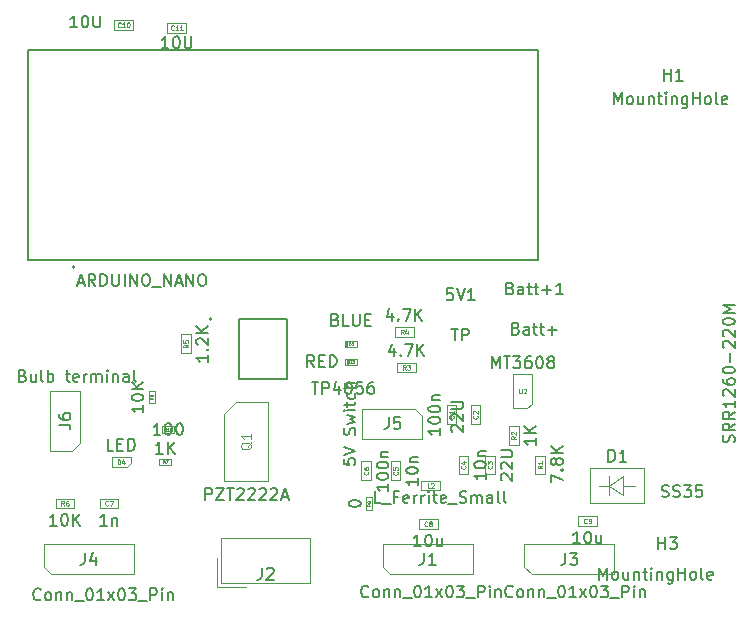
<source format=gbr>
%TF.GenerationSoftware,KiCad,Pcbnew,8.0.7*%
%TF.CreationDate,2024-12-28T13:43:39+03:00*%
%TF.ProjectId,SingleSwitch,53696e67-6c65-4537-9769-7463682e6b69,rev?*%
%TF.SameCoordinates,Original*%
%TF.FileFunction,AssemblyDrawing,Top*%
%FSLAX46Y46*%
G04 Gerber Fmt 4.6, Leading zero omitted, Abs format (unit mm)*
G04 Created by KiCad (PCBNEW 8.0.7) date 2024-12-28 13:43:39*
%MOMM*%
%LPD*%
G01*
G04 APERTURE LIST*
%ADD10C,0.150000*%
%ADD11C,0.060000*%
%ADD12C,0.040000*%
%ADD13C,0.120000*%
%ADD14C,0.100000*%
%ADD15C,0.127000*%
%ADD16C,0.200000*%
G04 APERTURE END LIST*
D10*
X139010714Y-63954819D02*
X138439286Y-63954819D01*
X138725000Y-63954819D02*
X138725000Y-62954819D01*
X138725000Y-62954819D02*
X138629762Y-63097676D01*
X138629762Y-63097676D02*
X138534524Y-63192914D01*
X138534524Y-63192914D02*
X138439286Y-63240533D01*
X139629762Y-62954819D02*
X139725000Y-62954819D01*
X139725000Y-62954819D02*
X139820238Y-63002438D01*
X139820238Y-63002438D02*
X139867857Y-63050057D01*
X139867857Y-63050057D02*
X139915476Y-63145295D01*
X139915476Y-63145295D02*
X139963095Y-63335771D01*
X139963095Y-63335771D02*
X139963095Y-63573866D01*
X139963095Y-63573866D02*
X139915476Y-63764342D01*
X139915476Y-63764342D02*
X139867857Y-63859580D01*
X139867857Y-63859580D02*
X139820238Y-63907200D01*
X139820238Y-63907200D02*
X139725000Y-63954819D01*
X139725000Y-63954819D02*
X139629762Y-63954819D01*
X139629762Y-63954819D02*
X139534524Y-63907200D01*
X139534524Y-63907200D02*
X139486905Y-63859580D01*
X139486905Y-63859580D02*
X139439286Y-63764342D01*
X139439286Y-63764342D02*
X139391667Y-63573866D01*
X139391667Y-63573866D02*
X139391667Y-63335771D01*
X139391667Y-63335771D02*
X139439286Y-63145295D01*
X139439286Y-63145295D02*
X139486905Y-63050057D01*
X139486905Y-63050057D02*
X139534524Y-63002438D01*
X139534524Y-63002438D02*
X139629762Y-62954819D01*
X140391667Y-62954819D02*
X140391667Y-63764342D01*
X140391667Y-63764342D02*
X140439286Y-63859580D01*
X140439286Y-63859580D02*
X140486905Y-63907200D01*
X140486905Y-63907200D02*
X140582143Y-63954819D01*
X140582143Y-63954819D02*
X140772619Y-63954819D01*
X140772619Y-63954819D02*
X140867857Y-63907200D01*
X140867857Y-63907200D02*
X140915476Y-63859580D01*
X140915476Y-63859580D02*
X140963095Y-63764342D01*
X140963095Y-63764342D02*
X140963095Y-62954819D01*
D11*
X139467857Y-62393832D02*
X139448809Y-62412880D01*
X139448809Y-62412880D02*
X139391667Y-62431927D01*
X139391667Y-62431927D02*
X139353571Y-62431927D01*
X139353571Y-62431927D02*
X139296428Y-62412880D01*
X139296428Y-62412880D02*
X139258333Y-62374784D01*
X139258333Y-62374784D02*
X139239286Y-62336689D01*
X139239286Y-62336689D02*
X139220238Y-62260499D01*
X139220238Y-62260499D02*
X139220238Y-62203356D01*
X139220238Y-62203356D02*
X139239286Y-62127165D01*
X139239286Y-62127165D02*
X139258333Y-62089070D01*
X139258333Y-62089070D02*
X139296428Y-62050975D01*
X139296428Y-62050975D02*
X139353571Y-62031927D01*
X139353571Y-62031927D02*
X139391667Y-62031927D01*
X139391667Y-62031927D02*
X139448809Y-62050975D01*
X139448809Y-62050975D02*
X139467857Y-62070022D01*
X139848809Y-62431927D02*
X139620238Y-62431927D01*
X139734524Y-62431927D02*
X139734524Y-62031927D01*
X139734524Y-62031927D02*
X139696428Y-62089070D01*
X139696428Y-62089070D02*
X139658333Y-62127165D01*
X139658333Y-62127165D02*
X139620238Y-62146213D01*
X140229761Y-62431927D02*
X140001190Y-62431927D01*
X140115476Y-62431927D02*
X140115476Y-62031927D01*
X140115476Y-62031927D02*
X140077380Y-62089070D01*
X140077380Y-62089070D02*
X140039285Y-62127165D01*
X140039285Y-62127165D02*
X140001190Y-62146213D01*
D10*
X131285714Y-62204819D02*
X130714286Y-62204819D01*
X131000000Y-62204819D02*
X131000000Y-61204819D01*
X131000000Y-61204819D02*
X130904762Y-61347676D01*
X130904762Y-61347676D02*
X130809524Y-61442914D01*
X130809524Y-61442914D02*
X130714286Y-61490533D01*
X131904762Y-61204819D02*
X132000000Y-61204819D01*
X132000000Y-61204819D02*
X132095238Y-61252438D01*
X132095238Y-61252438D02*
X132142857Y-61300057D01*
X132142857Y-61300057D02*
X132190476Y-61395295D01*
X132190476Y-61395295D02*
X132238095Y-61585771D01*
X132238095Y-61585771D02*
X132238095Y-61823866D01*
X132238095Y-61823866D02*
X132190476Y-62014342D01*
X132190476Y-62014342D02*
X132142857Y-62109580D01*
X132142857Y-62109580D02*
X132095238Y-62157200D01*
X132095238Y-62157200D02*
X132000000Y-62204819D01*
X132000000Y-62204819D02*
X131904762Y-62204819D01*
X131904762Y-62204819D02*
X131809524Y-62157200D01*
X131809524Y-62157200D02*
X131761905Y-62109580D01*
X131761905Y-62109580D02*
X131714286Y-62014342D01*
X131714286Y-62014342D02*
X131666667Y-61823866D01*
X131666667Y-61823866D02*
X131666667Y-61585771D01*
X131666667Y-61585771D02*
X131714286Y-61395295D01*
X131714286Y-61395295D02*
X131761905Y-61300057D01*
X131761905Y-61300057D02*
X131809524Y-61252438D01*
X131809524Y-61252438D02*
X131904762Y-61204819D01*
X132666667Y-61204819D02*
X132666667Y-62014342D01*
X132666667Y-62014342D02*
X132714286Y-62109580D01*
X132714286Y-62109580D02*
X132761905Y-62157200D01*
X132761905Y-62157200D02*
X132857143Y-62204819D01*
X132857143Y-62204819D02*
X133047619Y-62204819D01*
X133047619Y-62204819D02*
X133142857Y-62157200D01*
X133142857Y-62157200D02*
X133190476Y-62109580D01*
X133190476Y-62109580D02*
X133238095Y-62014342D01*
X133238095Y-62014342D02*
X133238095Y-61204819D01*
D11*
X134967857Y-62143832D02*
X134948809Y-62162880D01*
X134948809Y-62162880D02*
X134891667Y-62181927D01*
X134891667Y-62181927D02*
X134853571Y-62181927D01*
X134853571Y-62181927D02*
X134796428Y-62162880D01*
X134796428Y-62162880D02*
X134758333Y-62124784D01*
X134758333Y-62124784D02*
X134739286Y-62086689D01*
X134739286Y-62086689D02*
X134720238Y-62010499D01*
X134720238Y-62010499D02*
X134720238Y-61953356D01*
X134720238Y-61953356D02*
X134739286Y-61877165D01*
X134739286Y-61877165D02*
X134758333Y-61839070D01*
X134758333Y-61839070D02*
X134796428Y-61800975D01*
X134796428Y-61800975D02*
X134853571Y-61781927D01*
X134853571Y-61781927D02*
X134891667Y-61781927D01*
X134891667Y-61781927D02*
X134948809Y-61800975D01*
X134948809Y-61800975D02*
X134967857Y-61820022D01*
X135348809Y-62181927D02*
X135120238Y-62181927D01*
X135234524Y-62181927D02*
X135234524Y-61781927D01*
X135234524Y-61781927D02*
X135196428Y-61839070D01*
X135196428Y-61839070D02*
X135158333Y-61877165D01*
X135158333Y-61877165D02*
X135120238Y-61896213D01*
X135596428Y-61781927D02*
X135634523Y-61781927D01*
X135634523Y-61781927D02*
X135672619Y-61800975D01*
X135672619Y-61800975D02*
X135691666Y-61820022D01*
X135691666Y-61820022D02*
X135710714Y-61858118D01*
X135710714Y-61858118D02*
X135729761Y-61934308D01*
X135729761Y-61934308D02*
X135729761Y-62029546D01*
X135729761Y-62029546D02*
X135710714Y-62105737D01*
X135710714Y-62105737D02*
X135691666Y-62143832D01*
X135691666Y-62143832D02*
X135672619Y-62162880D01*
X135672619Y-62162880D02*
X135634523Y-62181927D01*
X135634523Y-62181927D02*
X135596428Y-62181927D01*
X135596428Y-62181927D02*
X135558333Y-62162880D01*
X135558333Y-62162880D02*
X135539285Y-62143832D01*
X135539285Y-62143832D02*
X135520238Y-62105737D01*
X135520238Y-62105737D02*
X135501190Y-62029546D01*
X135501190Y-62029546D02*
X135501190Y-61934308D01*
X135501190Y-61934308D02*
X135520238Y-61858118D01*
X135520238Y-61858118D02*
X135539285Y-61820022D01*
X135539285Y-61820022D02*
X135558333Y-61800975D01*
X135558333Y-61800975D02*
X135596428Y-61781927D01*
D10*
X138323333Y-96704819D02*
X137751905Y-96704819D01*
X138037619Y-96704819D02*
X138037619Y-95704819D01*
X138037619Y-95704819D02*
X137942381Y-95847676D01*
X137942381Y-95847676D02*
X137847143Y-95942914D01*
X137847143Y-95942914D02*
X137751905Y-95990533D01*
X138942381Y-95704819D02*
X139037619Y-95704819D01*
X139037619Y-95704819D02*
X139132857Y-95752438D01*
X139132857Y-95752438D02*
X139180476Y-95800057D01*
X139180476Y-95800057D02*
X139228095Y-95895295D01*
X139228095Y-95895295D02*
X139275714Y-96085771D01*
X139275714Y-96085771D02*
X139275714Y-96323866D01*
X139275714Y-96323866D02*
X139228095Y-96514342D01*
X139228095Y-96514342D02*
X139180476Y-96609580D01*
X139180476Y-96609580D02*
X139132857Y-96657200D01*
X139132857Y-96657200D02*
X139037619Y-96704819D01*
X139037619Y-96704819D02*
X138942381Y-96704819D01*
X138942381Y-96704819D02*
X138847143Y-96657200D01*
X138847143Y-96657200D02*
X138799524Y-96609580D01*
X138799524Y-96609580D02*
X138751905Y-96514342D01*
X138751905Y-96514342D02*
X138704286Y-96323866D01*
X138704286Y-96323866D02*
X138704286Y-96085771D01*
X138704286Y-96085771D02*
X138751905Y-95895295D01*
X138751905Y-95895295D02*
X138799524Y-95800057D01*
X138799524Y-95800057D02*
X138847143Y-95752438D01*
X138847143Y-95752438D02*
X138942381Y-95704819D01*
X139894762Y-95704819D02*
X139990000Y-95704819D01*
X139990000Y-95704819D02*
X140085238Y-95752438D01*
X140085238Y-95752438D02*
X140132857Y-95800057D01*
X140132857Y-95800057D02*
X140180476Y-95895295D01*
X140180476Y-95895295D02*
X140228095Y-96085771D01*
X140228095Y-96085771D02*
X140228095Y-96323866D01*
X140228095Y-96323866D02*
X140180476Y-96514342D01*
X140180476Y-96514342D02*
X140132857Y-96609580D01*
X140132857Y-96609580D02*
X140085238Y-96657200D01*
X140085238Y-96657200D02*
X139990000Y-96704819D01*
X139990000Y-96704819D02*
X139894762Y-96704819D01*
X139894762Y-96704819D02*
X139799524Y-96657200D01*
X139799524Y-96657200D02*
X139751905Y-96609580D01*
X139751905Y-96609580D02*
X139704286Y-96514342D01*
X139704286Y-96514342D02*
X139656667Y-96323866D01*
X139656667Y-96323866D02*
X139656667Y-96085771D01*
X139656667Y-96085771D02*
X139704286Y-95895295D01*
X139704286Y-95895295D02*
X139751905Y-95800057D01*
X139751905Y-95800057D02*
X139799524Y-95752438D01*
X139799524Y-95752438D02*
X139894762Y-95704819D01*
D12*
X138822857Y-96368200D02*
X138736190Y-96244391D01*
X138674285Y-96368200D02*
X138674285Y-96108200D01*
X138674285Y-96108200D02*
X138773333Y-96108200D01*
X138773333Y-96108200D02*
X138798095Y-96120581D01*
X138798095Y-96120581D02*
X138810476Y-96132962D01*
X138810476Y-96132962D02*
X138822857Y-96157724D01*
X138822857Y-96157724D02*
X138822857Y-96194867D01*
X138822857Y-96194867D02*
X138810476Y-96219629D01*
X138810476Y-96219629D02*
X138798095Y-96232010D01*
X138798095Y-96232010D02*
X138773333Y-96244391D01*
X138773333Y-96244391D02*
X138674285Y-96244391D01*
X139070476Y-96368200D02*
X138921904Y-96368200D01*
X138996190Y-96368200D02*
X138996190Y-96108200D01*
X138996190Y-96108200D02*
X138971428Y-96145343D01*
X138971428Y-96145343D02*
X138946666Y-96170105D01*
X138946666Y-96170105D02*
X138921904Y-96182486D01*
X139231428Y-96108200D02*
X139256190Y-96108200D01*
X139256190Y-96108200D02*
X139280952Y-96120581D01*
X139280952Y-96120581D02*
X139293333Y-96132962D01*
X139293333Y-96132962D02*
X139305714Y-96157724D01*
X139305714Y-96157724D02*
X139318095Y-96207248D01*
X139318095Y-96207248D02*
X139318095Y-96269153D01*
X139318095Y-96269153D02*
X139305714Y-96318677D01*
X139305714Y-96318677D02*
X139293333Y-96343439D01*
X139293333Y-96343439D02*
X139280952Y-96355820D01*
X139280952Y-96355820D02*
X139256190Y-96368200D01*
X139256190Y-96368200D02*
X139231428Y-96368200D01*
X139231428Y-96368200D02*
X139206666Y-96355820D01*
X139206666Y-96355820D02*
X139194285Y-96343439D01*
X139194285Y-96343439D02*
X139181904Y-96318677D01*
X139181904Y-96318677D02*
X139169523Y-96269153D01*
X139169523Y-96269153D02*
X139169523Y-96207248D01*
X139169523Y-96207248D02*
X139181904Y-96157724D01*
X139181904Y-96157724D02*
X139194285Y-96132962D01*
X139194285Y-96132962D02*
X139206666Y-96120581D01*
X139206666Y-96120581D02*
X139231428Y-96108200D01*
D10*
X126678570Y-91681009D02*
X126821427Y-91728628D01*
X126821427Y-91728628D02*
X126869046Y-91776247D01*
X126869046Y-91776247D02*
X126916665Y-91871485D01*
X126916665Y-91871485D02*
X126916665Y-92014342D01*
X126916665Y-92014342D02*
X126869046Y-92109580D01*
X126869046Y-92109580D02*
X126821427Y-92157200D01*
X126821427Y-92157200D02*
X126726189Y-92204819D01*
X126726189Y-92204819D02*
X126345237Y-92204819D01*
X126345237Y-92204819D02*
X126345237Y-91204819D01*
X126345237Y-91204819D02*
X126678570Y-91204819D01*
X126678570Y-91204819D02*
X126773808Y-91252438D01*
X126773808Y-91252438D02*
X126821427Y-91300057D01*
X126821427Y-91300057D02*
X126869046Y-91395295D01*
X126869046Y-91395295D02*
X126869046Y-91490533D01*
X126869046Y-91490533D02*
X126821427Y-91585771D01*
X126821427Y-91585771D02*
X126773808Y-91633390D01*
X126773808Y-91633390D02*
X126678570Y-91681009D01*
X126678570Y-91681009D02*
X126345237Y-91681009D01*
X127773808Y-91538152D02*
X127773808Y-92204819D01*
X127345237Y-91538152D02*
X127345237Y-92061961D01*
X127345237Y-92061961D02*
X127392856Y-92157200D01*
X127392856Y-92157200D02*
X127488094Y-92204819D01*
X127488094Y-92204819D02*
X127630951Y-92204819D01*
X127630951Y-92204819D02*
X127726189Y-92157200D01*
X127726189Y-92157200D02*
X127773808Y-92109580D01*
X128392856Y-92204819D02*
X128297618Y-92157200D01*
X128297618Y-92157200D02*
X128249999Y-92061961D01*
X128249999Y-92061961D02*
X128249999Y-91204819D01*
X128773809Y-92204819D02*
X128773809Y-91204819D01*
X128773809Y-91585771D02*
X128869047Y-91538152D01*
X128869047Y-91538152D02*
X129059523Y-91538152D01*
X129059523Y-91538152D02*
X129154761Y-91585771D01*
X129154761Y-91585771D02*
X129202380Y-91633390D01*
X129202380Y-91633390D02*
X129249999Y-91728628D01*
X129249999Y-91728628D02*
X129249999Y-92014342D01*
X129249999Y-92014342D02*
X129202380Y-92109580D01*
X129202380Y-92109580D02*
X129154761Y-92157200D01*
X129154761Y-92157200D02*
X129059523Y-92204819D01*
X129059523Y-92204819D02*
X128869047Y-92204819D01*
X128869047Y-92204819D02*
X128773809Y-92157200D01*
X130297619Y-91538152D02*
X130678571Y-91538152D01*
X130440476Y-91204819D02*
X130440476Y-92061961D01*
X130440476Y-92061961D02*
X130488095Y-92157200D01*
X130488095Y-92157200D02*
X130583333Y-92204819D01*
X130583333Y-92204819D02*
X130678571Y-92204819D01*
X131392857Y-92157200D02*
X131297619Y-92204819D01*
X131297619Y-92204819D02*
X131107143Y-92204819D01*
X131107143Y-92204819D02*
X131011905Y-92157200D01*
X131011905Y-92157200D02*
X130964286Y-92061961D01*
X130964286Y-92061961D02*
X130964286Y-91681009D01*
X130964286Y-91681009D02*
X131011905Y-91585771D01*
X131011905Y-91585771D02*
X131107143Y-91538152D01*
X131107143Y-91538152D02*
X131297619Y-91538152D01*
X131297619Y-91538152D02*
X131392857Y-91585771D01*
X131392857Y-91585771D02*
X131440476Y-91681009D01*
X131440476Y-91681009D02*
X131440476Y-91776247D01*
X131440476Y-91776247D02*
X130964286Y-91871485D01*
X131869048Y-92204819D02*
X131869048Y-91538152D01*
X131869048Y-91728628D02*
X131916667Y-91633390D01*
X131916667Y-91633390D02*
X131964286Y-91585771D01*
X131964286Y-91585771D02*
X132059524Y-91538152D01*
X132059524Y-91538152D02*
X132154762Y-91538152D01*
X132488096Y-92204819D02*
X132488096Y-91538152D01*
X132488096Y-91633390D02*
X132535715Y-91585771D01*
X132535715Y-91585771D02*
X132630953Y-91538152D01*
X132630953Y-91538152D02*
X132773810Y-91538152D01*
X132773810Y-91538152D02*
X132869048Y-91585771D01*
X132869048Y-91585771D02*
X132916667Y-91681009D01*
X132916667Y-91681009D02*
X132916667Y-92204819D01*
X132916667Y-91681009D02*
X132964286Y-91585771D01*
X132964286Y-91585771D02*
X133059524Y-91538152D01*
X133059524Y-91538152D02*
X133202381Y-91538152D01*
X133202381Y-91538152D02*
X133297620Y-91585771D01*
X133297620Y-91585771D02*
X133345239Y-91681009D01*
X133345239Y-91681009D02*
X133345239Y-92204819D01*
X133821429Y-92204819D02*
X133821429Y-91538152D01*
X133821429Y-91204819D02*
X133773810Y-91252438D01*
X133773810Y-91252438D02*
X133821429Y-91300057D01*
X133821429Y-91300057D02*
X133869048Y-91252438D01*
X133869048Y-91252438D02*
X133821429Y-91204819D01*
X133821429Y-91204819D02*
X133821429Y-91300057D01*
X134297619Y-91538152D02*
X134297619Y-92204819D01*
X134297619Y-91633390D02*
X134345238Y-91585771D01*
X134345238Y-91585771D02*
X134440476Y-91538152D01*
X134440476Y-91538152D02*
X134583333Y-91538152D01*
X134583333Y-91538152D02*
X134678571Y-91585771D01*
X134678571Y-91585771D02*
X134726190Y-91681009D01*
X134726190Y-91681009D02*
X134726190Y-92204819D01*
X135630952Y-92204819D02*
X135630952Y-91681009D01*
X135630952Y-91681009D02*
X135583333Y-91585771D01*
X135583333Y-91585771D02*
X135488095Y-91538152D01*
X135488095Y-91538152D02*
X135297619Y-91538152D01*
X135297619Y-91538152D02*
X135202381Y-91585771D01*
X135630952Y-92157200D02*
X135535714Y-92204819D01*
X135535714Y-92204819D02*
X135297619Y-92204819D01*
X135297619Y-92204819D02*
X135202381Y-92157200D01*
X135202381Y-92157200D02*
X135154762Y-92061961D01*
X135154762Y-92061961D02*
X135154762Y-91966723D01*
X135154762Y-91966723D02*
X135202381Y-91871485D01*
X135202381Y-91871485D02*
X135297619Y-91823866D01*
X135297619Y-91823866D02*
X135535714Y-91823866D01*
X135535714Y-91823866D02*
X135630952Y-91776247D01*
X136250000Y-92204819D02*
X136154762Y-92157200D01*
X136154762Y-92157200D02*
X136107143Y-92061961D01*
X136107143Y-92061961D02*
X136107143Y-91204819D01*
X129704819Y-95838333D02*
X130419104Y-95838333D01*
X130419104Y-95838333D02*
X130561961Y-95885952D01*
X130561961Y-95885952D02*
X130657200Y-95981190D01*
X130657200Y-95981190D02*
X130704819Y-96124047D01*
X130704819Y-96124047D02*
X130704819Y-96219285D01*
X129704819Y-94933571D02*
X129704819Y-95124047D01*
X129704819Y-95124047D02*
X129752438Y-95219285D01*
X129752438Y-95219285D02*
X129800057Y-95266904D01*
X129800057Y-95266904D02*
X129942914Y-95362142D01*
X129942914Y-95362142D02*
X130133390Y-95409761D01*
X130133390Y-95409761D02*
X130514342Y-95409761D01*
X130514342Y-95409761D02*
X130609580Y-95362142D01*
X130609580Y-95362142D02*
X130657200Y-95314523D01*
X130657200Y-95314523D02*
X130704819Y-95219285D01*
X130704819Y-95219285D02*
X130704819Y-95028809D01*
X130704819Y-95028809D02*
X130657200Y-94933571D01*
X130657200Y-94933571D02*
X130609580Y-94885952D01*
X130609580Y-94885952D02*
X130514342Y-94838333D01*
X130514342Y-94838333D02*
X130276247Y-94838333D01*
X130276247Y-94838333D02*
X130181009Y-94885952D01*
X130181009Y-94885952D02*
X130133390Y-94933571D01*
X130133390Y-94933571D02*
X130085771Y-95028809D01*
X130085771Y-95028809D02*
X130085771Y-95219285D01*
X130085771Y-95219285D02*
X130133390Y-95314523D01*
X130133390Y-95314523D02*
X130181009Y-95362142D01*
X130181009Y-95362142D02*
X130276247Y-95409761D01*
X173857142Y-105884819D02*
X173285714Y-105884819D01*
X173571428Y-105884819D02*
X173571428Y-104884819D01*
X173571428Y-104884819D02*
X173476190Y-105027676D01*
X173476190Y-105027676D02*
X173380952Y-105122914D01*
X173380952Y-105122914D02*
X173285714Y-105170533D01*
X174476190Y-104884819D02*
X174571428Y-104884819D01*
X174571428Y-104884819D02*
X174666666Y-104932438D01*
X174666666Y-104932438D02*
X174714285Y-104980057D01*
X174714285Y-104980057D02*
X174761904Y-105075295D01*
X174761904Y-105075295D02*
X174809523Y-105265771D01*
X174809523Y-105265771D02*
X174809523Y-105503866D01*
X174809523Y-105503866D02*
X174761904Y-105694342D01*
X174761904Y-105694342D02*
X174714285Y-105789580D01*
X174714285Y-105789580D02*
X174666666Y-105837200D01*
X174666666Y-105837200D02*
X174571428Y-105884819D01*
X174571428Y-105884819D02*
X174476190Y-105884819D01*
X174476190Y-105884819D02*
X174380952Y-105837200D01*
X174380952Y-105837200D02*
X174333333Y-105789580D01*
X174333333Y-105789580D02*
X174285714Y-105694342D01*
X174285714Y-105694342D02*
X174238095Y-105503866D01*
X174238095Y-105503866D02*
X174238095Y-105265771D01*
X174238095Y-105265771D02*
X174285714Y-105075295D01*
X174285714Y-105075295D02*
X174333333Y-104980057D01*
X174333333Y-104980057D02*
X174380952Y-104932438D01*
X174380952Y-104932438D02*
X174476190Y-104884819D01*
X175666666Y-105218152D02*
X175666666Y-105884819D01*
X175238095Y-105218152D02*
X175238095Y-105741961D01*
X175238095Y-105741961D02*
X175285714Y-105837200D01*
X175285714Y-105837200D02*
X175380952Y-105884819D01*
X175380952Y-105884819D02*
X175523809Y-105884819D01*
X175523809Y-105884819D02*
X175619047Y-105837200D01*
X175619047Y-105837200D02*
X175666666Y-105789580D01*
D11*
X174433333Y-104143832D02*
X174414285Y-104162880D01*
X174414285Y-104162880D02*
X174357143Y-104181927D01*
X174357143Y-104181927D02*
X174319047Y-104181927D01*
X174319047Y-104181927D02*
X174261904Y-104162880D01*
X174261904Y-104162880D02*
X174223809Y-104124784D01*
X174223809Y-104124784D02*
X174204762Y-104086689D01*
X174204762Y-104086689D02*
X174185714Y-104010499D01*
X174185714Y-104010499D02*
X174185714Y-103953356D01*
X174185714Y-103953356D02*
X174204762Y-103877165D01*
X174204762Y-103877165D02*
X174223809Y-103839070D01*
X174223809Y-103839070D02*
X174261904Y-103800975D01*
X174261904Y-103800975D02*
X174319047Y-103781927D01*
X174319047Y-103781927D02*
X174357143Y-103781927D01*
X174357143Y-103781927D02*
X174414285Y-103800975D01*
X174414285Y-103800975D02*
X174433333Y-103820022D01*
X174623809Y-104181927D02*
X174700000Y-104181927D01*
X174700000Y-104181927D02*
X174738095Y-104162880D01*
X174738095Y-104162880D02*
X174757143Y-104143832D01*
X174757143Y-104143832D02*
X174795238Y-104086689D01*
X174795238Y-104086689D02*
X174814285Y-104010499D01*
X174814285Y-104010499D02*
X174814285Y-103858118D01*
X174814285Y-103858118D02*
X174795238Y-103820022D01*
X174795238Y-103820022D02*
X174776190Y-103800975D01*
X174776190Y-103800975D02*
X174738095Y-103781927D01*
X174738095Y-103781927D02*
X174661904Y-103781927D01*
X174661904Y-103781927D02*
X174623809Y-103800975D01*
X174623809Y-103800975D02*
X174604762Y-103820022D01*
X174604762Y-103820022D02*
X174585714Y-103858118D01*
X174585714Y-103858118D02*
X174585714Y-103953356D01*
X174585714Y-103953356D02*
X174604762Y-103991451D01*
X174604762Y-103991451D02*
X174623809Y-104010499D01*
X174623809Y-104010499D02*
X174661904Y-104029546D01*
X174661904Y-104029546D02*
X174738095Y-104029546D01*
X174738095Y-104029546D02*
X174776190Y-104010499D01*
X174776190Y-104010499D02*
X174795238Y-103991451D01*
X174795238Y-103991451D02*
X174814285Y-103953356D01*
D10*
X160357142Y-106134819D02*
X159785714Y-106134819D01*
X160071428Y-106134819D02*
X160071428Y-105134819D01*
X160071428Y-105134819D02*
X159976190Y-105277676D01*
X159976190Y-105277676D02*
X159880952Y-105372914D01*
X159880952Y-105372914D02*
X159785714Y-105420533D01*
X160976190Y-105134819D02*
X161071428Y-105134819D01*
X161071428Y-105134819D02*
X161166666Y-105182438D01*
X161166666Y-105182438D02*
X161214285Y-105230057D01*
X161214285Y-105230057D02*
X161261904Y-105325295D01*
X161261904Y-105325295D02*
X161309523Y-105515771D01*
X161309523Y-105515771D02*
X161309523Y-105753866D01*
X161309523Y-105753866D02*
X161261904Y-105944342D01*
X161261904Y-105944342D02*
X161214285Y-106039580D01*
X161214285Y-106039580D02*
X161166666Y-106087200D01*
X161166666Y-106087200D02*
X161071428Y-106134819D01*
X161071428Y-106134819D02*
X160976190Y-106134819D01*
X160976190Y-106134819D02*
X160880952Y-106087200D01*
X160880952Y-106087200D02*
X160833333Y-106039580D01*
X160833333Y-106039580D02*
X160785714Y-105944342D01*
X160785714Y-105944342D02*
X160738095Y-105753866D01*
X160738095Y-105753866D02*
X160738095Y-105515771D01*
X160738095Y-105515771D02*
X160785714Y-105325295D01*
X160785714Y-105325295D02*
X160833333Y-105230057D01*
X160833333Y-105230057D02*
X160880952Y-105182438D01*
X160880952Y-105182438D02*
X160976190Y-105134819D01*
X162166666Y-105468152D02*
X162166666Y-106134819D01*
X161738095Y-105468152D02*
X161738095Y-105991961D01*
X161738095Y-105991961D02*
X161785714Y-106087200D01*
X161785714Y-106087200D02*
X161880952Y-106134819D01*
X161880952Y-106134819D02*
X162023809Y-106134819D01*
X162023809Y-106134819D02*
X162119047Y-106087200D01*
X162119047Y-106087200D02*
X162166666Y-106039580D01*
D11*
X160933333Y-104393832D02*
X160914285Y-104412880D01*
X160914285Y-104412880D02*
X160857143Y-104431927D01*
X160857143Y-104431927D02*
X160819047Y-104431927D01*
X160819047Y-104431927D02*
X160761904Y-104412880D01*
X160761904Y-104412880D02*
X160723809Y-104374784D01*
X160723809Y-104374784D02*
X160704762Y-104336689D01*
X160704762Y-104336689D02*
X160685714Y-104260499D01*
X160685714Y-104260499D02*
X160685714Y-104203356D01*
X160685714Y-104203356D02*
X160704762Y-104127165D01*
X160704762Y-104127165D02*
X160723809Y-104089070D01*
X160723809Y-104089070D02*
X160761904Y-104050975D01*
X160761904Y-104050975D02*
X160819047Y-104031927D01*
X160819047Y-104031927D02*
X160857143Y-104031927D01*
X160857143Y-104031927D02*
X160914285Y-104050975D01*
X160914285Y-104050975D02*
X160933333Y-104070022D01*
X161161904Y-104203356D02*
X161123809Y-104184308D01*
X161123809Y-104184308D02*
X161104762Y-104165260D01*
X161104762Y-104165260D02*
X161085714Y-104127165D01*
X161085714Y-104127165D02*
X161085714Y-104108118D01*
X161085714Y-104108118D02*
X161104762Y-104070022D01*
X161104762Y-104070022D02*
X161123809Y-104050975D01*
X161123809Y-104050975D02*
X161161904Y-104031927D01*
X161161904Y-104031927D02*
X161238095Y-104031927D01*
X161238095Y-104031927D02*
X161276190Y-104050975D01*
X161276190Y-104050975D02*
X161295238Y-104070022D01*
X161295238Y-104070022D02*
X161314285Y-104108118D01*
X161314285Y-104108118D02*
X161314285Y-104127165D01*
X161314285Y-104127165D02*
X161295238Y-104165260D01*
X161295238Y-104165260D02*
X161276190Y-104184308D01*
X161276190Y-104184308D02*
X161238095Y-104203356D01*
X161238095Y-104203356D02*
X161161904Y-104203356D01*
X161161904Y-104203356D02*
X161123809Y-104222403D01*
X161123809Y-104222403D02*
X161104762Y-104241451D01*
X161104762Y-104241451D02*
X161085714Y-104279546D01*
X161085714Y-104279546D02*
X161085714Y-104355737D01*
X161085714Y-104355737D02*
X161104762Y-104393832D01*
X161104762Y-104393832D02*
X161123809Y-104412880D01*
X161123809Y-104412880D02*
X161161904Y-104431927D01*
X161161904Y-104431927D02*
X161238095Y-104431927D01*
X161238095Y-104431927D02*
X161276190Y-104412880D01*
X161276190Y-104412880D02*
X161295238Y-104393832D01*
X161295238Y-104393832D02*
X161314285Y-104355737D01*
X161314285Y-104355737D02*
X161314285Y-104279546D01*
X161314285Y-104279546D02*
X161295238Y-104241451D01*
X161295238Y-104241451D02*
X161276190Y-104222403D01*
X161276190Y-104222403D02*
X161238095Y-104203356D01*
D10*
X157634819Y-100869047D02*
X157634819Y-101440475D01*
X157634819Y-101154761D02*
X156634819Y-101154761D01*
X156634819Y-101154761D02*
X156777676Y-101249999D01*
X156777676Y-101249999D02*
X156872914Y-101345237D01*
X156872914Y-101345237D02*
X156920533Y-101440475D01*
X156634819Y-100249999D02*
X156634819Y-100154761D01*
X156634819Y-100154761D02*
X156682438Y-100059523D01*
X156682438Y-100059523D02*
X156730057Y-100011904D01*
X156730057Y-100011904D02*
X156825295Y-99964285D01*
X156825295Y-99964285D02*
X157015771Y-99916666D01*
X157015771Y-99916666D02*
X157253866Y-99916666D01*
X157253866Y-99916666D02*
X157444342Y-99964285D01*
X157444342Y-99964285D02*
X157539580Y-100011904D01*
X157539580Y-100011904D02*
X157587200Y-100059523D01*
X157587200Y-100059523D02*
X157634819Y-100154761D01*
X157634819Y-100154761D02*
X157634819Y-100249999D01*
X157634819Y-100249999D02*
X157587200Y-100345237D01*
X157587200Y-100345237D02*
X157539580Y-100392856D01*
X157539580Y-100392856D02*
X157444342Y-100440475D01*
X157444342Y-100440475D02*
X157253866Y-100488094D01*
X157253866Y-100488094D02*
X157015771Y-100488094D01*
X157015771Y-100488094D02*
X156825295Y-100440475D01*
X156825295Y-100440475D02*
X156730057Y-100392856D01*
X156730057Y-100392856D02*
X156682438Y-100345237D01*
X156682438Y-100345237D02*
X156634819Y-100249999D01*
X156634819Y-99297618D02*
X156634819Y-99202380D01*
X156634819Y-99202380D02*
X156682438Y-99107142D01*
X156682438Y-99107142D02*
X156730057Y-99059523D01*
X156730057Y-99059523D02*
X156825295Y-99011904D01*
X156825295Y-99011904D02*
X157015771Y-98964285D01*
X157015771Y-98964285D02*
X157253866Y-98964285D01*
X157253866Y-98964285D02*
X157444342Y-99011904D01*
X157444342Y-99011904D02*
X157539580Y-99059523D01*
X157539580Y-99059523D02*
X157587200Y-99107142D01*
X157587200Y-99107142D02*
X157634819Y-99202380D01*
X157634819Y-99202380D02*
X157634819Y-99297618D01*
X157634819Y-99297618D02*
X157587200Y-99392856D01*
X157587200Y-99392856D02*
X157539580Y-99440475D01*
X157539580Y-99440475D02*
X157444342Y-99488094D01*
X157444342Y-99488094D02*
X157253866Y-99535713D01*
X157253866Y-99535713D02*
X157015771Y-99535713D01*
X157015771Y-99535713D02*
X156825295Y-99488094D01*
X156825295Y-99488094D02*
X156730057Y-99440475D01*
X156730057Y-99440475D02*
X156682438Y-99392856D01*
X156682438Y-99392856D02*
X156634819Y-99297618D01*
X156968152Y-98535713D02*
X157634819Y-98535713D01*
X157063390Y-98535713D02*
X157015771Y-98488094D01*
X157015771Y-98488094D02*
X156968152Y-98392856D01*
X156968152Y-98392856D02*
X156968152Y-98249999D01*
X156968152Y-98249999D02*
X157015771Y-98154761D01*
X157015771Y-98154761D02*
X157111009Y-98107142D01*
X157111009Y-98107142D02*
X157634819Y-98107142D01*
D11*
X155893832Y-99816666D02*
X155912880Y-99835714D01*
X155912880Y-99835714D02*
X155931927Y-99892856D01*
X155931927Y-99892856D02*
X155931927Y-99930952D01*
X155931927Y-99930952D02*
X155912880Y-99988095D01*
X155912880Y-99988095D02*
X155874784Y-100026190D01*
X155874784Y-100026190D02*
X155836689Y-100045237D01*
X155836689Y-100045237D02*
X155760499Y-100064285D01*
X155760499Y-100064285D02*
X155703356Y-100064285D01*
X155703356Y-100064285D02*
X155627165Y-100045237D01*
X155627165Y-100045237D02*
X155589070Y-100026190D01*
X155589070Y-100026190D02*
X155550975Y-99988095D01*
X155550975Y-99988095D02*
X155531927Y-99930952D01*
X155531927Y-99930952D02*
X155531927Y-99892856D01*
X155531927Y-99892856D02*
X155550975Y-99835714D01*
X155550975Y-99835714D02*
X155570022Y-99816666D01*
X155531927Y-99473809D02*
X155531927Y-99549999D01*
X155531927Y-99549999D02*
X155550975Y-99588095D01*
X155550975Y-99588095D02*
X155570022Y-99607142D01*
X155570022Y-99607142D02*
X155627165Y-99645237D01*
X155627165Y-99645237D02*
X155703356Y-99664285D01*
X155703356Y-99664285D02*
X155855737Y-99664285D01*
X155855737Y-99664285D02*
X155893832Y-99645237D01*
X155893832Y-99645237D02*
X155912880Y-99626190D01*
X155912880Y-99626190D02*
X155931927Y-99588095D01*
X155931927Y-99588095D02*
X155931927Y-99511904D01*
X155931927Y-99511904D02*
X155912880Y-99473809D01*
X155912880Y-99473809D02*
X155893832Y-99454761D01*
X155893832Y-99454761D02*
X155855737Y-99435714D01*
X155855737Y-99435714D02*
X155760499Y-99435714D01*
X155760499Y-99435714D02*
X155722403Y-99454761D01*
X155722403Y-99454761D02*
X155703356Y-99473809D01*
X155703356Y-99473809D02*
X155684308Y-99511904D01*
X155684308Y-99511904D02*
X155684308Y-99588095D01*
X155684308Y-99588095D02*
X155703356Y-99626190D01*
X155703356Y-99626190D02*
X155722403Y-99645237D01*
X155722403Y-99645237D02*
X155760499Y-99664285D01*
D10*
X160134819Y-100392857D02*
X160134819Y-100964285D01*
X160134819Y-100678571D02*
X159134819Y-100678571D01*
X159134819Y-100678571D02*
X159277676Y-100773809D01*
X159277676Y-100773809D02*
X159372914Y-100869047D01*
X159372914Y-100869047D02*
X159420533Y-100964285D01*
X159134819Y-99773809D02*
X159134819Y-99678571D01*
X159134819Y-99678571D02*
X159182438Y-99583333D01*
X159182438Y-99583333D02*
X159230057Y-99535714D01*
X159230057Y-99535714D02*
X159325295Y-99488095D01*
X159325295Y-99488095D02*
X159515771Y-99440476D01*
X159515771Y-99440476D02*
X159753866Y-99440476D01*
X159753866Y-99440476D02*
X159944342Y-99488095D01*
X159944342Y-99488095D02*
X160039580Y-99535714D01*
X160039580Y-99535714D02*
X160087200Y-99583333D01*
X160087200Y-99583333D02*
X160134819Y-99678571D01*
X160134819Y-99678571D02*
X160134819Y-99773809D01*
X160134819Y-99773809D02*
X160087200Y-99869047D01*
X160087200Y-99869047D02*
X160039580Y-99916666D01*
X160039580Y-99916666D02*
X159944342Y-99964285D01*
X159944342Y-99964285D02*
X159753866Y-100011904D01*
X159753866Y-100011904D02*
X159515771Y-100011904D01*
X159515771Y-100011904D02*
X159325295Y-99964285D01*
X159325295Y-99964285D02*
X159230057Y-99916666D01*
X159230057Y-99916666D02*
X159182438Y-99869047D01*
X159182438Y-99869047D02*
X159134819Y-99773809D01*
X159468152Y-99011904D02*
X160134819Y-99011904D01*
X159563390Y-99011904D02*
X159515771Y-98964285D01*
X159515771Y-98964285D02*
X159468152Y-98869047D01*
X159468152Y-98869047D02*
X159468152Y-98726190D01*
X159468152Y-98726190D02*
X159515771Y-98630952D01*
X159515771Y-98630952D02*
X159611009Y-98583333D01*
X159611009Y-98583333D02*
X160134819Y-98583333D01*
D11*
X158393832Y-99816666D02*
X158412880Y-99835714D01*
X158412880Y-99835714D02*
X158431927Y-99892856D01*
X158431927Y-99892856D02*
X158431927Y-99930952D01*
X158431927Y-99930952D02*
X158412880Y-99988095D01*
X158412880Y-99988095D02*
X158374784Y-100026190D01*
X158374784Y-100026190D02*
X158336689Y-100045237D01*
X158336689Y-100045237D02*
X158260499Y-100064285D01*
X158260499Y-100064285D02*
X158203356Y-100064285D01*
X158203356Y-100064285D02*
X158127165Y-100045237D01*
X158127165Y-100045237D02*
X158089070Y-100026190D01*
X158089070Y-100026190D02*
X158050975Y-99988095D01*
X158050975Y-99988095D02*
X158031927Y-99930952D01*
X158031927Y-99930952D02*
X158031927Y-99892856D01*
X158031927Y-99892856D02*
X158050975Y-99835714D01*
X158050975Y-99835714D02*
X158070022Y-99816666D01*
X158031927Y-99454761D02*
X158031927Y-99645237D01*
X158031927Y-99645237D02*
X158222403Y-99664285D01*
X158222403Y-99664285D02*
X158203356Y-99645237D01*
X158203356Y-99645237D02*
X158184308Y-99607142D01*
X158184308Y-99607142D02*
X158184308Y-99511904D01*
X158184308Y-99511904D02*
X158203356Y-99473809D01*
X158203356Y-99473809D02*
X158222403Y-99454761D01*
X158222403Y-99454761D02*
X158260499Y-99435714D01*
X158260499Y-99435714D02*
X158355737Y-99435714D01*
X158355737Y-99435714D02*
X158393832Y-99454761D01*
X158393832Y-99454761D02*
X158412880Y-99473809D01*
X158412880Y-99473809D02*
X158431927Y-99511904D01*
X158431927Y-99511904D02*
X158431927Y-99607142D01*
X158431927Y-99607142D02*
X158412880Y-99645237D01*
X158412880Y-99645237D02*
X158393832Y-99664285D01*
D10*
X165884819Y-99892857D02*
X165884819Y-100464285D01*
X165884819Y-100178571D02*
X164884819Y-100178571D01*
X164884819Y-100178571D02*
X165027676Y-100273809D01*
X165027676Y-100273809D02*
X165122914Y-100369047D01*
X165122914Y-100369047D02*
X165170533Y-100464285D01*
X164884819Y-99273809D02*
X164884819Y-99178571D01*
X164884819Y-99178571D02*
X164932438Y-99083333D01*
X164932438Y-99083333D02*
X164980057Y-99035714D01*
X164980057Y-99035714D02*
X165075295Y-98988095D01*
X165075295Y-98988095D02*
X165265771Y-98940476D01*
X165265771Y-98940476D02*
X165503866Y-98940476D01*
X165503866Y-98940476D02*
X165694342Y-98988095D01*
X165694342Y-98988095D02*
X165789580Y-99035714D01*
X165789580Y-99035714D02*
X165837200Y-99083333D01*
X165837200Y-99083333D02*
X165884819Y-99178571D01*
X165884819Y-99178571D02*
X165884819Y-99273809D01*
X165884819Y-99273809D02*
X165837200Y-99369047D01*
X165837200Y-99369047D02*
X165789580Y-99416666D01*
X165789580Y-99416666D02*
X165694342Y-99464285D01*
X165694342Y-99464285D02*
X165503866Y-99511904D01*
X165503866Y-99511904D02*
X165265771Y-99511904D01*
X165265771Y-99511904D02*
X165075295Y-99464285D01*
X165075295Y-99464285D02*
X164980057Y-99416666D01*
X164980057Y-99416666D02*
X164932438Y-99369047D01*
X164932438Y-99369047D02*
X164884819Y-99273809D01*
X165218152Y-98511904D02*
X165884819Y-98511904D01*
X165313390Y-98511904D02*
X165265771Y-98464285D01*
X165265771Y-98464285D02*
X165218152Y-98369047D01*
X165218152Y-98369047D02*
X165218152Y-98226190D01*
X165218152Y-98226190D02*
X165265771Y-98130952D01*
X165265771Y-98130952D02*
X165361009Y-98083333D01*
X165361009Y-98083333D02*
X165884819Y-98083333D01*
D11*
X164143832Y-99316666D02*
X164162880Y-99335714D01*
X164162880Y-99335714D02*
X164181927Y-99392856D01*
X164181927Y-99392856D02*
X164181927Y-99430952D01*
X164181927Y-99430952D02*
X164162880Y-99488095D01*
X164162880Y-99488095D02*
X164124784Y-99526190D01*
X164124784Y-99526190D02*
X164086689Y-99545237D01*
X164086689Y-99545237D02*
X164010499Y-99564285D01*
X164010499Y-99564285D02*
X163953356Y-99564285D01*
X163953356Y-99564285D02*
X163877165Y-99545237D01*
X163877165Y-99545237D02*
X163839070Y-99526190D01*
X163839070Y-99526190D02*
X163800975Y-99488095D01*
X163800975Y-99488095D02*
X163781927Y-99430952D01*
X163781927Y-99430952D02*
X163781927Y-99392856D01*
X163781927Y-99392856D02*
X163800975Y-99335714D01*
X163800975Y-99335714D02*
X163820022Y-99316666D01*
X163915260Y-98973809D02*
X164181927Y-98973809D01*
X163762880Y-99069047D02*
X164048594Y-99164285D01*
X164048594Y-99164285D02*
X164048594Y-98916666D01*
D10*
X167230057Y-100535713D02*
X167182438Y-100488094D01*
X167182438Y-100488094D02*
X167134819Y-100392856D01*
X167134819Y-100392856D02*
X167134819Y-100154761D01*
X167134819Y-100154761D02*
X167182438Y-100059523D01*
X167182438Y-100059523D02*
X167230057Y-100011904D01*
X167230057Y-100011904D02*
X167325295Y-99964285D01*
X167325295Y-99964285D02*
X167420533Y-99964285D01*
X167420533Y-99964285D02*
X167563390Y-100011904D01*
X167563390Y-100011904D02*
X168134819Y-100583332D01*
X168134819Y-100583332D02*
X168134819Y-99964285D01*
X167230057Y-99583332D02*
X167182438Y-99535713D01*
X167182438Y-99535713D02*
X167134819Y-99440475D01*
X167134819Y-99440475D02*
X167134819Y-99202380D01*
X167134819Y-99202380D02*
X167182438Y-99107142D01*
X167182438Y-99107142D02*
X167230057Y-99059523D01*
X167230057Y-99059523D02*
X167325295Y-99011904D01*
X167325295Y-99011904D02*
X167420533Y-99011904D01*
X167420533Y-99011904D02*
X167563390Y-99059523D01*
X167563390Y-99059523D02*
X168134819Y-99630951D01*
X168134819Y-99630951D02*
X168134819Y-99011904D01*
X167134819Y-98583332D02*
X167944342Y-98583332D01*
X167944342Y-98583332D02*
X168039580Y-98535713D01*
X168039580Y-98535713D02*
X168087200Y-98488094D01*
X168087200Y-98488094D02*
X168134819Y-98392856D01*
X168134819Y-98392856D02*
X168134819Y-98202380D01*
X168134819Y-98202380D02*
X168087200Y-98107142D01*
X168087200Y-98107142D02*
X168039580Y-98059523D01*
X168039580Y-98059523D02*
X167944342Y-98011904D01*
X167944342Y-98011904D02*
X167134819Y-98011904D01*
D11*
X166393832Y-99316666D02*
X166412880Y-99335714D01*
X166412880Y-99335714D02*
X166431927Y-99392856D01*
X166431927Y-99392856D02*
X166431927Y-99430952D01*
X166431927Y-99430952D02*
X166412880Y-99488095D01*
X166412880Y-99488095D02*
X166374784Y-99526190D01*
X166374784Y-99526190D02*
X166336689Y-99545237D01*
X166336689Y-99545237D02*
X166260499Y-99564285D01*
X166260499Y-99564285D02*
X166203356Y-99564285D01*
X166203356Y-99564285D02*
X166127165Y-99545237D01*
X166127165Y-99545237D02*
X166089070Y-99526190D01*
X166089070Y-99526190D02*
X166050975Y-99488095D01*
X166050975Y-99488095D02*
X166031927Y-99430952D01*
X166031927Y-99430952D02*
X166031927Y-99392856D01*
X166031927Y-99392856D02*
X166050975Y-99335714D01*
X166050975Y-99335714D02*
X166070022Y-99316666D01*
X166031927Y-99183333D02*
X166031927Y-98935714D01*
X166031927Y-98935714D02*
X166184308Y-99069047D01*
X166184308Y-99069047D02*
X166184308Y-99011904D01*
X166184308Y-99011904D02*
X166203356Y-98973809D01*
X166203356Y-98973809D02*
X166222403Y-98954761D01*
X166222403Y-98954761D02*
X166260499Y-98935714D01*
X166260499Y-98935714D02*
X166355737Y-98935714D01*
X166355737Y-98935714D02*
X166393832Y-98954761D01*
X166393832Y-98954761D02*
X166412880Y-98973809D01*
X166412880Y-98973809D02*
X166431927Y-99011904D01*
X166431927Y-99011904D02*
X166431927Y-99126190D01*
X166431927Y-99126190D02*
X166412880Y-99164285D01*
X166412880Y-99164285D02*
X166393832Y-99183333D01*
D10*
X163060057Y-96426293D02*
X163012438Y-96378674D01*
X163012438Y-96378674D02*
X162964819Y-96283436D01*
X162964819Y-96283436D02*
X162964819Y-96045341D01*
X162964819Y-96045341D02*
X163012438Y-95950103D01*
X163012438Y-95950103D02*
X163060057Y-95902484D01*
X163060057Y-95902484D02*
X163155295Y-95854865D01*
X163155295Y-95854865D02*
X163250533Y-95854865D01*
X163250533Y-95854865D02*
X163393390Y-95902484D01*
X163393390Y-95902484D02*
X163964819Y-96473912D01*
X163964819Y-96473912D02*
X163964819Y-95854865D01*
X163060057Y-95473912D02*
X163012438Y-95426293D01*
X163012438Y-95426293D02*
X162964819Y-95331055D01*
X162964819Y-95331055D02*
X162964819Y-95092960D01*
X162964819Y-95092960D02*
X163012438Y-94997722D01*
X163012438Y-94997722D02*
X163060057Y-94950103D01*
X163060057Y-94950103D02*
X163155295Y-94902484D01*
X163155295Y-94902484D02*
X163250533Y-94902484D01*
X163250533Y-94902484D02*
X163393390Y-94950103D01*
X163393390Y-94950103D02*
X163964819Y-95521531D01*
X163964819Y-95521531D02*
X163964819Y-94902484D01*
X162964819Y-94473912D02*
X163774342Y-94473912D01*
X163774342Y-94473912D02*
X163869580Y-94426293D01*
X163869580Y-94426293D02*
X163917200Y-94378674D01*
X163917200Y-94378674D02*
X163964819Y-94283436D01*
X163964819Y-94283436D02*
X163964819Y-94092960D01*
X163964819Y-94092960D02*
X163917200Y-93997722D01*
X163917200Y-93997722D02*
X163869580Y-93950103D01*
X163869580Y-93950103D02*
X163774342Y-93902484D01*
X163774342Y-93902484D02*
X162964819Y-93902484D01*
D11*
X165143832Y-95066666D02*
X165162880Y-95085714D01*
X165162880Y-95085714D02*
X165181927Y-95142856D01*
X165181927Y-95142856D02*
X165181927Y-95180952D01*
X165181927Y-95180952D02*
X165162880Y-95238095D01*
X165162880Y-95238095D02*
X165124784Y-95276190D01*
X165124784Y-95276190D02*
X165086689Y-95295237D01*
X165086689Y-95295237D02*
X165010499Y-95314285D01*
X165010499Y-95314285D02*
X164953356Y-95314285D01*
X164953356Y-95314285D02*
X164877165Y-95295237D01*
X164877165Y-95295237D02*
X164839070Y-95276190D01*
X164839070Y-95276190D02*
X164800975Y-95238095D01*
X164800975Y-95238095D02*
X164781927Y-95180952D01*
X164781927Y-95180952D02*
X164781927Y-95142856D01*
X164781927Y-95142856D02*
X164800975Y-95085714D01*
X164800975Y-95085714D02*
X164820022Y-95066666D01*
X164820022Y-94914285D02*
X164800975Y-94895237D01*
X164800975Y-94895237D02*
X164781927Y-94857142D01*
X164781927Y-94857142D02*
X164781927Y-94761904D01*
X164781927Y-94761904D02*
X164800975Y-94723809D01*
X164800975Y-94723809D02*
X164820022Y-94704761D01*
X164820022Y-94704761D02*
X164858118Y-94685714D01*
X164858118Y-94685714D02*
X164896213Y-94685714D01*
X164896213Y-94685714D02*
X164953356Y-94704761D01*
X164953356Y-94704761D02*
X165181927Y-94933333D01*
X165181927Y-94933333D02*
X165181927Y-94685714D01*
D10*
X162024819Y-96119047D02*
X162024819Y-96690475D01*
X162024819Y-96404761D02*
X161024819Y-96404761D01*
X161024819Y-96404761D02*
X161167676Y-96499999D01*
X161167676Y-96499999D02*
X161262914Y-96595237D01*
X161262914Y-96595237D02*
X161310533Y-96690475D01*
X161024819Y-95499999D02*
X161024819Y-95404761D01*
X161024819Y-95404761D02*
X161072438Y-95309523D01*
X161072438Y-95309523D02*
X161120057Y-95261904D01*
X161120057Y-95261904D02*
X161215295Y-95214285D01*
X161215295Y-95214285D02*
X161405771Y-95166666D01*
X161405771Y-95166666D02*
X161643866Y-95166666D01*
X161643866Y-95166666D02*
X161834342Y-95214285D01*
X161834342Y-95214285D02*
X161929580Y-95261904D01*
X161929580Y-95261904D02*
X161977200Y-95309523D01*
X161977200Y-95309523D02*
X162024819Y-95404761D01*
X162024819Y-95404761D02*
X162024819Y-95499999D01*
X162024819Y-95499999D02*
X161977200Y-95595237D01*
X161977200Y-95595237D02*
X161929580Y-95642856D01*
X161929580Y-95642856D02*
X161834342Y-95690475D01*
X161834342Y-95690475D02*
X161643866Y-95738094D01*
X161643866Y-95738094D02*
X161405771Y-95738094D01*
X161405771Y-95738094D02*
X161215295Y-95690475D01*
X161215295Y-95690475D02*
X161120057Y-95642856D01*
X161120057Y-95642856D02*
X161072438Y-95595237D01*
X161072438Y-95595237D02*
X161024819Y-95499999D01*
X161024819Y-94547618D02*
X161024819Y-94452380D01*
X161024819Y-94452380D02*
X161072438Y-94357142D01*
X161072438Y-94357142D02*
X161120057Y-94309523D01*
X161120057Y-94309523D02*
X161215295Y-94261904D01*
X161215295Y-94261904D02*
X161405771Y-94214285D01*
X161405771Y-94214285D02*
X161643866Y-94214285D01*
X161643866Y-94214285D02*
X161834342Y-94261904D01*
X161834342Y-94261904D02*
X161929580Y-94309523D01*
X161929580Y-94309523D02*
X161977200Y-94357142D01*
X161977200Y-94357142D02*
X162024819Y-94452380D01*
X162024819Y-94452380D02*
X162024819Y-94547618D01*
X162024819Y-94547618D02*
X161977200Y-94642856D01*
X161977200Y-94642856D02*
X161929580Y-94690475D01*
X161929580Y-94690475D02*
X161834342Y-94738094D01*
X161834342Y-94738094D02*
X161643866Y-94785713D01*
X161643866Y-94785713D02*
X161405771Y-94785713D01*
X161405771Y-94785713D02*
X161215295Y-94738094D01*
X161215295Y-94738094D02*
X161120057Y-94690475D01*
X161120057Y-94690475D02*
X161072438Y-94642856D01*
X161072438Y-94642856D02*
X161024819Y-94547618D01*
X161358152Y-93785713D02*
X162024819Y-93785713D01*
X161453390Y-93785713D02*
X161405771Y-93738094D01*
X161405771Y-93738094D02*
X161358152Y-93642856D01*
X161358152Y-93642856D02*
X161358152Y-93499999D01*
X161358152Y-93499999D02*
X161405771Y-93404761D01*
X161405771Y-93404761D02*
X161501009Y-93357142D01*
X161501009Y-93357142D02*
X162024819Y-93357142D01*
D11*
X163143832Y-95066666D02*
X163162880Y-95085714D01*
X163162880Y-95085714D02*
X163181927Y-95142856D01*
X163181927Y-95142856D02*
X163181927Y-95180952D01*
X163181927Y-95180952D02*
X163162880Y-95238095D01*
X163162880Y-95238095D02*
X163124784Y-95276190D01*
X163124784Y-95276190D02*
X163086689Y-95295237D01*
X163086689Y-95295237D02*
X163010499Y-95314285D01*
X163010499Y-95314285D02*
X162953356Y-95314285D01*
X162953356Y-95314285D02*
X162877165Y-95295237D01*
X162877165Y-95295237D02*
X162839070Y-95276190D01*
X162839070Y-95276190D02*
X162800975Y-95238095D01*
X162800975Y-95238095D02*
X162781927Y-95180952D01*
X162781927Y-95180952D02*
X162781927Y-95142856D01*
X162781927Y-95142856D02*
X162800975Y-95085714D01*
X162800975Y-95085714D02*
X162820022Y-95066666D01*
X163181927Y-94685714D02*
X163181927Y-94914285D01*
X163181927Y-94799999D02*
X162781927Y-94799999D01*
X162781927Y-94799999D02*
X162839070Y-94838095D01*
X162839070Y-94838095D02*
X162877165Y-94876190D01*
X162877165Y-94876190D02*
X162896213Y-94914285D01*
D10*
X129559523Y-104384819D02*
X128988095Y-104384819D01*
X129273809Y-104384819D02*
X129273809Y-103384819D01*
X129273809Y-103384819D02*
X129178571Y-103527676D01*
X129178571Y-103527676D02*
X129083333Y-103622914D01*
X129083333Y-103622914D02*
X128988095Y-103670533D01*
X130178571Y-103384819D02*
X130273809Y-103384819D01*
X130273809Y-103384819D02*
X130369047Y-103432438D01*
X130369047Y-103432438D02*
X130416666Y-103480057D01*
X130416666Y-103480057D02*
X130464285Y-103575295D01*
X130464285Y-103575295D02*
X130511904Y-103765771D01*
X130511904Y-103765771D02*
X130511904Y-104003866D01*
X130511904Y-104003866D02*
X130464285Y-104194342D01*
X130464285Y-104194342D02*
X130416666Y-104289580D01*
X130416666Y-104289580D02*
X130369047Y-104337200D01*
X130369047Y-104337200D02*
X130273809Y-104384819D01*
X130273809Y-104384819D02*
X130178571Y-104384819D01*
X130178571Y-104384819D02*
X130083333Y-104337200D01*
X130083333Y-104337200D02*
X130035714Y-104289580D01*
X130035714Y-104289580D02*
X129988095Y-104194342D01*
X129988095Y-104194342D02*
X129940476Y-104003866D01*
X129940476Y-104003866D02*
X129940476Y-103765771D01*
X129940476Y-103765771D02*
X129988095Y-103575295D01*
X129988095Y-103575295D02*
X130035714Y-103480057D01*
X130035714Y-103480057D02*
X130083333Y-103432438D01*
X130083333Y-103432438D02*
X130178571Y-103384819D01*
X130940476Y-104384819D02*
X130940476Y-103384819D01*
X131511904Y-104384819D02*
X131083333Y-103813390D01*
X131511904Y-103384819D02*
X130940476Y-103956247D01*
D11*
X130183333Y-102681927D02*
X130050000Y-102491451D01*
X129954762Y-102681927D02*
X129954762Y-102281927D01*
X129954762Y-102281927D02*
X130107143Y-102281927D01*
X130107143Y-102281927D02*
X130145238Y-102300975D01*
X130145238Y-102300975D02*
X130164285Y-102320022D01*
X130164285Y-102320022D02*
X130183333Y-102358118D01*
X130183333Y-102358118D02*
X130183333Y-102415260D01*
X130183333Y-102415260D02*
X130164285Y-102453356D01*
X130164285Y-102453356D02*
X130145238Y-102472403D01*
X130145238Y-102472403D02*
X130107143Y-102491451D01*
X130107143Y-102491451D02*
X129954762Y-102491451D01*
X130526190Y-102281927D02*
X130450000Y-102281927D01*
X130450000Y-102281927D02*
X130411904Y-102300975D01*
X130411904Y-102300975D02*
X130392857Y-102320022D01*
X130392857Y-102320022D02*
X130354762Y-102377165D01*
X130354762Y-102377165D02*
X130335714Y-102453356D01*
X130335714Y-102453356D02*
X130335714Y-102605737D01*
X130335714Y-102605737D02*
X130354762Y-102643832D01*
X130354762Y-102643832D02*
X130373809Y-102662880D01*
X130373809Y-102662880D02*
X130411904Y-102681927D01*
X130411904Y-102681927D02*
X130488095Y-102681927D01*
X130488095Y-102681927D02*
X130526190Y-102662880D01*
X130526190Y-102662880D02*
X130545238Y-102643832D01*
X130545238Y-102643832D02*
X130564285Y-102605737D01*
X130564285Y-102605737D02*
X130564285Y-102510499D01*
X130564285Y-102510499D02*
X130545238Y-102472403D01*
X130545238Y-102472403D02*
X130526190Y-102453356D01*
X130526190Y-102453356D02*
X130488095Y-102434308D01*
X130488095Y-102434308D02*
X130411904Y-102434308D01*
X130411904Y-102434308D02*
X130373809Y-102453356D01*
X130373809Y-102453356D02*
X130354762Y-102472403D01*
X130354762Y-102472403D02*
X130335714Y-102510499D01*
D10*
X142384819Y-89928571D02*
X142384819Y-90499999D01*
X142384819Y-90214285D02*
X141384819Y-90214285D01*
X141384819Y-90214285D02*
X141527676Y-90309523D01*
X141527676Y-90309523D02*
X141622914Y-90404761D01*
X141622914Y-90404761D02*
X141670533Y-90499999D01*
X142289580Y-89499999D02*
X142337200Y-89452380D01*
X142337200Y-89452380D02*
X142384819Y-89499999D01*
X142384819Y-89499999D02*
X142337200Y-89547618D01*
X142337200Y-89547618D02*
X142289580Y-89499999D01*
X142289580Y-89499999D02*
X142384819Y-89499999D01*
X141480057Y-89071428D02*
X141432438Y-89023809D01*
X141432438Y-89023809D02*
X141384819Y-88928571D01*
X141384819Y-88928571D02*
X141384819Y-88690476D01*
X141384819Y-88690476D02*
X141432438Y-88595238D01*
X141432438Y-88595238D02*
X141480057Y-88547619D01*
X141480057Y-88547619D02*
X141575295Y-88500000D01*
X141575295Y-88500000D02*
X141670533Y-88500000D01*
X141670533Y-88500000D02*
X141813390Y-88547619D01*
X141813390Y-88547619D02*
X142384819Y-89119047D01*
X142384819Y-89119047D02*
X142384819Y-88500000D01*
X142384819Y-88071428D02*
X141384819Y-88071428D01*
X142384819Y-87500000D02*
X141813390Y-87928571D01*
X141384819Y-87500000D02*
X141956247Y-88071428D01*
D11*
X140681927Y-89066666D02*
X140491451Y-89199999D01*
X140681927Y-89295237D02*
X140281927Y-89295237D01*
X140281927Y-89295237D02*
X140281927Y-89142856D01*
X140281927Y-89142856D02*
X140300975Y-89104761D01*
X140300975Y-89104761D02*
X140320022Y-89085714D01*
X140320022Y-89085714D02*
X140358118Y-89066666D01*
X140358118Y-89066666D02*
X140415260Y-89066666D01*
X140415260Y-89066666D02*
X140453356Y-89085714D01*
X140453356Y-89085714D02*
X140472403Y-89104761D01*
X140472403Y-89104761D02*
X140491451Y-89142856D01*
X140491451Y-89142856D02*
X140491451Y-89295237D01*
X140281927Y-88704761D02*
X140281927Y-88895237D01*
X140281927Y-88895237D02*
X140472403Y-88914285D01*
X140472403Y-88914285D02*
X140453356Y-88895237D01*
X140453356Y-88895237D02*
X140434308Y-88857142D01*
X140434308Y-88857142D02*
X140434308Y-88761904D01*
X140434308Y-88761904D02*
X140453356Y-88723809D01*
X140453356Y-88723809D02*
X140472403Y-88704761D01*
X140472403Y-88704761D02*
X140510499Y-88685714D01*
X140510499Y-88685714D02*
X140605737Y-88685714D01*
X140605737Y-88685714D02*
X140643832Y-88704761D01*
X140643832Y-88704761D02*
X140662880Y-88723809D01*
X140662880Y-88723809D02*
X140681927Y-88761904D01*
X140681927Y-88761904D02*
X140681927Y-88857142D01*
X140681927Y-88857142D02*
X140662880Y-88895237D01*
X140662880Y-88895237D02*
X140643832Y-88914285D01*
D10*
X153834819Y-98726190D02*
X153834819Y-99202380D01*
X153834819Y-99202380D02*
X154311009Y-99249999D01*
X154311009Y-99249999D02*
X154263390Y-99202380D01*
X154263390Y-99202380D02*
X154215771Y-99107142D01*
X154215771Y-99107142D02*
X154215771Y-98869047D01*
X154215771Y-98869047D02*
X154263390Y-98773809D01*
X154263390Y-98773809D02*
X154311009Y-98726190D01*
X154311009Y-98726190D02*
X154406247Y-98678571D01*
X154406247Y-98678571D02*
X154644342Y-98678571D01*
X154644342Y-98678571D02*
X154739580Y-98726190D01*
X154739580Y-98726190D02*
X154787200Y-98773809D01*
X154787200Y-98773809D02*
X154834819Y-98869047D01*
X154834819Y-98869047D02*
X154834819Y-99107142D01*
X154834819Y-99107142D02*
X154787200Y-99202380D01*
X154787200Y-99202380D02*
X154739580Y-99249999D01*
X153834819Y-98392856D02*
X154834819Y-98059523D01*
X154834819Y-98059523D02*
X153834819Y-97726190D01*
X154787200Y-96678570D02*
X154834819Y-96535713D01*
X154834819Y-96535713D02*
X154834819Y-96297618D01*
X154834819Y-96297618D02*
X154787200Y-96202380D01*
X154787200Y-96202380D02*
X154739580Y-96154761D01*
X154739580Y-96154761D02*
X154644342Y-96107142D01*
X154644342Y-96107142D02*
X154549104Y-96107142D01*
X154549104Y-96107142D02*
X154453866Y-96154761D01*
X154453866Y-96154761D02*
X154406247Y-96202380D01*
X154406247Y-96202380D02*
X154358628Y-96297618D01*
X154358628Y-96297618D02*
X154311009Y-96488094D01*
X154311009Y-96488094D02*
X154263390Y-96583332D01*
X154263390Y-96583332D02*
X154215771Y-96630951D01*
X154215771Y-96630951D02*
X154120533Y-96678570D01*
X154120533Y-96678570D02*
X154025295Y-96678570D01*
X154025295Y-96678570D02*
X153930057Y-96630951D01*
X153930057Y-96630951D02*
X153882438Y-96583332D01*
X153882438Y-96583332D02*
X153834819Y-96488094D01*
X153834819Y-96488094D02*
X153834819Y-96249999D01*
X153834819Y-96249999D02*
X153882438Y-96107142D01*
X154168152Y-95773808D02*
X154834819Y-95583332D01*
X154834819Y-95583332D02*
X154358628Y-95392856D01*
X154358628Y-95392856D02*
X154834819Y-95202380D01*
X154834819Y-95202380D02*
X154168152Y-95011904D01*
X154834819Y-94630951D02*
X154168152Y-94630951D01*
X153834819Y-94630951D02*
X153882438Y-94678570D01*
X153882438Y-94678570D02*
X153930057Y-94630951D01*
X153930057Y-94630951D02*
X153882438Y-94583332D01*
X153882438Y-94583332D02*
X153834819Y-94630951D01*
X153834819Y-94630951D02*
X153930057Y-94630951D01*
X154168152Y-94297618D02*
X154168152Y-93916666D01*
X153834819Y-94154761D02*
X154691961Y-94154761D01*
X154691961Y-94154761D02*
X154787200Y-94107142D01*
X154787200Y-94107142D02*
X154834819Y-94011904D01*
X154834819Y-94011904D02*
X154834819Y-93916666D01*
X154787200Y-93154761D02*
X154834819Y-93249999D01*
X154834819Y-93249999D02*
X154834819Y-93440475D01*
X154834819Y-93440475D02*
X154787200Y-93535713D01*
X154787200Y-93535713D02*
X154739580Y-93583332D01*
X154739580Y-93583332D02*
X154644342Y-93630951D01*
X154644342Y-93630951D02*
X154358628Y-93630951D01*
X154358628Y-93630951D02*
X154263390Y-93583332D01*
X154263390Y-93583332D02*
X154215771Y-93535713D01*
X154215771Y-93535713D02*
X154168152Y-93440475D01*
X154168152Y-93440475D02*
X154168152Y-93249999D01*
X154168152Y-93249999D02*
X154215771Y-93154761D01*
X154834819Y-92726189D02*
X153834819Y-92726189D01*
X154834819Y-92297618D02*
X154311009Y-92297618D01*
X154311009Y-92297618D02*
X154215771Y-92345237D01*
X154215771Y-92345237D02*
X154168152Y-92440475D01*
X154168152Y-92440475D02*
X154168152Y-92583332D01*
X154168152Y-92583332D02*
X154215771Y-92678570D01*
X154215771Y-92678570D02*
X154263390Y-92726189D01*
X157646666Y-95204819D02*
X157646666Y-95919104D01*
X157646666Y-95919104D02*
X157599047Y-96061961D01*
X157599047Y-96061961D02*
X157503809Y-96157200D01*
X157503809Y-96157200D02*
X157360952Y-96204819D01*
X157360952Y-96204819D02*
X157265714Y-96204819D01*
X158599047Y-95204819D02*
X158122857Y-95204819D01*
X158122857Y-95204819D02*
X158075238Y-95681009D01*
X158075238Y-95681009D02*
X158122857Y-95633390D01*
X158122857Y-95633390D02*
X158218095Y-95585771D01*
X158218095Y-95585771D02*
X158456190Y-95585771D01*
X158456190Y-95585771D02*
X158551428Y-95633390D01*
X158551428Y-95633390D02*
X158599047Y-95681009D01*
X158599047Y-95681009D02*
X158646666Y-95776247D01*
X158646666Y-95776247D02*
X158646666Y-96014342D01*
X158646666Y-96014342D02*
X158599047Y-96109580D01*
X158599047Y-96109580D02*
X158551428Y-96157200D01*
X158551428Y-96157200D02*
X158456190Y-96204819D01*
X158456190Y-96204819D02*
X158218095Y-96204819D01*
X158218095Y-96204819D02*
X158122857Y-96157200D01*
X158122857Y-96157200D02*
X158075238Y-96109580D01*
X153145476Y-86931009D02*
X153288333Y-86978628D01*
X153288333Y-86978628D02*
X153335952Y-87026247D01*
X153335952Y-87026247D02*
X153383571Y-87121485D01*
X153383571Y-87121485D02*
X153383571Y-87264342D01*
X153383571Y-87264342D02*
X153335952Y-87359580D01*
X153335952Y-87359580D02*
X153288333Y-87407200D01*
X153288333Y-87407200D02*
X153193095Y-87454819D01*
X153193095Y-87454819D02*
X152812143Y-87454819D01*
X152812143Y-87454819D02*
X152812143Y-86454819D01*
X152812143Y-86454819D02*
X153145476Y-86454819D01*
X153145476Y-86454819D02*
X153240714Y-86502438D01*
X153240714Y-86502438D02*
X153288333Y-86550057D01*
X153288333Y-86550057D02*
X153335952Y-86645295D01*
X153335952Y-86645295D02*
X153335952Y-86740533D01*
X153335952Y-86740533D02*
X153288333Y-86835771D01*
X153288333Y-86835771D02*
X153240714Y-86883390D01*
X153240714Y-86883390D02*
X153145476Y-86931009D01*
X153145476Y-86931009D02*
X152812143Y-86931009D01*
X154288333Y-87454819D02*
X153812143Y-87454819D01*
X153812143Y-87454819D02*
X153812143Y-86454819D01*
X154621667Y-86454819D02*
X154621667Y-87264342D01*
X154621667Y-87264342D02*
X154669286Y-87359580D01*
X154669286Y-87359580D02*
X154716905Y-87407200D01*
X154716905Y-87407200D02*
X154812143Y-87454819D01*
X154812143Y-87454819D02*
X155002619Y-87454819D01*
X155002619Y-87454819D02*
X155097857Y-87407200D01*
X155097857Y-87407200D02*
X155145476Y-87359580D01*
X155145476Y-87359580D02*
X155193095Y-87264342D01*
X155193095Y-87264342D02*
X155193095Y-86454819D01*
X155669286Y-86931009D02*
X156002619Y-86931009D01*
X156145476Y-87454819D02*
X155669286Y-87454819D01*
X155669286Y-87454819D02*
X155669286Y-86454819D01*
X155669286Y-86454819D02*
X156145476Y-86454819D01*
D12*
X154285476Y-89113574D02*
X154285476Y-88863574D01*
X154285476Y-88863574D02*
X154345000Y-88863574D01*
X154345000Y-88863574D02*
X154380714Y-88875479D01*
X154380714Y-88875479D02*
X154404524Y-88899289D01*
X154404524Y-88899289D02*
X154416429Y-88923098D01*
X154416429Y-88923098D02*
X154428333Y-88970717D01*
X154428333Y-88970717D02*
X154428333Y-89006431D01*
X154428333Y-89006431D02*
X154416429Y-89054050D01*
X154416429Y-89054050D02*
X154404524Y-89077860D01*
X154404524Y-89077860D02*
X154380714Y-89101670D01*
X154380714Y-89101670D02*
X154345000Y-89113574D01*
X154345000Y-89113574D02*
X154285476Y-89113574D01*
X154523572Y-88887384D02*
X154535476Y-88875479D01*
X154535476Y-88875479D02*
X154559286Y-88863574D01*
X154559286Y-88863574D02*
X154618810Y-88863574D01*
X154618810Y-88863574D02*
X154642619Y-88875479D01*
X154642619Y-88875479D02*
X154654524Y-88887384D01*
X154654524Y-88887384D02*
X154666429Y-88911193D01*
X154666429Y-88911193D02*
X154666429Y-88935003D01*
X154666429Y-88935003D02*
X154654524Y-88970717D01*
X154654524Y-88970717D02*
X154511667Y-89113574D01*
X154511667Y-89113574D02*
X154666429Y-89113574D01*
D10*
X176714285Y-68704819D02*
X176714285Y-67704819D01*
X176714285Y-67704819D02*
X177047618Y-68419104D01*
X177047618Y-68419104D02*
X177380951Y-67704819D01*
X177380951Y-67704819D02*
X177380951Y-68704819D01*
X177999999Y-68704819D02*
X177904761Y-68657200D01*
X177904761Y-68657200D02*
X177857142Y-68609580D01*
X177857142Y-68609580D02*
X177809523Y-68514342D01*
X177809523Y-68514342D02*
X177809523Y-68228628D01*
X177809523Y-68228628D02*
X177857142Y-68133390D01*
X177857142Y-68133390D02*
X177904761Y-68085771D01*
X177904761Y-68085771D02*
X177999999Y-68038152D01*
X177999999Y-68038152D02*
X178142856Y-68038152D01*
X178142856Y-68038152D02*
X178238094Y-68085771D01*
X178238094Y-68085771D02*
X178285713Y-68133390D01*
X178285713Y-68133390D02*
X178333332Y-68228628D01*
X178333332Y-68228628D02*
X178333332Y-68514342D01*
X178333332Y-68514342D02*
X178285713Y-68609580D01*
X178285713Y-68609580D02*
X178238094Y-68657200D01*
X178238094Y-68657200D02*
X178142856Y-68704819D01*
X178142856Y-68704819D02*
X177999999Y-68704819D01*
X179190475Y-68038152D02*
X179190475Y-68704819D01*
X178761904Y-68038152D02*
X178761904Y-68561961D01*
X178761904Y-68561961D02*
X178809523Y-68657200D01*
X178809523Y-68657200D02*
X178904761Y-68704819D01*
X178904761Y-68704819D02*
X179047618Y-68704819D01*
X179047618Y-68704819D02*
X179142856Y-68657200D01*
X179142856Y-68657200D02*
X179190475Y-68609580D01*
X179666666Y-68038152D02*
X179666666Y-68704819D01*
X179666666Y-68133390D02*
X179714285Y-68085771D01*
X179714285Y-68085771D02*
X179809523Y-68038152D01*
X179809523Y-68038152D02*
X179952380Y-68038152D01*
X179952380Y-68038152D02*
X180047618Y-68085771D01*
X180047618Y-68085771D02*
X180095237Y-68181009D01*
X180095237Y-68181009D02*
X180095237Y-68704819D01*
X180428571Y-68038152D02*
X180809523Y-68038152D01*
X180571428Y-67704819D02*
X180571428Y-68561961D01*
X180571428Y-68561961D02*
X180619047Y-68657200D01*
X180619047Y-68657200D02*
X180714285Y-68704819D01*
X180714285Y-68704819D02*
X180809523Y-68704819D01*
X181142857Y-68704819D02*
X181142857Y-68038152D01*
X181142857Y-67704819D02*
X181095238Y-67752438D01*
X181095238Y-67752438D02*
X181142857Y-67800057D01*
X181142857Y-67800057D02*
X181190476Y-67752438D01*
X181190476Y-67752438D02*
X181142857Y-67704819D01*
X181142857Y-67704819D02*
X181142857Y-67800057D01*
X181619047Y-68038152D02*
X181619047Y-68704819D01*
X181619047Y-68133390D02*
X181666666Y-68085771D01*
X181666666Y-68085771D02*
X181761904Y-68038152D01*
X181761904Y-68038152D02*
X181904761Y-68038152D01*
X181904761Y-68038152D02*
X181999999Y-68085771D01*
X181999999Y-68085771D02*
X182047618Y-68181009D01*
X182047618Y-68181009D02*
X182047618Y-68704819D01*
X182952380Y-68038152D02*
X182952380Y-68847676D01*
X182952380Y-68847676D02*
X182904761Y-68942914D01*
X182904761Y-68942914D02*
X182857142Y-68990533D01*
X182857142Y-68990533D02*
X182761904Y-69038152D01*
X182761904Y-69038152D02*
X182619047Y-69038152D01*
X182619047Y-69038152D02*
X182523809Y-68990533D01*
X182952380Y-68657200D02*
X182857142Y-68704819D01*
X182857142Y-68704819D02*
X182666666Y-68704819D01*
X182666666Y-68704819D02*
X182571428Y-68657200D01*
X182571428Y-68657200D02*
X182523809Y-68609580D01*
X182523809Y-68609580D02*
X182476190Y-68514342D01*
X182476190Y-68514342D02*
X182476190Y-68228628D01*
X182476190Y-68228628D02*
X182523809Y-68133390D01*
X182523809Y-68133390D02*
X182571428Y-68085771D01*
X182571428Y-68085771D02*
X182666666Y-68038152D01*
X182666666Y-68038152D02*
X182857142Y-68038152D01*
X182857142Y-68038152D02*
X182952380Y-68085771D01*
X183428571Y-68704819D02*
X183428571Y-67704819D01*
X183428571Y-68181009D02*
X183999999Y-68181009D01*
X183999999Y-68704819D02*
X183999999Y-67704819D01*
X184619047Y-68704819D02*
X184523809Y-68657200D01*
X184523809Y-68657200D02*
X184476190Y-68609580D01*
X184476190Y-68609580D02*
X184428571Y-68514342D01*
X184428571Y-68514342D02*
X184428571Y-68228628D01*
X184428571Y-68228628D02*
X184476190Y-68133390D01*
X184476190Y-68133390D02*
X184523809Y-68085771D01*
X184523809Y-68085771D02*
X184619047Y-68038152D01*
X184619047Y-68038152D02*
X184761904Y-68038152D01*
X184761904Y-68038152D02*
X184857142Y-68085771D01*
X184857142Y-68085771D02*
X184904761Y-68133390D01*
X184904761Y-68133390D02*
X184952380Y-68228628D01*
X184952380Y-68228628D02*
X184952380Y-68514342D01*
X184952380Y-68514342D02*
X184904761Y-68609580D01*
X184904761Y-68609580D02*
X184857142Y-68657200D01*
X184857142Y-68657200D02*
X184761904Y-68704819D01*
X184761904Y-68704819D02*
X184619047Y-68704819D01*
X185523809Y-68704819D02*
X185428571Y-68657200D01*
X185428571Y-68657200D02*
X185380952Y-68561961D01*
X185380952Y-68561961D02*
X185380952Y-67704819D01*
X186285714Y-68657200D02*
X186190476Y-68704819D01*
X186190476Y-68704819D02*
X186000000Y-68704819D01*
X186000000Y-68704819D02*
X185904762Y-68657200D01*
X185904762Y-68657200D02*
X185857143Y-68561961D01*
X185857143Y-68561961D02*
X185857143Y-68181009D01*
X185857143Y-68181009D02*
X185904762Y-68085771D01*
X185904762Y-68085771D02*
X186000000Y-68038152D01*
X186000000Y-68038152D02*
X186190476Y-68038152D01*
X186190476Y-68038152D02*
X186285714Y-68085771D01*
X186285714Y-68085771D02*
X186333333Y-68181009D01*
X186333333Y-68181009D02*
X186333333Y-68276247D01*
X186333333Y-68276247D02*
X185857143Y-68371485D01*
X180988095Y-66704819D02*
X180988095Y-65704819D01*
X180988095Y-66181009D02*
X181559523Y-66181009D01*
X181559523Y-66704819D02*
X181559523Y-65704819D01*
X182559523Y-66704819D02*
X181988095Y-66704819D01*
X182273809Y-66704819D02*
X182273809Y-65704819D01*
X182273809Y-65704819D02*
X182178571Y-65847676D01*
X182178571Y-65847676D02*
X182083333Y-65942914D01*
X182083333Y-65942914D02*
X181988095Y-65990533D01*
X155940475Y-110359580D02*
X155892856Y-110407200D01*
X155892856Y-110407200D02*
X155749999Y-110454819D01*
X155749999Y-110454819D02*
X155654761Y-110454819D01*
X155654761Y-110454819D02*
X155511904Y-110407200D01*
X155511904Y-110407200D02*
X155416666Y-110311961D01*
X155416666Y-110311961D02*
X155369047Y-110216723D01*
X155369047Y-110216723D02*
X155321428Y-110026247D01*
X155321428Y-110026247D02*
X155321428Y-109883390D01*
X155321428Y-109883390D02*
X155369047Y-109692914D01*
X155369047Y-109692914D02*
X155416666Y-109597676D01*
X155416666Y-109597676D02*
X155511904Y-109502438D01*
X155511904Y-109502438D02*
X155654761Y-109454819D01*
X155654761Y-109454819D02*
X155749999Y-109454819D01*
X155749999Y-109454819D02*
X155892856Y-109502438D01*
X155892856Y-109502438D02*
X155940475Y-109550057D01*
X156511904Y-110454819D02*
X156416666Y-110407200D01*
X156416666Y-110407200D02*
X156369047Y-110359580D01*
X156369047Y-110359580D02*
X156321428Y-110264342D01*
X156321428Y-110264342D02*
X156321428Y-109978628D01*
X156321428Y-109978628D02*
X156369047Y-109883390D01*
X156369047Y-109883390D02*
X156416666Y-109835771D01*
X156416666Y-109835771D02*
X156511904Y-109788152D01*
X156511904Y-109788152D02*
X156654761Y-109788152D01*
X156654761Y-109788152D02*
X156749999Y-109835771D01*
X156749999Y-109835771D02*
X156797618Y-109883390D01*
X156797618Y-109883390D02*
X156845237Y-109978628D01*
X156845237Y-109978628D02*
X156845237Y-110264342D01*
X156845237Y-110264342D02*
X156797618Y-110359580D01*
X156797618Y-110359580D02*
X156749999Y-110407200D01*
X156749999Y-110407200D02*
X156654761Y-110454819D01*
X156654761Y-110454819D02*
X156511904Y-110454819D01*
X157273809Y-109788152D02*
X157273809Y-110454819D01*
X157273809Y-109883390D02*
X157321428Y-109835771D01*
X157321428Y-109835771D02*
X157416666Y-109788152D01*
X157416666Y-109788152D02*
X157559523Y-109788152D01*
X157559523Y-109788152D02*
X157654761Y-109835771D01*
X157654761Y-109835771D02*
X157702380Y-109931009D01*
X157702380Y-109931009D02*
X157702380Y-110454819D01*
X158178571Y-109788152D02*
X158178571Y-110454819D01*
X158178571Y-109883390D02*
X158226190Y-109835771D01*
X158226190Y-109835771D02*
X158321428Y-109788152D01*
X158321428Y-109788152D02*
X158464285Y-109788152D01*
X158464285Y-109788152D02*
X158559523Y-109835771D01*
X158559523Y-109835771D02*
X158607142Y-109931009D01*
X158607142Y-109931009D02*
X158607142Y-110454819D01*
X158845238Y-110550057D02*
X159607142Y-110550057D01*
X160035714Y-109454819D02*
X160130952Y-109454819D01*
X160130952Y-109454819D02*
X160226190Y-109502438D01*
X160226190Y-109502438D02*
X160273809Y-109550057D01*
X160273809Y-109550057D02*
X160321428Y-109645295D01*
X160321428Y-109645295D02*
X160369047Y-109835771D01*
X160369047Y-109835771D02*
X160369047Y-110073866D01*
X160369047Y-110073866D02*
X160321428Y-110264342D01*
X160321428Y-110264342D02*
X160273809Y-110359580D01*
X160273809Y-110359580D02*
X160226190Y-110407200D01*
X160226190Y-110407200D02*
X160130952Y-110454819D01*
X160130952Y-110454819D02*
X160035714Y-110454819D01*
X160035714Y-110454819D02*
X159940476Y-110407200D01*
X159940476Y-110407200D02*
X159892857Y-110359580D01*
X159892857Y-110359580D02*
X159845238Y-110264342D01*
X159845238Y-110264342D02*
X159797619Y-110073866D01*
X159797619Y-110073866D02*
X159797619Y-109835771D01*
X159797619Y-109835771D02*
X159845238Y-109645295D01*
X159845238Y-109645295D02*
X159892857Y-109550057D01*
X159892857Y-109550057D02*
X159940476Y-109502438D01*
X159940476Y-109502438D02*
X160035714Y-109454819D01*
X161321428Y-110454819D02*
X160750000Y-110454819D01*
X161035714Y-110454819D02*
X161035714Y-109454819D01*
X161035714Y-109454819D02*
X160940476Y-109597676D01*
X160940476Y-109597676D02*
X160845238Y-109692914D01*
X160845238Y-109692914D02*
X160750000Y-109740533D01*
X161654762Y-110454819D02*
X162178571Y-109788152D01*
X161654762Y-109788152D02*
X162178571Y-110454819D01*
X162750000Y-109454819D02*
X162845238Y-109454819D01*
X162845238Y-109454819D02*
X162940476Y-109502438D01*
X162940476Y-109502438D02*
X162988095Y-109550057D01*
X162988095Y-109550057D02*
X163035714Y-109645295D01*
X163035714Y-109645295D02*
X163083333Y-109835771D01*
X163083333Y-109835771D02*
X163083333Y-110073866D01*
X163083333Y-110073866D02*
X163035714Y-110264342D01*
X163035714Y-110264342D02*
X162988095Y-110359580D01*
X162988095Y-110359580D02*
X162940476Y-110407200D01*
X162940476Y-110407200D02*
X162845238Y-110454819D01*
X162845238Y-110454819D02*
X162750000Y-110454819D01*
X162750000Y-110454819D02*
X162654762Y-110407200D01*
X162654762Y-110407200D02*
X162607143Y-110359580D01*
X162607143Y-110359580D02*
X162559524Y-110264342D01*
X162559524Y-110264342D02*
X162511905Y-110073866D01*
X162511905Y-110073866D02*
X162511905Y-109835771D01*
X162511905Y-109835771D02*
X162559524Y-109645295D01*
X162559524Y-109645295D02*
X162607143Y-109550057D01*
X162607143Y-109550057D02*
X162654762Y-109502438D01*
X162654762Y-109502438D02*
X162750000Y-109454819D01*
X163416667Y-109454819D02*
X164035714Y-109454819D01*
X164035714Y-109454819D02*
X163702381Y-109835771D01*
X163702381Y-109835771D02*
X163845238Y-109835771D01*
X163845238Y-109835771D02*
X163940476Y-109883390D01*
X163940476Y-109883390D02*
X163988095Y-109931009D01*
X163988095Y-109931009D02*
X164035714Y-110026247D01*
X164035714Y-110026247D02*
X164035714Y-110264342D01*
X164035714Y-110264342D02*
X163988095Y-110359580D01*
X163988095Y-110359580D02*
X163940476Y-110407200D01*
X163940476Y-110407200D02*
X163845238Y-110454819D01*
X163845238Y-110454819D02*
X163559524Y-110454819D01*
X163559524Y-110454819D02*
X163464286Y-110407200D01*
X163464286Y-110407200D02*
X163416667Y-110359580D01*
X164226191Y-110550057D02*
X164988095Y-110550057D01*
X165226191Y-110454819D02*
X165226191Y-109454819D01*
X165226191Y-109454819D02*
X165607143Y-109454819D01*
X165607143Y-109454819D02*
X165702381Y-109502438D01*
X165702381Y-109502438D02*
X165750000Y-109550057D01*
X165750000Y-109550057D02*
X165797619Y-109645295D01*
X165797619Y-109645295D02*
X165797619Y-109788152D01*
X165797619Y-109788152D02*
X165750000Y-109883390D01*
X165750000Y-109883390D02*
X165702381Y-109931009D01*
X165702381Y-109931009D02*
X165607143Y-109978628D01*
X165607143Y-109978628D02*
X165226191Y-109978628D01*
X166226191Y-110454819D02*
X166226191Y-109788152D01*
X166226191Y-109454819D02*
X166178572Y-109502438D01*
X166178572Y-109502438D02*
X166226191Y-109550057D01*
X166226191Y-109550057D02*
X166273810Y-109502438D01*
X166273810Y-109502438D02*
X166226191Y-109454819D01*
X166226191Y-109454819D02*
X166226191Y-109550057D01*
X166702381Y-109788152D02*
X166702381Y-110454819D01*
X166702381Y-109883390D02*
X166750000Y-109835771D01*
X166750000Y-109835771D02*
X166845238Y-109788152D01*
X166845238Y-109788152D02*
X166988095Y-109788152D01*
X166988095Y-109788152D02*
X167083333Y-109835771D01*
X167083333Y-109835771D02*
X167130952Y-109931009D01*
X167130952Y-109931009D02*
X167130952Y-110454819D01*
X160626666Y-106704819D02*
X160626666Y-107419104D01*
X160626666Y-107419104D02*
X160579047Y-107561961D01*
X160579047Y-107561961D02*
X160483809Y-107657200D01*
X160483809Y-107657200D02*
X160340952Y-107704819D01*
X160340952Y-107704819D02*
X160245714Y-107704819D01*
X161626666Y-107704819D02*
X161055238Y-107704819D01*
X161340952Y-107704819D02*
X161340952Y-106704819D01*
X161340952Y-106704819D02*
X161245714Y-106847676D01*
X161245714Y-106847676D02*
X161150476Y-106942914D01*
X161150476Y-106942914D02*
X161055238Y-106990533D01*
X170134819Y-96964285D02*
X170134819Y-97535713D01*
X170134819Y-97249999D02*
X169134819Y-97249999D01*
X169134819Y-97249999D02*
X169277676Y-97345237D01*
X169277676Y-97345237D02*
X169372914Y-97440475D01*
X169372914Y-97440475D02*
X169420533Y-97535713D01*
X170134819Y-96535713D02*
X169134819Y-96535713D01*
X170134819Y-95964285D02*
X169563390Y-96392856D01*
X169134819Y-95964285D02*
X169706247Y-96535713D01*
D11*
X168431927Y-96816666D02*
X168241451Y-96949999D01*
X168431927Y-97045237D02*
X168031927Y-97045237D01*
X168031927Y-97045237D02*
X168031927Y-96892856D01*
X168031927Y-96892856D02*
X168050975Y-96854761D01*
X168050975Y-96854761D02*
X168070022Y-96835714D01*
X168070022Y-96835714D02*
X168108118Y-96816666D01*
X168108118Y-96816666D02*
X168165260Y-96816666D01*
X168165260Y-96816666D02*
X168203356Y-96835714D01*
X168203356Y-96835714D02*
X168222403Y-96854761D01*
X168222403Y-96854761D02*
X168241451Y-96892856D01*
X168241451Y-96892856D02*
X168241451Y-97045237D01*
X168070022Y-96664285D02*
X168050975Y-96645237D01*
X168050975Y-96645237D02*
X168031927Y-96607142D01*
X168031927Y-96607142D02*
X168031927Y-96511904D01*
X168031927Y-96511904D02*
X168050975Y-96473809D01*
X168050975Y-96473809D02*
X168070022Y-96454761D01*
X168070022Y-96454761D02*
X168108118Y-96435714D01*
X168108118Y-96435714D02*
X168146213Y-96435714D01*
X168146213Y-96435714D02*
X168203356Y-96454761D01*
X168203356Y-96454761D02*
X168431927Y-96683333D01*
X168431927Y-96683333D02*
X168431927Y-96435714D01*
D10*
X166380952Y-91054819D02*
X166380952Y-90054819D01*
X166380952Y-90054819D02*
X166714285Y-90769104D01*
X166714285Y-90769104D02*
X167047618Y-90054819D01*
X167047618Y-90054819D02*
X167047618Y-91054819D01*
X167380952Y-90054819D02*
X167952380Y-90054819D01*
X167666666Y-91054819D02*
X167666666Y-90054819D01*
X168190476Y-90054819D02*
X168809523Y-90054819D01*
X168809523Y-90054819D02*
X168476190Y-90435771D01*
X168476190Y-90435771D02*
X168619047Y-90435771D01*
X168619047Y-90435771D02*
X168714285Y-90483390D01*
X168714285Y-90483390D02*
X168761904Y-90531009D01*
X168761904Y-90531009D02*
X168809523Y-90626247D01*
X168809523Y-90626247D02*
X168809523Y-90864342D01*
X168809523Y-90864342D02*
X168761904Y-90959580D01*
X168761904Y-90959580D02*
X168714285Y-91007200D01*
X168714285Y-91007200D02*
X168619047Y-91054819D01*
X168619047Y-91054819D02*
X168333333Y-91054819D01*
X168333333Y-91054819D02*
X168238095Y-91007200D01*
X168238095Y-91007200D02*
X168190476Y-90959580D01*
X169666666Y-90054819D02*
X169476190Y-90054819D01*
X169476190Y-90054819D02*
X169380952Y-90102438D01*
X169380952Y-90102438D02*
X169333333Y-90150057D01*
X169333333Y-90150057D02*
X169238095Y-90292914D01*
X169238095Y-90292914D02*
X169190476Y-90483390D01*
X169190476Y-90483390D02*
X169190476Y-90864342D01*
X169190476Y-90864342D02*
X169238095Y-90959580D01*
X169238095Y-90959580D02*
X169285714Y-91007200D01*
X169285714Y-91007200D02*
X169380952Y-91054819D01*
X169380952Y-91054819D02*
X169571428Y-91054819D01*
X169571428Y-91054819D02*
X169666666Y-91007200D01*
X169666666Y-91007200D02*
X169714285Y-90959580D01*
X169714285Y-90959580D02*
X169761904Y-90864342D01*
X169761904Y-90864342D02*
X169761904Y-90626247D01*
X169761904Y-90626247D02*
X169714285Y-90531009D01*
X169714285Y-90531009D02*
X169666666Y-90483390D01*
X169666666Y-90483390D02*
X169571428Y-90435771D01*
X169571428Y-90435771D02*
X169380952Y-90435771D01*
X169380952Y-90435771D02*
X169285714Y-90483390D01*
X169285714Y-90483390D02*
X169238095Y-90531009D01*
X169238095Y-90531009D02*
X169190476Y-90626247D01*
X170380952Y-90054819D02*
X170476190Y-90054819D01*
X170476190Y-90054819D02*
X170571428Y-90102438D01*
X170571428Y-90102438D02*
X170619047Y-90150057D01*
X170619047Y-90150057D02*
X170666666Y-90245295D01*
X170666666Y-90245295D02*
X170714285Y-90435771D01*
X170714285Y-90435771D02*
X170714285Y-90673866D01*
X170714285Y-90673866D02*
X170666666Y-90864342D01*
X170666666Y-90864342D02*
X170619047Y-90959580D01*
X170619047Y-90959580D02*
X170571428Y-91007200D01*
X170571428Y-91007200D02*
X170476190Y-91054819D01*
X170476190Y-91054819D02*
X170380952Y-91054819D01*
X170380952Y-91054819D02*
X170285714Y-91007200D01*
X170285714Y-91007200D02*
X170238095Y-90959580D01*
X170238095Y-90959580D02*
X170190476Y-90864342D01*
X170190476Y-90864342D02*
X170142857Y-90673866D01*
X170142857Y-90673866D02*
X170142857Y-90435771D01*
X170142857Y-90435771D02*
X170190476Y-90245295D01*
X170190476Y-90245295D02*
X170238095Y-90150057D01*
X170238095Y-90150057D02*
X170285714Y-90102438D01*
X170285714Y-90102438D02*
X170380952Y-90054819D01*
X171285714Y-90483390D02*
X171190476Y-90435771D01*
X171190476Y-90435771D02*
X171142857Y-90388152D01*
X171142857Y-90388152D02*
X171095238Y-90292914D01*
X171095238Y-90292914D02*
X171095238Y-90245295D01*
X171095238Y-90245295D02*
X171142857Y-90150057D01*
X171142857Y-90150057D02*
X171190476Y-90102438D01*
X171190476Y-90102438D02*
X171285714Y-90054819D01*
X171285714Y-90054819D02*
X171476190Y-90054819D01*
X171476190Y-90054819D02*
X171571428Y-90102438D01*
X171571428Y-90102438D02*
X171619047Y-90150057D01*
X171619047Y-90150057D02*
X171666666Y-90245295D01*
X171666666Y-90245295D02*
X171666666Y-90292914D01*
X171666666Y-90292914D02*
X171619047Y-90388152D01*
X171619047Y-90388152D02*
X171571428Y-90435771D01*
X171571428Y-90435771D02*
X171476190Y-90483390D01*
X171476190Y-90483390D02*
X171285714Y-90483390D01*
X171285714Y-90483390D02*
X171190476Y-90531009D01*
X171190476Y-90531009D02*
X171142857Y-90578628D01*
X171142857Y-90578628D02*
X171095238Y-90673866D01*
X171095238Y-90673866D02*
X171095238Y-90864342D01*
X171095238Y-90864342D02*
X171142857Y-90959580D01*
X171142857Y-90959580D02*
X171190476Y-91007200D01*
X171190476Y-91007200D02*
X171285714Y-91054819D01*
X171285714Y-91054819D02*
X171476190Y-91054819D01*
X171476190Y-91054819D02*
X171571428Y-91007200D01*
X171571428Y-91007200D02*
X171619047Y-90959580D01*
X171619047Y-90959580D02*
X171666666Y-90864342D01*
X171666666Y-90864342D02*
X171666666Y-90673866D01*
X171666666Y-90673866D02*
X171619047Y-90578628D01*
X171619047Y-90578628D02*
X171571428Y-90531009D01*
X171571428Y-90531009D02*
X171476190Y-90483390D01*
D11*
X168695238Y-92781927D02*
X168695238Y-93105737D01*
X168695238Y-93105737D02*
X168714285Y-93143832D01*
X168714285Y-93143832D02*
X168733333Y-93162880D01*
X168733333Y-93162880D02*
X168771428Y-93181927D01*
X168771428Y-93181927D02*
X168847619Y-93181927D01*
X168847619Y-93181927D02*
X168885714Y-93162880D01*
X168885714Y-93162880D02*
X168904761Y-93143832D01*
X168904761Y-93143832D02*
X168923809Y-93105737D01*
X168923809Y-93105737D02*
X168923809Y-92781927D01*
X169095238Y-92820022D02*
X169114286Y-92800975D01*
X169114286Y-92800975D02*
X169152381Y-92781927D01*
X169152381Y-92781927D02*
X169247619Y-92781927D01*
X169247619Y-92781927D02*
X169285714Y-92800975D01*
X169285714Y-92800975D02*
X169304762Y-92820022D01*
X169304762Y-92820022D02*
X169323809Y-92858118D01*
X169323809Y-92858118D02*
X169323809Y-92896213D01*
X169323809Y-92896213D02*
X169304762Y-92953356D01*
X169304762Y-92953356D02*
X169076190Y-93181927D01*
X169076190Y-93181927D02*
X169323809Y-93181927D01*
D10*
X168428571Y-87681009D02*
X168571428Y-87728628D01*
X168571428Y-87728628D02*
X168619047Y-87776247D01*
X168619047Y-87776247D02*
X168666666Y-87871485D01*
X168666666Y-87871485D02*
X168666666Y-88014342D01*
X168666666Y-88014342D02*
X168619047Y-88109580D01*
X168619047Y-88109580D02*
X168571428Y-88157200D01*
X168571428Y-88157200D02*
X168476190Y-88204819D01*
X168476190Y-88204819D02*
X168095238Y-88204819D01*
X168095238Y-88204819D02*
X168095238Y-87204819D01*
X168095238Y-87204819D02*
X168428571Y-87204819D01*
X168428571Y-87204819D02*
X168523809Y-87252438D01*
X168523809Y-87252438D02*
X168571428Y-87300057D01*
X168571428Y-87300057D02*
X168619047Y-87395295D01*
X168619047Y-87395295D02*
X168619047Y-87490533D01*
X168619047Y-87490533D02*
X168571428Y-87585771D01*
X168571428Y-87585771D02*
X168523809Y-87633390D01*
X168523809Y-87633390D02*
X168428571Y-87681009D01*
X168428571Y-87681009D02*
X168095238Y-87681009D01*
X169523809Y-88204819D02*
X169523809Y-87681009D01*
X169523809Y-87681009D02*
X169476190Y-87585771D01*
X169476190Y-87585771D02*
X169380952Y-87538152D01*
X169380952Y-87538152D02*
X169190476Y-87538152D01*
X169190476Y-87538152D02*
X169095238Y-87585771D01*
X169523809Y-88157200D02*
X169428571Y-88204819D01*
X169428571Y-88204819D02*
X169190476Y-88204819D01*
X169190476Y-88204819D02*
X169095238Y-88157200D01*
X169095238Y-88157200D02*
X169047619Y-88061961D01*
X169047619Y-88061961D02*
X169047619Y-87966723D01*
X169047619Y-87966723D02*
X169095238Y-87871485D01*
X169095238Y-87871485D02*
X169190476Y-87823866D01*
X169190476Y-87823866D02*
X169428571Y-87823866D01*
X169428571Y-87823866D02*
X169523809Y-87776247D01*
X169857143Y-87538152D02*
X170238095Y-87538152D01*
X170000000Y-87204819D02*
X170000000Y-88061961D01*
X170000000Y-88061961D02*
X170047619Y-88157200D01*
X170047619Y-88157200D02*
X170142857Y-88204819D01*
X170142857Y-88204819D02*
X170238095Y-88204819D01*
X170428572Y-87538152D02*
X170809524Y-87538152D01*
X170571429Y-87204819D02*
X170571429Y-88061961D01*
X170571429Y-88061961D02*
X170619048Y-88157200D01*
X170619048Y-88157200D02*
X170714286Y-88204819D01*
X170714286Y-88204819D02*
X170809524Y-88204819D01*
X171142858Y-87823866D02*
X171904763Y-87823866D01*
X171523810Y-88204819D02*
X171523810Y-87442914D01*
X167952380Y-84281009D02*
X168095237Y-84328628D01*
X168095237Y-84328628D02*
X168142856Y-84376247D01*
X168142856Y-84376247D02*
X168190475Y-84471485D01*
X168190475Y-84471485D02*
X168190475Y-84614342D01*
X168190475Y-84614342D02*
X168142856Y-84709580D01*
X168142856Y-84709580D02*
X168095237Y-84757200D01*
X168095237Y-84757200D02*
X167999999Y-84804819D01*
X167999999Y-84804819D02*
X167619047Y-84804819D01*
X167619047Y-84804819D02*
X167619047Y-83804819D01*
X167619047Y-83804819D02*
X167952380Y-83804819D01*
X167952380Y-83804819D02*
X168047618Y-83852438D01*
X168047618Y-83852438D02*
X168095237Y-83900057D01*
X168095237Y-83900057D02*
X168142856Y-83995295D01*
X168142856Y-83995295D02*
X168142856Y-84090533D01*
X168142856Y-84090533D02*
X168095237Y-84185771D01*
X168095237Y-84185771D02*
X168047618Y-84233390D01*
X168047618Y-84233390D02*
X167952380Y-84281009D01*
X167952380Y-84281009D02*
X167619047Y-84281009D01*
X169047618Y-84804819D02*
X169047618Y-84281009D01*
X169047618Y-84281009D02*
X168999999Y-84185771D01*
X168999999Y-84185771D02*
X168904761Y-84138152D01*
X168904761Y-84138152D02*
X168714285Y-84138152D01*
X168714285Y-84138152D02*
X168619047Y-84185771D01*
X169047618Y-84757200D02*
X168952380Y-84804819D01*
X168952380Y-84804819D02*
X168714285Y-84804819D01*
X168714285Y-84804819D02*
X168619047Y-84757200D01*
X168619047Y-84757200D02*
X168571428Y-84661961D01*
X168571428Y-84661961D02*
X168571428Y-84566723D01*
X168571428Y-84566723D02*
X168619047Y-84471485D01*
X168619047Y-84471485D02*
X168714285Y-84423866D01*
X168714285Y-84423866D02*
X168952380Y-84423866D01*
X168952380Y-84423866D02*
X169047618Y-84376247D01*
X169380952Y-84138152D02*
X169761904Y-84138152D01*
X169523809Y-83804819D02*
X169523809Y-84661961D01*
X169523809Y-84661961D02*
X169571428Y-84757200D01*
X169571428Y-84757200D02*
X169666666Y-84804819D01*
X169666666Y-84804819D02*
X169761904Y-84804819D01*
X169952381Y-84138152D02*
X170333333Y-84138152D01*
X170095238Y-83804819D02*
X170095238Y-84661961D01*
X170095238Y-84661961D02*
X170142857Y-84757200D01*
X170142857Y-84757200D02*
X170238095Y-84804819D01*
X170238095Y-84804819D02*
X170333333Y-84804819D01*
X170666667Y-84423866D02*
X171428572Y-84423866D01*
X171047619Y-84804819D02*
X171047619Y-84042914D01*
X172428571Y-84804819D02*
X171857143Y-84804819D01*
X172142857Y-84804819D02*
X172142857Y-83804819D01*
X172142857Y-83804819D02*
X172047619Y-83947676D01*
X172047619Y-83947676D02*
X171952381Y-84042914D01*
X171952381Y-84042914D02*
X171857143Y-84090533D01*
X157961190Y-86358152D02*
X157961190Y-87024819D01*
X157723095Y-85977200D02*
X157485000Y-86691485D01*
X157485000Y-86691485D02*
X158104047Y-86691485D01*
X158485000Y-86929580D02*
X158532619Y-86977200D01*
X158532619Y-86977200D02*
X158485000Y-87024819D01*
X158485000Y-87024819D02*
X158437381Y-86977200D01*
X158437381Y-86977200D02*
X158485000Y-86929580D01*
X158485000Y-86929580D02*
X158485000Y-87024819D01*
X158865952Y-86024819D02*
X159532618Y-86024819D01*
X159532618Y-86024819D02*
X159104047Y-87024819D01*
X159913571Y-87024819D02*
X159913571Y-86024819D01*
X160484999Y-87024819D02*
X160056428Y-86453390D01*
X160484999Y-86024819D02*
X159913571Y-86596247D01*
D11*
X158918333Y-88181927D02*
X158785000Y-87991451D01*
X158689762Y-88181927D02*
X158689762Y-87781927D01*
X158689762Y-87781927D02*
X158842143Y-87781927D01*
X158842143Y-87781927D02*
X158880238Y-87800975D01*
X158880238Y-87800975D02*
X158899285Y-87820022D01*
X158899285Y-87820022D02*
X158918333Y-87858118D01*
X158918333Y-87858118D02*
X158918333Y-87915260D01*
X158918333Y-87915260D02*
X158899285Y-87953356D01*
X158899285Y-87953356D02*
X158880238Y-87972403D01*
X158880238Y-87972403D02*
X158842143Y-87991451D01*
X158842143Y-87991451D02*
X158689762Y-87991451D01*
X159261190Y-87915260D02*
X159261190Y-88181927D01*
X159165952Y-87762880D02*
X159070714Y-88048594D01*
X159070714Y-88048594D02*
X159318333Y-88048594D01*
D10*
X162964286Y-87704819D02*
X163535714Y-87704819D01*
X163250000Y-88704819D02*
X163250000Y-87704819D01*
X163869048Y-88704819D02*
X163869048Y-87704819D01*
X163869048Y-87704819D02*
X164250000Y-87704819D01*
X164250000Y-87704819D02*
X164345238Y-87752438D01*
X164345238Y-87752438D02*
X164392857Y-87800057D01*
X164392857Y-87800057D02*
X164440476Y-87895295D01*
X164440476Y-87895295D02*
X164440476Y-88038152D01*
X164440476Y-88038152D02*
X164392857Y-88133390D01*
X164392857Y-88133390D02*
X164345238Y-88181009D01*
X164345238Y-88181009D02*
X164250000Y-88228628D01*
X164250000Y-88228628D02*
X163869048Y-88228628D01*
X163083333Y-84304819D02*
X162607143Y-84304819D01*
X162607143Y-84304819D02*
X162559524Y-84781009D01*
X162559524Y-84781009D02*
X162607143Y-84733390D01*
X162607143Y-84733390D02*
X162702381Y-84685771D01*
X162702381Y-84685771D02*
X162940476Y-84685771D01*
X162940476Y-84685771D02*
X163035714Y-84733390D01*
X163035714Y-84733390D02*
X163083333Y-84781009D01*
X163083333Y-84781009D02*
X163130952Y-84876247D01*
X163130952Y-84876247D02*
X163130952Y-85114342D01*
X163130952Y-85114342D02*
X163083333Y-85209580D01*
X163083333Y-85209580D02*
X163035714Y-85257200D01*
X163035714Y-85257200D02*
X162940476Y-85304819D01*
X162940476Y-85304819D02*
X162702381Y-85304819D01*
X162702381Y-85304819D02*
X162607143Y-85257200D01*
X162607143Y-85257200D02*
X162559524Y-85209580D01*
X163416667Y-84304819D02*
X163750000Y-85304819D01*
X163750000Y-85304819D02*
X164083333Y-84304819D01*
X164940476Y-85304819D02*
X164369048Y-85304819D01*
X164654762Y-85304819D02*
X164654762Y-84304819D01*
X164654762Y-84304819D02*
X164559524Y-84447676D01*
X164559524Y-84447676D02*
X164464286Y-84542914D01*
X164464286Y-84542914D02*
X164369048Y-84590533D01*
X186907923Y-97319632D02*
X186955624Y-97176526D01*
X186955624Y-97176526D02*
X186955624Y-96938017D01*
X186955624Y-96938017D02*
X186907923Y-96842613D01*
X186907923Y-96842613D02*
X186860221Y-96794911D01*
X186860221Y-96794911D02*
X186764817Y-96747209D01*
X186764817Y-96747209D02*
X186669413Y-96747209D01*
X186669413Y-96747209D02*
X186574009Y-96794911D01*
X186574009Y-96794911D02*
X186526307Y-96842613D01*
X186526307Y-96842613D02*
X186478605Y-96938017D01*
X186478605Y-96938017D02*
X186430903Y-97128824D01*
X186430903Y-97128824D02*
X186383202Y-97224228D01*
X186383202Y-97224228D02*
X186335500Y-97271930D01*
X186335500Y-97271930D02*
X186240096Y-97319632D01*
X186240096Y-97319632D02*
X186144692Y-97319632D01*
X186144692Y-97319632D02*
X186049288Y-97271930D01*
X186049288Y-97271930D02*
X186001586Y-97224228D01*
X186001586Y-97224228D02*
X185953884Y-97128824D01*
X185953884Y-97128824D02*
X185953884Y-96890315D01*
X185953884Y-96890315D02*
X186001586Y-96747209D01*
X186955624Y-95745469D02*
X186478605Y-96079382D01*
X186955624Y-96317892D02*
X185953884Y-96317892D01*
X185953884Y-96317892D02*
X185953884Y-95936277D01*
X185953884Y-95936277D02*
X186001586Y-95840873D01*
X186001586Y-95840873D02*
X186049288Y-95793171D01*
X186049288Y-95793171D02*
X186144692Y-95745469D01*
X186144692Y-95745469D02*
X186287798Y-95745469D01*
X186287798Y-95745469D02*
X186383202Y-95793171D01*
X186383202Y-95793171D02*
X186430903Y-95840873D01*
X186430903Y-95840873D02*
X186478605Y-95936277D01*
X186478605Y-95936277D02*
X186478605Y-96317892D01*
X186955624Y-94743729D02*
X186478605Y-95077642D01*
X186955624Y-95316152D02*
X185953884Y-95316152D01*
X185953884Y-95316152D02*
X185953884Y-94934537D01*
X185953884Y-94934537D02*
X186001586Y-94839133D01*
X186001586Y-94839133D02*
X186049288Y-94791431D01*
X186049288Y-94791431D02*
X186144692Y-94743729D01*
X186144692Y-94743729D02*
X186287798Y-94743729D01*
X186287798Y-94743729D02*
X186383202Y-94791431D01*
X186383202Y-94791431D02*
X186430903Y-94839133D01*
X186430903Y-94839133D02*
X186478605Y-94934537D01*
X186478605Y-94934537D02*
X186478605Y-95316152D01*
X186955624Y-93789691D02*
X186955624Y-94362114D01*
X186955624Y-94075902D02*
X185953884Y-94075902D01*
X185953884Y-94075902D02*
X186096990Y-94171306D01*
X186096990Y-94171306D02*
X186192394Y-94266710D01*
X186192394Y-94266710D02*
X186240096Y-94362114D01*
X186049288Y-93408076D02*
X186001586Y-93360374D01*
X186001586Y-93360374D02*
X185953884Y-93264970D01*
X185953884Y-93264970D02*
X185953884Y-93026461D01*
X185953884Y-93026461D02*
X186001586Y-92931057D01*
X186001586Y-92931057D02*
X186049288Y-92883355D01*
X186049288Y-92883355D02*
X186144692Y-92835653D01*
X186144692Y-92835653D02*
X186240096Y-92835653D01*
X186240096Y-92835653D02*
X186383202Y-92883355D01*
X186383202Y-92883355D02*
X186955624Y-93455778D01*
X186955624Y-93455778D02*
X186955624Y-92835653D01*
X185953884Y-91977019D02*
X185953884Y-92167826D01*
X185953884Y-92167826D02*
X186001586Y-92263230D01*
X186001586Y-92263230D02*
X186049288Y-92310932D01*
X186049288Y-92310932D02*
X186192394Y-92406336D01*
X186192394Y-92406336D02*
X186383202Y-92454038D01*
X186383202Y-92454038D02*
X186764817Y-92454038D01*
X186764817Y-92454038D02*
X186860221Y-92406336D01*
X186860221Y-92406336D02*
X186907923Y-92358634D01*
X186907923Y-92358634D02*
X186955624Y-92263230D01*
X186955624Y-92263230D02*
X186955624Y-92072423D01*
X186955624Y-92072423D02*
X186907923Y-91977019D01*
X186907923Y-91977019D02*
X186860221Y-91929317D01*
X186860221Y-91929317D02*
X186764817Y-91881615D01*
X186764817Y-91881615D02*
X186526307Y-91881615D01*
X186526307Y-91881615D02*
X186430903Y-91929317D01*
X186430903Y-91929317D02*
X186383202Y-91977019D01*
X186383202Y-91977019D02*
X186335500Y-92072423D01*
X186335500Y-92072423D02*
X186335500Y-92263230D01*
X186335500Y-92263230D02*
X186383202Y-92358634D01*
X186383202Y-92358634D02*
X186430903Y-92406336D01*
X186430903Y-92406336D02*
X186526307Y-92454038D01*
X185953884Y-91261490D02*
X185953884Y-91166087D01*
X185953884Y-91166087D02*
X186001586Y-91070683D01*
X186001586Y-91070683D02*
X186049288Y-91022981D01*
X186049288Y-91022981D02*
X186144692Y-90975279D01*
X186144692Y-90975279D02*
X186335500Y-90927577D01*
X186335500Y-90927577D02*
X186574009Y-90927577D01*
X186574009Y-90927577D02*
X186764817Y-90975279D01*
X186764817Y-90975279D02*
X186860221Y-91022981D01*
X186860221Y-91022981D02*
X186907923Y-91070683D01*
X186907923Y-91070683D02*
X186955624Y-91166087D01*
X186955624Y-91166087D02*
X186955624Y-91261490D01*
X186955624Y-91261490D02*
X186907923Y-91356894D01*
X186907923Y-91356894D02*
X186860221Y-91404596D01*
X186860221Y-91404596D02*
X186764817Y-91452298D01*
X186764817Y-91452298D02*
X186574009Y-91500000D01*
X186574009Y-91500000D02*
X186335500Y-91500000D01*
X186335500Y-91500000D02*
X186144692Y-91452298D01*
X186144692Y-91452298D02*
X186049288Y-91404596D01*
X186049288Y-91404596D02*
X186001586Y-91356894D01*
X186001586Y-91356894D02*
X185953884Y-91261490D01*
X186574009Y-90498260D02*
X186574009Y-89735030D01*
X186049288Y-89305712D02*
X186001586Y-89258010D01*
X186001586Y-89258010D02*
X185953884Y-89162606D01*
X185953884Y-89162606D02*
X185953884Y-88924097D01*
X185953884Y-88924097D02*
X186001586Y-88828693D01*
X186001586Y-88828693D02*
X186049288Y-88780991D01*
X186049288Y-88780991D02*
X186144692Y-88733289D01*
X186144692Y-88733289D02*
X186240096Y-88733289D01*
X186240096Y-88733289D02*
X186383202Y-88780991D01*
X186383202Y-88780991D02*
X186955624Y-89353414D01*
X186955624Y-89353414D02*
X186955624Y-88733289D01*
X186049288Y-88351674D02*
X186001586Y-88303972D01*
X186001586Y-88303972D02*
X185953884Y-88208568D01*
X185953884Y-88208568D02*
X185953884Y-87970059D01*
X185953884Y-87970059D02*
X186001586Y-87874655D01*
X186001586Y-87874655D02*
X186049288Y-87826953D01*
X186049288Y-87826953D02*
X186144692Y-87779251D01*
X186144692Y-87779251D02*
X186240096Y-87779251D01*
X186240096Y-87779251D02*
X186383202Y-87826953D01*
X186383202Y-87826953D02*
X186955624Y-88399376D01*
X186955624Y-88399376D02*
X186955624Y-87779251D01*
X185953884Y-87159126D02*
X185953884Y-87063723D01*
X185953884Y-87063723D02*
X186001586Y-86968319D01*
X186001586Y-86968319D02*
X186049288Y-86920617D01*
X186049288Y-86920617D02*
X186144692Y-86872915D01*
X186144692Y-86872915D02*
X186335500Y-86825213D01*
X186335500Y-86825213D02*
X186574009Y-86825213D01*
X186574009Y-86825213D02*
X186764817Y-86872915D01*
X186764817Y-86872915D02*
X186860221Y-86920617D01*
X186860221Y-86920617D02*
X186907923Y-86968319D01*
X186907923Y-86968319D02*
X186955624Y-87063723D01*
X186955624Y-87063723D02*
X186955624Y-87159126D01*
X186955624Y-87159126D02*
X186907923Y-87254530D01*
X186907923Y-87254530D02*
X186860221Y-87302232D01*
X186860221Y-87302232D02*
X186764817Y-87349934D01*
X186764817Y-87349934D02*
X186574009Y-87397636D01*
X186574009Y-87397636D02*
X186335500Y-87397636D01*
X186335500Y-87397636D02*
X186144692Y-87349934D01*
X186144692Y-87349934D02*
X186049288Y-87302232D01*
X186049288Y-87302232D02*
X186001586Y-87254530D01*
X186001586Y-87254530D02*
X185953884Y-87159126D01*
X186955624Y-86395896D02*
X185953884Y-86395896D01*
X185953884Y-86395896D02*
X186669413Y-86061983D01*
X186669413Y-86061983D02*
X185953884Y-85728069D01*
X185953884Y-85728069D02*
X186955624Y-85728069D01*
X151342142Y-90954819D02*
X151008809Y-90478628D01*
X150770714Y-90954819D02*
X150770714Y-89954819D01*
X150770714Y-89954819D02*
X151151666Y-89954819D01*
X151151666Y-89954819D02*
X151246904Y-90002438D01*
X151246904Y-90002438D02*
X151294523Y-90050057D01*
X151294523Y-90050057D02*
X151342142Y-90145295D01*
X151342142Y-90145295D02*
X151342142Y-90288152D01*
X151342142Y-90288152D02*
X151294523Y-90383390D01*
X151294523Y-90383390D02*
X151246904Y-90431009D01*
X151246904Y-90431009D02*
X151151666Y-90478628D01*
X151151666Y-90478628D02*
X150770714Y-90478628D01*
X151770714Y-90431009D02*
X152104047Y-90431009D01*
X152246904Y-90954819D02*
X151770714Y-90954819D01*
X151770714Y-90954819D02*
X151770714Y-89954819D01*
X151770714Y-89954819D02*
X152246904Y-89954819D01*
X152675476Y-90954819D02*
X152675476Y-89954819D01*
X152675476Y-89954819D02*
X152913571Y-89954819D01*
X152913571Y-89954819D02*
X153056428Y-90002438D01*
X153056428Y-90002438D02*
X153151666Y-90097676D01*
X153151666Y-90097676D02*
X153199285Y-90192914D01*
X153199285Y-90192914D02*
X153246904Y-90383390D01*
X153246904Y-90383390D02*
X153246904Y-90526247D01*
X153246904Y-90526247D02*
X153199285Y-90716723D01*
X153199285Y-90716723D02*
X153151666Y-90811961D01*
X153151666Y-90811961D02*
X153056428Y-90907200D01*
X153056428Y-90907200D02*
X152913571Y-90954819D01*
X152913571Y-90954819D02*
X152675476Y-90954819D01*
D12*
X154315476Y-90613574D02*
X154315476Y-90363574D01*
X154315476Y-90363574D02*
X154375000Y-90363574D01*
X154375000Y-90363574D02*
X154410714Y-90375479D01*
X154410714Y-90375479D02*
X154434524Y-90399289D01*
X154434524Y-90399289D02*
X154446429Y-90423098D01*
X154446429Y-90423098D02*
X154458333Y-90470717D01*
X154458333Y-90470717D02*
X154458333Y-90506431D01*
X154458333Y-90506431D02*
X154446429Y-90554050D01*
X154446429Y-90554050D02*
X154434524Y-90577860D01*
X154434524Y-90577860D02*
X154410714Y-90601670D01*
X154410714Y-90601670D02*
X154375000Y-90613574D01*
X154375000Y-90613574D02*
X154315476Y-90613574D01*
X154541667Y-90363574D02*
X154696429Y-90363574D01*
X154696429Y-90363574D02*
X154613095Y-90458812D01*
X154613095Y-90458812D02*
X154648810Y-90458812D01*
X154648810Y-90458812D02*
X154672619Y-90470717D01*
X154672619Y-90470717D02*
X154684524Y-90482622D01*
X154684524Y-90482622D02*
X154696429Y-90506431D01*
X154696429Y-90506431D02*
X154696429Y-90565955D01*
X154696429Y-90565955D02*
X154684524Y-90589765D01*
X154684524Y-90589765D02*
X154672619Y-90601670D01*
X154672619Y-90601670D02*
X154648810Y-90613574D01*
X154648810Y-90613574D02*
X154577381Y-90613574D01*
X154577381Y-90613574D02*
X154553572Y-90601670D01*
X154553572Y-90601670D02*
X154541667Y-90589765D01*
D10*
X156999998Y-102454819D02*
X156523808Y-102454819D01*
X156523808Y-102454819D02*
X156523808Y-101454819D01*
X157095237Y-102550057D02*
X157857141Y-102550057D01*
X158428570Y-101931009D02*
X158095237Y-101931009D01*
X158095237Y-102454819D02*
X158095237Y-101454819D01*
X158095237Y-101454819D02*
X158571427Y-101454819D01*
X159333332Y-102407200D02*
X159238094Y-102454819D01*
X159238094Y-102454819D02*
X159047618Y-102454819D01*
X159047618Y-102454819D02*
X158952380Y-102407200D01*
X158952380Y-102407200D02*
X158904761Y-102311961D01*
X158904761Y-102311961D02*
X158904761Y-101931009D01*
X158904761Y-101931009D02*
X158952380Y-101835771D01*
X158952380Y-101835771D02*
X159047618Y-101788152D01*
X159047618Y-101788152D02*
X159238094Y-101788152D01*
X159238094Y-101788152D02*
X159333332Y-101835771D01*
X159333332Y-101835771D02*
X159380951Y-101931009D01*
X159380951Y-101931009D02*
X159380951Y-102026247D01*
X159380951Y-102026247D02*
X158904761Y-102121485D01*
X159809523Y-102454819D02*
X159809523Y-101788152D01*
X159809523Y-101978628D02*
X159857142Y-101883390D01*
X159857142Y-101883390D02*
X159904761Y-101835771D01*
X159904761Y-101835771D02*
X159999999Y-101788152D01*
X159999999Y-101788152D02*
X160095237Y-101788152D01*
X160428571Y-102454819D02*
X160428571Y-101788152D01*
X160428571Y-101978628D02*
X160476190Y-101883390D01*
X160476190Y-101883390D02*
X160523809Y-101835771D01*
X160523809Y-101835771D02*
X160619047Y-101788152D01*
X160619047Y-101788152D02*
X160714285Y-101788152D01*
X161047619Y-102454819D02*
X161047619Y-101788152D01*
X161047619Y-101454819D02*
X161000000Y-101502438D01*
X161000000Y-101502438D02*
X161047619Y-101550057D01*
X161047619Y-101550057D02*
X161095238Y-101502438D01*
X161095238Y-101502438D02*
X161047619Y-101454819D01*
X161047619Y-101454819D02*
X161047619Y-101550057D01*
X161380952Y-101788152D02*
X161761904Y-101788152D01*
X161523809Y-101454819D02*
X161523809Y-102311961D01*
X161523809Y-102311961D02*
X161571428Y-102407200D01*
X161571428Y-102407200D02*
X161666666Y-102454819D01*
X161666666Y-102454819D02*
X161761904Y-102454819D01*
X162476190Y-102407200D02*
X162380952Y-102454819D01*
X162380952Y-102454819D02*
X162190476Y-102454819D01*
X162190476Y-102454819D02*
X162095238Y-102407200D01*
X162095238Y-102407200D02*
X162047619Y-102311961D01*
X162047619Y-102311961D02*
X162047619Y-101931009D01*
X162047619Y-101931009D02*
X162095238Y-101835771D01*
X162095238Y-101835771D02*
X162190476Y-101788152D01*
X162190476Y-101788152D02*
X162380952Y-101788152D01*
X162380952Y-101788152D02*
X162476190Y-101835771D01*
X162476190Y-101835771D02*
X162523809Y-101931009D01*
X162523809Y-101931009D02*
X162523809Y-102026247D01*
X162523809Y-102026247D02*
X162047619Y-102121485D01*
X162714286Y-102550057D02*
X163476190Y-102550057D01*
X163666667Y-102407200D02*
X163809524Y-102454819D01*
X163809524Y-102454819D02*
X164047619Y-102454819D01*
X164047619Y-102454819D02*
X164142857Y-102407200D01*
X164142857Y-102407200D02*
X164190476Y-102359580D01*
X164190476Y-102359580D02*
X164238095Y-102264342D01*
X164238095Y-102264342D02*
X164238095Y-102169104D01*
X164238095Y-102169104D02*
X164190476Y-102073866D01*
X164190476Y-102073866D02*
X164142857Y-102026247D01*
X164142857Y-102026247D02*
X164047619Y-101978628D01*
X164047619Y-101978628D02*
X163857143Y-101931009D01*
X163857143Y-101931009D02*
X163761905Y-101883390D01*
X163761905Y-101883390D02*
X163714286Y-101835771D01*
X163714286Y-101835771D02*
X163666667Y-101740533D01*
X163666667Y-101740533D02*
X163666667Y-101645295D01*
X163666667Y-101645295D02*
X163714286Y-101550057D01*
X163714286Y-101550057D02*
X163761905Y-101502438D01*
X163761905Y-101502438D02*
X163857143Y-101454819D01*
X163857143Y-101454819D02*
X164095238Y-101454819D01*
X164095238Y-101454819D02*
X164238095Y-101502438D01*
X164666667Y-102454819D02*
X164666667Y-101788152D01*
X164666667Y-101883390D02*
X164714286Y-101835771D01*
X164714286Y-101835771D02*
X164809524Y-101788152D01*
X164809524Y-101788152D02*
X164952381Y-101788152D01*
X164952381Y-101788152D02*
X165047619Y-101835771D01*
X165047619Y-101835771D02*
X165095238Y-101931009D01*
X165095238Y-101931009D02*
X165095238Y-102454819D01*
X165095238Y-101931009D02*
X165142857Y-101835771D01*
X165142857Y-101835771D02*
X165238095Y-101788152D01*
X165238095Y-101788152D02*
X165380952Y-101788152D01*
X165380952Y-101788152D02*
X165476191Y-101835771D01*
X165476191Y-101835771D02*
X165523810Y-101931009D01*
X165523810Y-101931009D02*
X165523810Y-102454819D01*
X166428571Y-102454819D02*
X166428571Y-101931009D01*
X166428571Y-101931009D02*
X166380952Y-101835771D01*
X166380952Y-101835771D02*
X166285714Y-101788152D01*
X166285714Y-101788152D02*
X166095238Y-101788152D01*
X166095238Y-101788152D02*
X166000000Y-101835771D01*
X166428571Y-102407200D02*
X166333333Y-102454819D01*
X166333333Y-102454819D02*
X166095238Y-102454819D01*
X166095238Y-102454819D02*
X166000000Y-102407200D01*
X166000000Y-102407200D02*
X165952381Y-102311961D01*
X165952381Y-102311961D02*
X165952381Y-102216723D01*
X165952381Y-102216723D02*
X166000000Y-102121485D01*
X166000000Y-102121485D02*
X166095238Y-102073866D01*
X166095238Y-102073866D02*
X166333333Y-102073866D01*
X166333333Y-102073866D02*
X166428571Y-102026247D01*
X167047619Y-102454819D02*
X166952381Y-102407200D01*
X166952381Y-102407200D02*
X166904762Y-102311961D01*
X166904762Y-102311961D02*
X166904762Y-101454819D01*
X167571429Y-102454819D02*
X167476191Y-102407200D01*
X167476191Y-102407200D02*
X167428572Y-102311961D01*
X167428572Y-102311961D02*
X167428572Y-101454819D01*
D11*
X161145833Y-101181927D02*
X160955357Y-101181927D01*
X160955357Y-101181927D02*
X160955357Y-100781927D01*
X161260119Y-100820022D02*
X161279167Y-100800975D01*
X161279167Y-100800975D02*
X161317262Y-100781927D01*
X161317262Y-100781927D02*
X161412500Y-100781927D01*
X161412500Y-100781927D02*
X161450595Y-100800975D01*
X161450595Y-100800975D02*
X161469643Y-100820022D01*
X161469643Y-100820022D02*
X161488690Y-100858118D01*
X161488690Y-100858118D02*
X161488690Y-100896213D01*
X161488690Y-100896213D02*
X161469643Y-100953356D01*
X161469643Y-100953356D02*
X161241071Y-101181927D01*
X161241071Y-101181927D02*
X161488690Y-101181927D01*
D10*
X168150475Y-110359580D02*
X168102856Y-110407200D01*
X168102856Y-110407200D02*
X167959999Y-110454819D01*
X167959999Y-110454819D02*
X167864761Y-110454819D01*
X167864761Y-110454819D02*
X167721904Y-110407200D01*
X167721904Y-110407200D02*
X167626666Y-110311961D01*
X167626666Y-110311961D02*
X167579047Y-110216723D01*
X167579047Y-110216723D02*
X167531428Y-110026247D01*
X167531428Y-110026247D02*
X167531428Y-109883390D01*
X167531428Y-109883390D02*
X167579047Y-109692914D01*
X167579047Y-109692914D02*
X167626666Y-109597676D01*
X167626666Y-109597676D02*
X167721904Y-109502438D01*
X167721904Y-109502438D02*
X167864761Y-109454819D01*
X167864761Y-109454819D02*
X167959999Y-109454819D01*
X167959999Y-109454819D02*
X168102856Y-109502438D01*
X168102856Y-109502438D02*
X168150475Y-109550057D01*
X168721904Y-110454819D02*
X168626666Y-110407200D01*
X168626666Y-110407200D02*
X168579047Y-110359580D01*
X168579047Y-110359580D02*
X168531428Y-110264342D01*
X168531428Y-110264342D02*
X168531428Y-109978628D01*
X168531428Y-109978628D02*
X168579047Y-109883390D01*
X168579047Y-109883390D02*
X168626666Y-109835771D01*
X168626666Y-109835771D02*
X168721904Y-109788152D01*
X168721904Y-109788152D02*
X168864761Y-109788152D01*
X168864761Y-109788152D02*
X168959999Y-109835771D01*
X168959999Y-109835771D02*
X169007618Y-109883390D01*
X169007618Y-109883390D02*
X169055237Y-109978628D01*
X169055237Y-109978628D02*
X169055237Y-110264342D01*
X169055237Y-110264342D02*
X169007618Y-110359580D01*
X169007618Y-110359580D02*
X168959999Y-110407200D01*
X168959999Y-110407200D02*
X168864761Y-110454819D01*
X168864761Y-110454819D02*
X168721904Y-110454819D01*
X169483809Y-109788152D02*
X169483809Y-110454819D01*
X169483809Y-109883390D02*
X169531428Y-109835771D01*
X169531428Y-109835771D02*
X169626666Y-109788152D01*
X169626666Y-109788152D02*
X169769523Y-109788152D01*
X169769523Y-109788152D02*
X169864761Y-109835771D01*
X169864761Y-109835771D02*
X169912380Y-109931009D01*
X169912380Y-109931009D02*
X169912380Y-110454819D01*
X170388571Y-109788152D02*
X170388571Y-110454819D01*
X170388571Y-109883390D02*
X170436190Y-109835771D01*
X170436190Y-109835771D02*
X170531428Y-109788152D01*
X170531428Y-109788152D02*
X170674285Y-109788152D01*
X170674285Y-109788152D02*
X170769523Y-109835771D01*
X170769523Y-109835771D02*
X170817142Y-109931009D01*
X170817142Y-109931009D02*
X170817142Y-110454819D01*
X171055238Y-110550057D02*
X171817142Y-110550057D01*
X172245714Y-109454819D02*
X172340952Y-109454819D01*
X172340952Y-109454819D02*
X172436190Y-109502438D01*
X172436190Y-109502438D02*
X172483809Y-109550057D01*
X172483809Y-109550057D02*
X172531428Y-109645295D01*
X172531428Y-109645295D02*
X172579047Y-109835771D01*
X172579047Y-109835771D02*
X172579047Y-110073866D01*
X172579047Y-110073866D02*
X172531428Y-110264342D01*
X172531428Y-110264342D02*
X172483809Y-110359580D01*
X172483809Y-110359580D02*
X172436190Y-110407200D01*
X172436190Y-110407200D02*
X172340952Y-110454819D01*
X172340952Y-110454819D02*
X172245714Y-110454819D01*
X172245714Y-110454819D02*
X172150476Y-110407200D01*
X172150476Y-110407200D02*
X172102857Y-110359580D01*
X172102857Y-110359580D02*
X172055238Y-110264342D01*
X172055238Y-110264342D02*
X172007619Y-110073866D01*
X172007619Y-110073866D02*
X172007619Y-109835771D01*
X172007619Y-109835771D02*
X172055238Y-109645295D01*
X172055238Y-109645295D02*
X172102857Y-109550057D01*
X172102857Y-109550057D02*
X172150476Y-109502438D01*
X172150476Y-109502438D02*
X172245714Y-109454819D01*
X173531428Y-110454819D02*
X172960000Y-110454819D01*
X173245714Y-110454819D02*
X173245714Y-109454819D01*
X173245714Y-109454819D02*
X173150476Y-109597676D01*
X173150476Y-109597676D02*
X173055238Y-109692914D01*
X173055238Y-109692914D02*
X172960000Y-109740533D01*
X173864762Y-110454819D02*
X174388571Y-109788152D01*
X173864762Y-109788152D02*
X174388571Y-110454819D01*
X174960000Y-109454819D02*
X175055238Y-109454819D01*
X175055238Y-109454819D02*
X175150476Y-109502438D01*
X175150476Y-109502438D02*
X175198095Y-109550057D01*
X175198095Y-109550057D02*
X175245714Y-109645295D01*
X175245714Y-109645295D02*
X175293333Y-109835771D01*
X175293333Y-109835771D02*
X175293333Y-110073866D01*
X175293333Y-110073866D02*
X175245714Y-110264342D01*
X175245714Y-110264342D02*
X175198095Y-110359580D01*
X175198095Y-110359580D02*
X175150476Y-110407200D01*
X175150476Y-110407200D02*
X175055238Y-110454819D01*
X175055238Y-110454819D02*
X174960000Y-110454819D01*
X174960000Y-110454819D02*
X174864762Y-110407200D01*
X174864762Y-110407200D02*
X174817143Y-110359580D01*
X174817143Y-110359580D02*
X174769524Y-110264342D01*
X174769524Y-110264342D02*
X174721905Y-110073866D01*
X174721905Y-110073866D02*
X174721905Y-109835771D01*
X174721905Y-109835771D02*
X174769524Y-109645295D01*
X174769524Y-109645295D02*
X174817143Y-109550057D01*
X174817143Y-109550057D02*
X174864762Y-109502438D01*
X174864762Y-109502438D02*
X174960000Y-109454819D01*
X175626667Y-109454819D02*
X176245714Y-109454819D01*
X176245714Y-109454819D02*
X175912381Y-109835771D01*
X175912381Y-109835771D02*
X176055238Y-109835771D01*
X176055238Y-109835771D02*
X176150476Y-109883390D01*
X176150476Y-109883390D02*
X176198095Y-109931009D01*
X176198095Y-109931009D02*
X176245714Y-110026247D01*
X176245714Y-110026247D02*
X176245714Y-110264342D01*
X176245714Y-110264342D02*
X176198095Y-110359580D01*
X176198095Y-110359580D02*
X176150476Y-110407200D01*
X176150476Y-110407200D02*
X176055238Y-110454819D01*
X176055238Y-110454819D02*
X175769524Y-110454819D01*
X175769524Y-110454819D02*
X175674286Y-110407200D01*
X175674286Y-110407200D02*
X175626667Y-110359580D01*
X176436191Y-110550057D02*
X177198095Y-110550057D01*
X177436191Y-110454819D02*
X177436191Y-109454819D01*
X177436191Y-109454819D02*
X177817143Y-109454819D01*
X177817143Y-109454819D02*
X177912381Y-109502438D01*
X177912381Y-109502438D02*
X177960000Y-109550057D01*
X177960000Y-109550057D02*
X178007619Y-109645295D01*
X178007619Y-109645295D02*
X178007619Y-109788152D01*
X178007619Y-109788152D02*
X177960000Y-109883390D01*
X177960000Y-109883390D02*
X177912381Y-109931009D01*
X177912381Y-109931009D02*
X177817143Y-109978628D01*
X177817143Y-109978628D02*
X177436191Y-109978628D01*
X178436191Y-110454819D02*
X178436191Y-109788152D01*
X178436191Y-109454819D02*
X178388572Y-109502438D01*
X178388572Y-109502438D02*
X178436191Y-109550057D01*
X178436191Y-109550057D02*
X178483810Y-109502438D01*
X178483810Y-109502438D02*
X178436191Y-109454819D01*
X178436191Y-109454819D02*
X178436191Y-109550057D01*
X178912381Y-109788152D02*
X178912381Y-110454819D01*
X178912381Y-109883390D02*
X178960000Y-109835771D01*
X178960000Y-109835771D02*
X179055238Y-109788152D01*
X179055238Y-109788152D02*
X179198095Y-109788152D01*
X179198095Y-109788152D02*
X179293333Y-109835771D01*
X179293333Y-109835771D02*
X179340952Y-109931009D01*
X179340952Y-109931009D02*
X179340952Y-110454819D01*
X172626666Y-106704819D02*
X172626666Y-107419104D01*
X172626666Y-107419104D02*
X172579047Y-107561961D01*
X172579047Y-107561961D02*
X172483809Y-107657200D01*
X172483809Y-107657200D02*
X172340952Y-107704819D01*
X172340952Y-107704819D02*
X172245714Y-107704819D01*
X173007619Y-106704819D02*
X173626666Y-106704819D01*
X173626666Y-106704819D02*
X173293333Y-107085771D01*
X173293333Y-107085771D02*
X173436190Y-107085771D01*
X173436190Y-107085771D02*
X173531428Y-107133390D01*
X173531428Y-107133390D02*
X173579047Y-107181009D01*
X173579047Y-107181009D02*
X173626666Y-107276247D01*
X173626666Y-107276247D02*
X173626666Y-107514342D01*
X173626666Y-107514342D02*
X173579047Y-107609580D01*
X173579047Y-107609580D02*
X173531428Y-107657200D01*
X173531428Y-107657200D02*
X173436190Y-107704819D01*
X173436190Y-107704819D02*
X173150476Y-107704819D01*
X173150476Y-107704819D02*
X173055238Y-107657200D01*
X173055238Y-107657200D02*
X173007619Y-107609580D01*
X133808333Y-104384819D02*
X133236905Y-104384819D01*
X133522619Y-104384819D02*
X133522619Y-103384819D01*
X133522619Y-103384819D02*
X133427381Y-103527676D01*
X133427381Y-103527676D02*
X133332143Y-103622914D01*
X133332143Y-103622914D02*
X133236905Y-103670533D01*
X134236905Y-103718152D02*
X134236905Y-104384819D01*
X134236905Y-103813390D02*
X134284524Y-103765771D01*
X134284524Y-103765771D02*
X134379762Y-103718152D01*
X134379762Y-103718152D02*
X134522619Y-103718152D01*
X134522619Y-103718152D02*
X134617857Y-103765771D01*
X134617857Y-103765771D02*
X134665476Y-103861009D01*
X134665476Y-103861009D02*
X134665476Y-104384819D01*
D11*
X133908333Y-102643832D02*
X133889285Y-102662880D01*
X133889285Y-102662880D02*
X133832143Y-102681927D01*
X133832143Y-102681927D02*
X133794047Y-102681927D01*
X133794047Y-102681927D02*
X133736904Y-102662880D01*
X133736904Y-102662880D02*
X133698809Y-102624784D01*
X133698809Y-102624784D02*
X133679762Y-102586689D01*
X133679762Y-102586689D02*
X133660714Y-102510499D01*
X133660714Y-102510499D02*
X133660714Y-102453356D01*
X133660714Y-102453356D02*
X133679762Y-102377165D01*
X133679762Y-102377165D02*
X133698809Y-102339070D01*
X133698809Y-102339070D02*
X133736904Y-102300975D01*
X133736904Y-102300975D02*
X133794047Y-102281927D01*
X133794047Y-102281927D02*
X133832143Y-102281927D01*
X133832143Y-102281927D02*
X133889285Y-102300975D01*
X133889285Y-102300975D02*
X133908333Y-102320022D01*
X134041666Y-102281927D02*
X134308333Y-102281927D01*
X134308333Y-102281927D02*
X134136904Y-102681927D01*
D10*
X151144524Y-92221819D02*
X151715952Y-92221819D01*
X151430238Y-93221819D02*
X151430238Y-92221819D01*
X152049286Y-93221819D02*
X152049286Y-92221819D01*
X152049286Y-92221819D02*
X152430238Y-92221819D01*
X152430238Y-92221819D02*
X152525476Y-92269438D01*
X152525476Y-92269438D02*
X152573095Y-92317057D01*
X152573095Y-92317057D02*
X152620714Y-92412295D01*
X152620714Y-92412295D02*
X152620714Y-92555152D01*
X152620714Y-92555152D02*
X152573095Y-92650390D01*
X152573095Y-92650390D02*
X152525476Y-92698009D01*
X152525476Y-92698009D02*
X152430238Y-92745628D01*
X152430238Y-92745628D02*
X152049286Y-92745628D01*
X153477857Y-92555152D02*
X153477857Y-93221819D01*
X153239762Y-92174200D02*
X153001667Y-92888485D01*
X153001667Y-92888485D02*
X153620714Y-92888485D01*
X154192143Y-92221819D02*
X154287381Y-92221819D01*
X154287381Y-92221819D02*
X154382619Y-92269438D01*
X154382619Y-92269438D02*
X154430238Y-92317057D01*
X154430238Y-92317057D02*
X154477857Y-92412295D01*
X154477857Y-92412295D02*
X154525476Y-92602771D01*
X154525476Y-92602771D02*
X154525476Y-92840866D01*
X154525476Y-92840866D02*
X154477857Y-93031342D01*
X154477857Y-93031342D02*
X154430238Y-93126580D01*
X154430238Y-93126580D02*
X154382619Y-93174200D01*
X154382619Y-93174200D02*
X154287381Y-93221819D01*
X154287381Y-93221819D02*
X154192143Y-93221819D01*
X154192143Y-93221819D02*
X154096905Y-93174200D01*
X154096905Y-93174200D02*
X154049286Y-93126580D01*
X154049286Y-93126580D02*
X154001667Y-93031342D01*
X154001667Y-93031342D02*
X153954048Y-92840866D01*
X153954048Y-92840866D02*
X153954048Y-92602771D01*
X153954048Y-92602771D02*
X154001667Y-92412295D01*
X154001667Y-92412295D02*
X154049286Y-92317057D01*
X154049286Y-92317057D02*
X154096905Y-92269438D01*
X154096905Y-92269438D02*
X154192143Y-92221819D01*
X155430238Y-92221819D02*
X154954048Y-92221819D01*
X154954048Y-92221819D02*
X154906429Y-92698009D01*
X154906429Y-92698009D02*
X154954048Y-92650390D01*
X154954048Y-92650390D02*
X155049286Y-92602771D01*
X155049286Y-92602771D02*
X155287381Y-92602771D01*
X155287381Y-92602771D02*
X155382619Y-92650390D01*
X155382619Y-92650390D02*
X155430238Y-92698009D01*
X155430238Y-92698009D02*
X155477857Y-92793247D01*
X155477857Y-92793247D02*
X155477857Y-93031342D01*
X155477857Y-93031342D02*
X155430238Y-93126580D01*
X155430238Y-93126580D02*
X155382619Y-93174200D01*
X155382619Y-93174200D02*
X155287381Y-93221819D01*
X155287381Y-93221819D02*
X155049286Y-93221819D01*
X155049286Y-93221819D02*
X154954048Y-93174200D01*
X154954048Y-93174200D02*
X154906429Y-93126580D01*
X156335000Y-92221819D02*
X156144524Y-92221819D01*
X156144524Y-92221819D02*
X156049286Y-92269438D01*
X156049286Y-92269438D02*
X156001667Y-92317057D01*
X156001667Y-92317057D02*
X155906429Y-92459914D01*
X155906429Y-92459914D02*
X155858810Y-92650390D01*
X155858810Y-92650390D02*
X155858810Y-93031342D01*
X155858810Y-93031342D02*
X155906429Y-93126580D01*
X155906429Y-93126580D02*
X155954048Y-93174200D01*
X155954048Y-93174200D02*
X156049286Y-93221819D01*
X156049286Y-93221819D02*
X156239762Y-93221819D01*
X156239762Y-93221819D02*
X156335000Y-93174200D01*
X156335000Y-93174200D02*
X156382619Y-93126580D01*
X156382619Y-93126580D02*
X156430238Y-93031342D01*
X156430238Y-93031342D02*
X156430238Y-92793247D01*
X156430238Y-92793247D02*
X156382619Y-92698009D01*
X156382619Y-92698009D02*
X156335000Y-92650390D01*
X156335000Y-92650390D02*
X156239762Y-92602771D01*
X156239762Y-92602771D02*
X156049286Y-92602771D01*
X156049286Y-92602771D02*
X155954048Y-92650390D01*
X155954048Y-92650390D02*
X155906429Y-92698009D01*
X155906429Y-92698009D02*
X155858810Y-92793247D01*
X136884819Y-94190476D02*
X136884819Y-94761904D01*
X136884819Y-94476190D02*
X135884819Y-94476190D01*
X135884819Y-94476190D02*
X136027676Y-94571428D01*
X136027676Y-94571428D02*
X136122914Y-94666666D01*
X136122914Y-94666666D02*
X136170533Y-94761904D01*
X135884819Y-93571428D02*
X135884819Y-93476190D01*
X135884819Y-93476190D02*
X135932438Y-93380952D01*
X135932438Y-93380952D02*
X135980057Y-93333333D01*
X135980057Y-93333333D02*
X136075295Y-93285714D01*
X136075295Y-93285714D02*
X136265771Y-93238095D01*
X136265771Y-93238095D02*
X136503866Y-93238095D01*
X136503866Y-93238095D02*
X136694342Y-93285714D01*
X136694342Y-93285714D02*
X136789580Y-93333333D01*
X136789580Y-93333333D02*
X136837200Y-93380952D01*
X136837200Y-93380952D02*
X136884819Y-93476190D01*
X136884819Y-93476190D02*
X136884819Y-93571428D01*
X136884819Y-93571428D02*
X136837200Y-93666666D01*
X136837200Y-93666666D02*
X136789580Y-93714285D01*
X136789580Y-93714285D02*
X136694342Y-93761904D01*
X136694342Y-93761904D02*
X136503866Y-93809523D01*
X136503866Y-93809523D02*
X136265771Y-93809523D01*
X136265771Y-93809523D02*
X136075295Y-93761904D01*
X136075295Y-93761904D02*
X135980057Y-93714285D01*
X135980057Y-93714285D02*
X135932438Y-93666666D01*
X135932438Y-93666666D02*
X135884819Y-93571428D01*
X136884819Y-92809523D02*
X135884819Y-92809523D01*
X136884819Y-92238095D02*
X136313390Y-92666666D01*
X135884819Y-92238095D02*
X136456247Y-92809523D01*
D12*
X137718200Y-93543332D02*
X137594391Y-93629999D01*
X137718200Y-93691904D02*
X137458200Y-93691904D01*
X137458200Y-93691904D02*
X137458200Y-93592856D01*
X137458200Y-93592856D02*
X137470581Y-93568094D01*
X137470581Y-93568094D02*
X137482962Y-93555713D01*
X137482962Y-93555713D02*
X137507724Y-93543332D01*
X137507724Y-93543332D02*
X137544867Y-93543332D01*
X137544867Y-93543332D02*
X137569629Y-93555713D01*
X137569629Y-93555713D02*
X137582010Y-93568094D01*
X137582010Y-93568094D02*
X137594391Y-93592856D01*
X137594391Y-93592856D02*
X137594391Y-93691904D01*
X137569629Y-93394761D02*
X137557248Y-93419523D01*
X137557248Y-93419523D02*
X137544867Y-93431904D01*
X137544867Y-93431904D02*
X137520105Y-93444285D01*
X137520105Y-93444285D02*
X137507724Y-93444285D01*
X137507724Y-93444285D02*
X137482962Y-93431904D01*
X137482962Y-93431904D02*
X137470581Y-93419523D01*
X137470581Y-93419523D02*
X137458200Y-93394761D01*
X137458200Y-93394761D02*
X137458200Y-93345237D01*
X137458200Y-93345237D02*
X137470581Y-93320475D01*
X137470581Y-93320475D02*
X137482962Y-93308094D01*
X137482962Y-93308094D02*
X137507724Y-93295713D01*
X137507724Y-93295713D02*
X137520105Y-93295713D01*
X137520105Y-93295713D02*
X137544867Y-93308094D01*
X137544867Y-93308094D02*
X137557248Y-93320475D01*
X137557248Y-93320475D02*
X137569629Y-93345237D01*
X137569629Y-93345237D02*
X137569629Y-93394761D01*
X137569629Y-93394761D02*
X137582010Y-93419523D01*
X137582010Y-93419523D02*
X137594391Y-93431904D01*
X137594391Y-93431904D02*
X137619153Y-93444285D01*
X137619153Y-93444285D02*
X137668677Y-93444285D01*
X137668677Y-93444285D02*
X137693439Y-93431904D01*
X137693439Y-93431904D02*
X137705820Y-93419523D01*
X137705820Y-93419523D02*
X137718200Y-93394761D01*
X137718200Y-93394761D02*
X137718200Y-93345237D01*
X137718200Y-93345237D02*
X137705820Y-93320475D01*
X137705820Y-93320475D02*
X137693439Y-93308094D01*
X137693439Y-93308094D02*
X137668677Y-93295713D01*
X137668677Y-93295713D02*
X137619153Y-93295713D01*
X137619153Y-93295713D02*
X137594391Y-93308094D01*
X137594391Y-93308094D02*
X137582010Y-93320475D01*
X137582010Y-93320475D02*
X137569629Y-93345237D01*
D10*
X128190475Y-110609580D02*
X128142856Y-110657200D01*
X128142856Y-110657200D02*
X127999999Y-110704819D01*
X127999999Y-110704819D02*
X127904761Y-110704819D01*
X127904761Y-110704819D02*
X127761904Y-110657200D01*
X127761904Y-110657200D02*
X127666666Y-110561961D01*
X127666666Y-110561961D02*
X127619047Y-110466723D01*
X127619047Y-110466723D02*
X127571428Y-110276247D01*
X127571428Y-110276247D02*
X127571428Y-110133390D01*
X127571428Y-110133390D02*
X127619047Y-109942914D01*
X127619047Y-109942914D02*
X127666666Y-109847676D01*
X127666666Y-109847676D02*
X127761904Y-109752438D01*
X127761904Y-109752438D02*
X127904761Y-109704819D01*
X127904761Y-109704819D02*
X127999999Y-109704819D01*
X127999999Y-109704819D02*
X128142856Y-109752438D01*
X128142856Y-109752438D02*
X128190475Y-109800057D01*
X128761904Y-110704819D02*
X128666666Y-110657200D01*
X128666666Y-110657200D02*
X128619047Y-110609580D01*
X128619047Y-110609580D02*
X128571428Y-110514342D01*
X128571428Y-110514342D02*
X128571428Y-110228628D01*
X128571428Y-110228628D02*
X128619047Y-110133390D01*
X128619047Y-110133390D02*
X128666666Y-110085771D01*
X128666666Y-110085771D02*
X128761904Y-110038152D01*
X128761904Y-110038152D02*
X128904761Y-110038152D01*
X128904761Y-110038152D02*
X128999999Y-110085771D01*
X128999999Y-110085771D02*
X129047618Y-110133390D01*
X129047618Y-110133390D02*
X129095237Y-110228628D01*
X129095237Y-110228628D02*
X129095237Y-110514342D01*
X129095237Y-110514342D02*
X129047618Y-110609580D01*
X129047618Y-110609580D02*
X128999999Y-110657200D01*
X128999999Y-110657200D02*
X128904761Y-110704819D01*
X128904761Y-110704819D02*
X128761904Y-110704819D01*
X129523809Y-110038152D02*
X129523809Y-110704819D01*
X129523809Y-110133390D02*
X129571428Y-110085771D01*
X129571428Y-110085771D02*
X129666666Y-110038152D01*
X129666666Y-110038152D02*
X129809523Y-110038152D01*
X129809523Y-110038152D02*
X129904761Y-110085771D01*
X129904761Y-110085771D02*
X129952380Y-110181009D01*
X129952380Y-110181009D02*
X129952380Y-110704819D01*
X130428571Y-110038152D02*
X130428571Y-110704819D01*
X130428571Y-110133390D02*
X130476190Y-110085771D01*
X130476190Y-110085771D02*
X130571428Y-110038152D01*
X130571428Y-110038152D02*
X130714285Y-110038152D01*
X130714285Y-110038152D02*
X130809523Y-110085771D01*
X130809523Y-110085771D02*
X130857142Y-110181009D01*
X130857142Y-110181009D02*
X130857142Y-110704819D01*
X131095238Y-110800057D02*
X131857142Y-110800057D01*
X132285714Y-109704819D02*
X132380952Y-109704819D01*
X132380952Y-109704819D02*
X132476190Y-109752438D01*
X132476190Y-109752438D02*
X132523809Y-109800057D01*
X132523809Y-109800057D02*
X132571428Y-109895295D01*
X132571428Y-109895295D02*
X132619047Y-110085771D01*
X132619047Y-110085771D02*
X132619047Y-110323866D01*
X132619047Y-110323866D02*
X132571428Y-110514342D01*
X132571428Y-110514342D02*
X132523809Y-110609580D01*
X132523809Y-110609580D02*
X132476190Y-110657200D01*
X132476190Y-110657200D02*
X132380952Y-110704819D01*
X132380952Y-110704819D02*
X132285714Y-110704819D01*
X132285714Y-110704819D02*
X132190476Y-110657200D01*
X132190476Y-110657200D02*
X132142857Y-110609580D01*
X132142857Y-110609580D02*
X132095238Y-110514342D01*
X132095238Y-110514342D02*
X132047619Y-110323866D01*
X132047619Y-110323866D02*
X132047619Y-110085771D01*
X132047619Y-110085771D02*
X132095238Y-109895295D01*
X132095238Y-109895295D02*
X132142857Y-109800057D01*
X132142857Y-109800057D02*
X132190476Y-109752438D01*
X132190476Y-109752438D02*
X132285714Y-109704819D01*
X133571428Y-110704819D02*
X133000000Y-110704819D01*
X133285714Y-110704819D02*
X133285714Y-109704819D01*
X133285714Y-109704819D02*
X133190476Y-109847676D01*
X133190476Y-109847676D02*
X133095238Y-109942914D01*
X133095238Y-109942914D02*
X133000000Y-109990533D01*
X133904762Y-110704819D02*
X134428571Y-110038152D01*
X133904762Y-110038152D02*
X134428571Y-110704819D01*
X135000000Y-109704819D02*
X135095238Y-109704819D01*
X135095238Y-109704819D02*
X135190476Y-109752438D01*
X135190476Y-109752438D02*
X135238095Y-109800057D01*
X135238095Y-109800057D02*
X135285714Y-109895295D01*
X135285714Y-109895295D02*
X135333333Y-110085771D01*
X135333333Y-110085771D02*
X135333333Y-110323866D01*
X135333333Y-110323866D02*
X135285714Y-110514342D01*
X135285714Y-110514342D02*
X135238095Y-110609580D01*
X135238095Y-110609580D02*
X135190476Y-110657200D01*
X135190476Y-110657200D02*
X135095238Y-110704819D01*
X135095238Y-110704819D02*
X135000000Y-110704819D01*
X135000000Y-110704819D02*
X134904762Y-110657200D01*
X134904762Y-110657200D02*
X134857143Y-110609580D01*
X134857143Y-110609580D02*
X134809524Y-110514342D01*
X134809524Y-110514342D02*
X134761905Y-110323866D01*
X134761905Y-110323866D02*
X134761905Y-110085771D01*
X134761905Y-110085771D02*
X134809524Y-109895295D01*
X134809524Y-109895295D02*
X134857143Y-109800057D01*
X134857143Y-109800057D02*
X134904762Y-109752438D01*
X134904762Y-109752438D02*
X135000000Y-109704819D01*
X135666667Y-109704819D02*
X136285714Y-109704819D01*
X136285714Y-109704819D02*
X135952381Y-110085771D01*
X135952381Y-110085771D02*
X136095238Y-110085771D01*
X136095238Y-110085771D02*
X136190476Y-110133390D01*
X136190476Y-110133390D02*
X136238095Y-110181009D01*
X136238095Y-110181009D02*
X136285714Y-110276247D01*
X136285714Y-110276247D02*
X136285714Y-110514342D01*
X136285714Y-110514342D02*
X136238095Y-110609580D01*
X136238095Y-110609580D02*
X136190476Y-110657200D01*
X136190476Y-110657200D02*
X136095238Y-110704819D01*
X136095238Y-110704819D02*
X135809524Y-110704819D01*
X135809524Y-110704819D02*
X135714286Y-110657200D01*
X135714286Y-110657200D02*
X135666667Y-110609580D01*
X136476191Y-110800057D02*
X137238095Y-110800057D01*
X137476191Y-110704819D02*
X137476191Y-109704819D01*
X137476191Y-109704819D02*
X137857143Y-109704819D01*
X137857143Y-109704819D02*
X137952381Y-109752438D01*
X137952381Y-109752438D02*
X138000000Y-109800057D01*
X138000000Y-109800057D02*
X138047619Y-109895295D01*
X138047619Y-109895295D02*
X138047619Y-110038152D01*
X138047619Y-110038152D02*
X138000000Y-110133390D01*
X138000000Y-110133390D02*
X137952381Y-110181009D01*
X137952381Y-110181009D02*
X137857143Y-110228628D01*
X137857143Y-110228628D02*
X137476191Y-110228628D01*
X138476191Y-110704819D02*
X138476191Y-110038152D01*
X138476191Y-109704819D02*
X138428572Y-109752438D01*
X138428572Y-109752438D02*
X138476191Y-109800057D01*
X138476191Y-109800057D02*
X138523810Y-109752438D01*
X138523810Y-109752438D02*
X138476191Y-109704819D01*
X138476191Y-109704819D02*
X138476191Y-109800057D01*
X138952381Y-110038152D02*
X138952381Y-110704819D01*
X138952381Y-110133390D02*
X139000000Y-110085771D01*
X139000000Y-110085771D02*
X139095238Y-110038152D01*
X139095238Y-110038152D02*
X139238095Y-110038152D01*
X139238095Y-110038152D02*
X139333333Y-110085771D01*
X139333333Y-110085771D02*
X139380952Y-110181009D01*
X139380952Y-110181009D02*
X139380952Y-110704819D01*
X131931666Y-106704819D02*
X131931666Y-107419104D01*
X131931666Y-107419104D02*
X131884047Y-107561961D01*
X131884047Y-107561961D02*
X131788809Y-107657200D01*
X131788809Y-107657200D02*
X131645952Y-107704819D01*
X131645952Y-107704819D02*
X131550714Y-107704819D01*
X132836428Y-107038152D02*
X132836428Y-107704819D01*
X132598333Y-106657200D02*
X132360238Y-107371485D01*
X132360238Y-107371485D02*
X132979285Y-107371485D01*
X131346429Y-83804104D02*
X131822619Y-83804104D01*
X131251191Y-84089819D02*
X131584524Y-83089819D01*
X131584524Y-83089819D02*
X131917857Y-84089819D01*
X132822619Y-84089819D02*
X132489286Y-83613628D01*
X132251191Y-84089819D02*
X132251191Y-83089819D01*
X132251191Y-83089819D02*
X132632143Y-83089819D01*
X132632143Y-83089819D02*
X132727381Y-83137438D01*
X132727381Y-83137438D02*
X132775000Y-83185057D01*
X132775000Y-83185057D02*
X132822619Y-83280295D01*
X132822619Y-83280295D02*
X132822619Y-83423152D01*
X132822619Y-83423152D02*
X132775000Y-83518390D01*
X132775000Y-83518390D02*
X132727381Y-83566009D01*
X132727381Y-83566009D02*
X132632143Y-83613628D01*
X132632143Y-83613628D02*
X132251191Y-83613628D01*
X133251191Y-84089819D02*
X133251191Y-83089819D01*
X133251191Y-83089819D02*
X133489286Y-83089819D01*
X133489286Y-83089819D02*
X133632143Y-83137438D01*
X133632143Y-83137438D02*
X133727381Y-83232676D01*
X133727381Y-83232676D02*
X133775000Y-83327914D01*
X133775000Y-83327914D02*
X133822619Y-83518390D01*
X133822619Y-83518390D02*
X133822619Y-83661247D01*
X133822619Y-83661247D02*
X133775000Y-83851723D01*
X133775000Y-83851723D02*
X133727381Y-83946961D01*
X133727381Y-83946961D02*
X133632143Y-84042200D01*
X133632143Y-84042200D02*
X133489286Y-84089819D01*
X133489286Y-84089819D02*
X133251191Y-84089819D01*
X134251191Y-83089819D02*
X134251191Y-83899342D01*
X134251191Y-83899342D02*
X134298810Y-83994580D01*
X134298810Y-83994580D02*
X134346429Y-84042200D01*
X134346429Y-84042200D02*
X134441667Y-84089819D01*
X134441667Y-84089819D02*
X134632143Y-84089819D01*
X134632143Y-84089819D02*
X134727381Y-84042200D01*
X134727381Y-84042200D02*
X134775000Y-83994580D01*
X134775000Y-83994580D02*
X134822619Y-83899342D01*
X134822619Y-83899342D02*
X134822619Y-83089819D01*
X135298810Y-84089819D02*
X135298810Y-83089819D01*
X135775000Y-84089819D02*
X135775000Y-83089819D01*
X135775000Y-83089819D02*
X136346428Y-84089819D01*
X136346428Y-84089819D02*
X136346428Y-83089819D01*
X137013095Y-83089819D02*
X137203571Y-83089819D01*
X137203571Y-83089819D02*
X137298809Y-83137438D01*
X137298809Y-83137438D02*
X137394047Y-83232676D01*
X137394047Y-83232676D02*
X137441666Y-83423152D01*
X137441666Y-83423152D02*
X137441666Y-83756485D01*
X137441666Y-83756485D02*
X137394047Y-83946961D01*
X137394047Y-83946961D02*
X137298809Y-84042200D01*
X137298809Y-84042200D02*
X137203571Y-84089819D01*
X137203571Y-84089819D02*
X137013095Y-84089819D01*
X137013095Y-84089819D02*
X136917857Y-84042200D01*
X136917857Y-84042200D02*
X136822619Y-83946961D01*
X136822619Y-83946961D02*
X136775000Y-83756485D01*
X136775000Y-83756485D02*
X136775000Y-83423152D01*
X136775000Y-83423152D02*
X136822619Y-83232676D01*
X136822619Y-83232676D02*
X136917857Y-83137438D01*
X136917857Y-83137438D02*
X137013095Y-83089819D01*
X137632143Y-84185057D02*
X138394047Y-84185057D01*
X138632143Y-84089819D02*
X138632143Y-83089819D01*
X138632143Y-83089819D02*
X139203571Y-84089819D01*
X139203571Y-84089819D02*
X139203571Y-83089819D01*
X139632143Y-83804104D02*
X140108333Y-83804104D01*
X139536905Y-84089819D02*
X139870238Y-83089819D01*
X139870238Y-83089819D02*
X140203571Y-84089819D01*
X140536905Y-84089819D02*
X140536905Y-83089819D01*
X140536905Y-83089819D02*
X141108333Y-84089819D01*
X141108333Y-84089819D02*
X141108333Y-83089819D01*
X141775000Y-83089819D02*
X141965476Y-83089819D01*
X141965476Y-83089819D02*
X142060714Y-83137438D01*
X142060714Y-83137438D02*
X142155952Y-83232676D01*
X142155952Y-83232676D02*
X142203571Y-83423152D01*
X142203571Y-83423152D02*
X142203571Y-83756485D01*
X142203571Y-83756485D02*
X142155952Y-83946961D01*
X142155952Y-83946961D02*
X142060714Y-84042200D01*
X142060714Y-84042200D02*
X141965476Y-84089819D01*
X141965476Y-84089819D02*
X141775000Y-84089819D01*
X141775000Y-84089819D02*
X141679762Y-84042200D01*
X141679762Y-84042200D02*
X141584524Y-83946961D01*
X141584524Y-83946961D02*
X141536905Y-83756485D01*
X141536905Y-83756485D02*
X141536905Y-83423152D01*
X141536905Y-83423152D02*
X141584524Y-83232676D01*
X141584524Y-83232676D02*
X141679762Y-83137438D01*
X141679762Y-83137438D02*
X141775000Y-83089819D01*
X146916666Y-107954819D02*
X146916666Y-108669104D01*
X146916666Y-108669104D02*
X146869047Y-108811961D01*
X146869047Y-108811961D02*
X146773809Y-108907200D01*
X146773809Y-108907200D02*
X146630952Y-108954819D01*
X146630952Y-108954819D02*
X146535714Y-108954819D01*
X147345238Y-108050057D02*
X147392857Y-108002438D01*
X147392857Y-108002438D02*
X147488095Y-107954819D01*
X147488095Y-107954819D02*
X147726190Y-107954819D01*
X147726190Y-107954819D02*
X147821428Y-108002438D01*
X147821428Y-108002438D02*
X147869047Y-108050057D01*
X147869047Y-108050057D02*
X147916666Y-108145295D01*
X147916666Y-108145295D02*
X147916666Y-108240533D01*
X147916666Y-108240533D02*
X147869047Y-108383390D01*
X147869047Y-108383390D02*
X147297619Y-108954819D01*
X147297619Y-108954819D02*
X147916666Y-108954819D01*
X180785714Y-101907200D02*
X180928571Y-101954819D01*
X180928571Y-101954819D02*
X181166666Y-101954819D01*
X181166666Y-101954819D02*
X181261904Y-101907200D01*
X181261904Y-101907200D02*
X181309523Y-101859580D01*
X181309523Y-101859580D02*
X181357142Y-101764342D01*
X181357142Y-101764342D02*
X181357142Y-101669104D01*
X181357142Y-101669104D02*
X181309523Y-101573866D01*
X181309523Y-101573866D02*
X181261904Y-101526247D01*
X181261904Y-101526247D02*
X181166666Y-101478628D01*
X181166666Y-101478628D02*
X180976190Y-101431009D01*
X180976190Y-101431009D02*
X180880952Y-101383390D01*
X180880952Y-101383390D02*
X180833333Y-101335771D01*
X180833333Y-101335771D02*
X180785714Y-101240533D01*
X180785714Y-101240533D02*
X180785714Y-101145295D01*
X180785714Y-101145295D02*
X180833333Y-101050057D01*
X180833333Y-101050057D02*
X180880952Y-101002438D01*
X180880952Y-101002438D02*
X180976190Y-100954819D01*
X180976190Y-100954819D02*
X181214285Y-100954819D01*
X181214285Y-100954819D02*
X181357142Y-101002438D01*
X181738095Y-101907200D02*
X181880952Y-101954819D01*
X181880952Y-101954819D02*
X182119047Y-101954819D01*
X182119047Y-101954819D02*
X182214285Y-101907200D01*
X182214285Y-101907200D02*
X182261904Y-101859580D01*
X182261904Y-101859580D02*
X182309523Y-101764342D01*
X182309523Y-101764342D02*
X182309523Y-101669104D01*
X182309523Y-101669104D02*
X182261904Y-101573866D01*
X182261904Y-101573866D02*
X182214285Y-101526247D01*
X182214285Y-101526247D02*
X182119047Y-101478628D01*
X182119047Y-101478628D02*
X181928571Y-101431009D01*
X181928571Y-101431009D02*
X181833333Y-101383390D01*
X181833333Y-101383390D02*
X181785714Y-101335771D01*
X181785714Y-101335771D02*
X181738095Y-101240533D01*
X181738095Y-101240533D02*
X181738095Y-101145295D01*
X181738095Y-101145295D02*
X181785714Y-101050057D01*
X181785714Y-101050057D02*
X181833333Y-101002438D01*
X181833333Y-101002438D02*
X181928571Y-100954819D01*
X181928571Y-100954819D02*
X182166666Y-100954819D01*
X182166666Y-100954819D02*
X182309523Y-101002438D01*
X182642857Y-100954819D02*
X183261904Y-100954819D01*
X183261904Y-100954819D02*
X182928571Y-101335771D01*
X182928571Y-101335771D02*
X183071428Y-101335771D01*
X183071428Y-101335771D02*
X183166666Y-101383390D01*
X183166666Y-101383390D02*
X183214285Y-101431009D01*
X183214285Y-101431009D02*
X183261904Y-101526247D01*
X183261904Y-101526247D02*
X183261904Y-101764342D01*
X183261904Y-101764342D02*
X183214285Y-101859580D01*
X183214285Y-101859580D02*
X183166666Y-101907200D01*
X183166666Y-101907200D02*
X183071428Y-101954819D01*
X183071428Y-101954819D02*
X182785714Y-101954819D01*
X182785714Y-101954819D02*
X182690476Y-101907200D01*
X182690476Y-101907200D02*
X182642857Y-101859580D01*
X184166666Y-100954819D02*
X183690476Y-100954819D01*
X183690476Y-100954819D02*
X183642857Y-101431009D01*
X183642857Y-101431009D02*
X183690476Y-101383390D01*
X183690476Y-101383390D02*
X183785714Y-101335771D01*
X183785714Y-101335771D02*
X184023809Y-101335771D01*
X184023809Y-101335771D02*
X184119047Y-101383390D01*
X184119047Y-101383390D02*
X184166666Y-101431009D01*
X184166666Y-101431009D02*
X184214285Y-101526247D01*
X184214285Y-101526247D02*
X184214285Y-101764342D01*
X184214285Y-101764342D02*
X184166666Y-101859580D01*
X184166666Y-101859580D02*
X184119047Y-101907200D01*
X184119047Y-101907200D02*
X184023809Y-101954819D01*
X184023809Y-101954819D02*
X183785714Y-101954819D01*
X183785714Y-101954819D02*
X183690476Y-101907200D01*
X183690476Y-101907200D02*
X183642857Y-101859580D01*
X176261905Y-98954819D02*
X176261905Y-97954819D01*
X176261905Y-97954819D02*
X176500000Y-97954819D01*
X176500000Y-97954819D02*
X176642857Y-98002438D01*
X176642857Y-98002438D02*
X176738095Y-98097676D01*
X176738095Y-98097676D02*
X176785714Y-98192914D01*
X176785714Y-98192914D02*
X176833333Y-98383390D01*
X176833333Y-98383390D02*
X176833333Y-98526247D01*
X176833333Y-98526247D02*
X176785714Y-98716723D01*
X176785714Y-98716723D02*
X176738095Y-98811961D01*
X176738095Y-98811961D02*
X176642857Y-98907200D01*
X176642857Y-98907200D02*
X176500000Y-98954819D01*
X176500000Y-98954819D02*
X176261905Y-98954819D01*
X177785714Y-98954819D02*
X177214286Y-98954819D01*
X177500000Y-98954819D02*
X177500000Y-97954819D01*
X177500000Y-97954819D02*
X177404762Y-98097676D01*
X177404762Y-98097676D02*
X177309524Y-98192914D01*
X177309524Y-98192914D02*
X177214286Y-98240533D01*
X158136190Y-89358152D02*
X158136190Y-90024819D01*
X157898095Y-88977200D02*
X157660000Y-89691485D01*
X157660000Y-89691485D02*
X158279047Y-89691485D01*
X158660000Y-89929580D02*
X158707619Y-89977200D01*
X158707619Y-89977200D02*
X158660000Y-90024819D01*
X158660000Y-90024819D02*
X158612381Y-89977200D01*
X158612381Y-89977200D02*
X158660000Y-89929580D01*
X158660000Y-89929580D02*
X158660000Y-90024819D01*
X159040952Y-89024819D02*
X159707618Y-89024819D01*
X159707618Y-89024819D02*
X159279047Y-90024819D01*
X160088571Y-90024819D02*
X160088571Y-89024819D01*
X160659999Y-90024819D02*
X160231428Y-89453390D01*
X160659999Y-89024819D02*
X160088571Y-89596247D01*
D11*
X159093333Y-91181927D02*
X158960000Y-90991451D01*
X158864762Y-91181927D02*
X158864762Y-90781927D01*
X158864762Y-90781927D02*
X159017143Y-90781927D01*
X159017143Y-90781927D02*
X159055238Y-90800975D01*
X159055238Y-90800975D02*
X159074285Y-90820022D01*
X159074285Y-90820022D02*
X159093333Y-90858118D01*
X159093333Y-90858118D02*
X159093333Y-90915260D01*
X159093333Y-90915260D02*
X159074285Y-90953356D01*
X159074285Y-90953356D02*
X159055238Y-90972403D01*
X159055238Y-90972403D02*
X159017143Y-90991451D01*
X159017143Y-90991451D02*
X158864762Y-90991451D01*
X159226666Y-90781927D02*
X159474285Y-90781927D01*
X159474285Y-90781927D02*
X159340952Y-90934308D01*
X159340952Y-90934308D02*
X159398095Y-90934308D01*
X159398095Y-90934308D02*
X159436190Y-90953356D01*
X159436190Y-90953356D02*
X159455238Y-90972403D01*
X159455238Y-90972403D02*
X159474285Y-91010499D01*
X159474285Y-91010499D02*
X159474285Y-91105737D01*
X159474285Y-91105737D02*
X159455238Y-91143832D01*
X159455238Y-91143832D02*
X159436190Y-91162880D01*
X159436190Y-91162880D02*
X159398095Y-91181927D01*
X159398095Y-91181927D02*
X159283809Y-91181927D01*
X159283809Y-91181927D02*
X159245714Y-91162880D01*
X159245714Y-91162880D02*
X159226666Y-91143832D01*
D10*
X134357142Y-98024819D02*
X133880952Y-98024819D01*
X133880952Y-98024819D02*
X133880952Y-97024819D01*
X134690476Y-97501009D02*
X135023809Y-97501009D01*
X135166666Y-98024819D02*
X134690476Y-98024819D01*
X134690476Y-98024819D02*
X134690476Y-97024819D01*
X134690476Y-97024819D02*
X135166666Y-97024819D01*
X135595238Y-98024819D02*
X135595238Y-97024819D01*
X135595238Y-97024819D02*
X135833333Y-97024819D01*
X135833333Y-97024819D02*
X135976190Y-97072438D01*
X135976190Y-97072438D02*
X136071428Y-97167676D01*
X136071428Y-97167676D02*
X136119047Y-97262914D01*
X136119047Y-97262914D02*
X136166666Y-97453390D01*
X136166666Y-97453390D02*
X136166666Y-97596247D01*
X136166666Y-97596247D02*
X136119047Y-97786723D01*
X136119047Y-97786723D02*
X136071428Y-97881961D01*
X136071428Y-97881961D02*
X135976190Y-97977200D01*
X135976190Y-97977200D02*
X135833333Y-98024819D01*
X135833333Y-98024819D02*
X135595238Y-98024819D01*
D11*
X134704762Y-99181927D02*
X134704762Y-98781927D01*
X134704762Y-98781927D02*
X134800000Y-98781927D01*
X134800000Y-98781927D02*
X134857143Y-98800975D01*
X134857143Y-98800975D02*
X134895238Y-98839070D01*
X134895238Y-98839070D02*
X134914285Y-98877165D01*
X134914285Y-98877165D02*
X134933333Y-98953356D01*
X134933333Y-98953356D02*
X134933333Y-99010499D01*
X134933333Y-99010499D02*
X134914285Y-99086689D01*
X134914285Y-99086689D02*
X134895238Y-99124784D01*
X134895238Y-99124784D02*
X134857143Y-99162880D01*
X134857143Y-99162880D02*
X134800000Y-99181927D01*
X134800000Y-99181927D02*
X134704762Y-99181927D01*
X135276190Y-98915260D02*
X135276190Y-99181927D01*
X135180952Y-98762880D02*
X135085714Y-99048594D01*
X135085714Y-99048594D02*
X135333333Y-99048594D01*
D10*
X171384819Y-100722618D02*
X171384819Y-100055952D01*
X171384819Y-100055952D02*
X172384819Y-100484523D01*
X172289580Y-99674999D02*
X172337200Y-99627380D01*
X172337200Y-99627380D02*
X172384819Y-99674999D01*
X172384819Y-99674999D02*
X172337200Y-99722618D01*
X172337200Y-99722618D02*
X172289580Y-99674999D01*
X172289580Y-99674999D02*
X172384819Y-99674999D01*
X171813390Y-99055952D02*
X171765771Y-99151190D01*
X171765771Y-99151190D02*
X171718152Y-99198809D01*
X171718152Y-99198809D02*
X171622914Y-99246428D01*
X171622914Y-99246428D02*
X171575295Y-99246428D01*
X171575295Y-99246428D02*
X171480057Y-99198809D01*
X171480057Y-99198809D02*
X171432438Y-99151190D01*
X171432438Y-99151190D02*
X171384819Y-99055952D01*
X171384819Y-99055952D02*
X171384819Y-98865476D01*
X171384819Y-98865476D02*
X171432438Y-98770238D01*
X171432438Y-98770238D02*
X171480057Y-98722619D01*
X171480057Y-98722619D02*
X171575295Y-98675000D01*
X171575295Y-98675000D02*
X171622914Y-98675000D01*
X171622914Y-98675000D02*
X171718152Y-98722619D01*
X171718152Y-98722619D02*
X171765771Y-98770238D01*
X171765771Y-98770238D02*
X171813390Y-98865476D01*
X171813390Y-98865476D02*
X171813390Y-99055952D01*
X171813390Y-99055952D02*
X171861009Y-99151190D01*
X171861009Y-99151190D02*
X171908628Y-99198809D01*
X171908628Y-99198809D02*
X172003866Y-99246428D01*
X172003866Y-99246428D02*
X172194342Y-99246428D01*
X172194342Y-99246428D02*
X172289580Y-99198809D01*
X172289580Y-99198809D02*
X172337200Y-99151190D01*
X172337200Y-99151190D02*
X172384819Y-99055952D01*
X172384819Y-99055952D02*
X172384819Y-98865476D01*
X172384819Y-98865476D02*
X172337200Y-98770238D01*
X172337200Y-98770238D02*
X172289580Y-98722619D01*
X172289580Y-98722619D02*
X172194342Y-98675000D01*
X172194342Y-98675000D02*
X172003866Y-98675000D01*
X172003866Y-98675000D02*
X171908628Y-98722619D01*
X171908628Y-98722619D02*
X171861009Y-98770238D01*
X171861009Y-98770238D02*
X171813390Y-98865476D01*
X172384819Y-98246428D02*
X171384819Y-98246428D01*
X172384819Y-97675000D02*
X171813390Y-98103571D01*
X171384819Y-97675000D02*
X171956247Y-98246428D01*
D11*
X170681927Y-99316666D02*
X170491451Y-99449999D01*
X170681927Y-99545237D02*
X170281927Y-99545237D01*
X170281927Y-99545237D02*
X170281927Y-99392856D01*
X170281927Y-99392856D02*
X170300975Y-99354761D01*
X170300975Y-99354761D02*
X170320022Y-99335714D01*
X170320022Y-99335714D02*
X170358118Y-99316666D01*
X170358118Y-99316666D02*
X170415260Y-99316666D01*
X170415260Y-99316666D02*
X170453356Y-99335714D01*
X170453356Y-99335714D02*
X170472403Y-99354761D01*
X170472403Y-99354761D02*
X170491451Y-99392856D01*
X170491451Y-99392856D02*
X170491451Y-99545237D01*
X170681927Y-98935714D02*
X170681927Y-99164285D01*
X170681927Y-99049999D02*
X170281927Y-99049999D01*
X170281927Y-99049999D02*
X170339070Y-99088095D01*
X170339070Y-99088095D02*
X170377165Y-99126190D01*
X170377165Y-99126190D02*
X170396213Y-99164285D01*
D10*
X175464285Y-108954819D02*
X175464285Y-107954819D01*
X175464285Y-107954819D02*
X175797618Y-108669104D01*
X175797618Y-108669104D02*
X176130951Y-107954819D01*
X176130951Y-107954819D02*
X176130951Y-108954819D01*
X176749999Y-108954819D02*
X176654761Y-108907200D01*
X176654761Y-108907200D02*
X176607142Y-108859580D01*
X176607142Y-108859580D02*
X176559523Y-108764342D01*
X176559523Y-108764342D02*
X176559523Y-108478628D01*
X176559523Y-108478628D02*
X176607142Y-108383390D01*
X176607142Y-108383390D02*
X176654761Y-108335771D01*
X176654761Y-108335771D02*
X176749999Y-108288152D01*
X176749999Y-108288152D02*
X176892856Y-108288152D01*
X176892856Y-108288152D02*
X176988094Y-108335771D01*
X176988094Y-108335771D02*
X177035713Y-108383390D01*
X177035713Y-108383390D02*
X177083332Y-108478628D01*
X177083332Y-108478628D02*
X177083332Y-108764342D01*
X177083332Y-108764342D02*
X177035713Y-108859580D01*
X177035713Y-108859580D02*
X176988094Y-108907200D01*
X176988094Y-108907200D02*
X176892856Y-108954819D01*
X176892856Y-108954819D02*
X176749999Y-108954819D01*
X177940475Y-108288152D02*
X177940475Y-108954819D01*
X177511904Y-108288152D02*
X177511904Y-108811961D01*
X177511904Y-108811961D02*
X177559523Y-108907200D01*
X177559523Y-108907200D02*
X177654761Y-108954819D01*
X177654761Y-108954819D02*
X177797618Y-108954819D01*
X177797618Y-108954819D02*
X177892856Y-108907200D01*
X177892856Y-108907200D02*
X177940475Y-108859580D01*
X178416666Y-108288152D02*
X178416666Y-108954819D01*
X178416666Y-108383390D02*
X178464285Y-108335771D01*
X178464285Y-108335771D02*
X178559523Y-108288152D01*
X178559523Y-108288152D02*
X178702380Y-108288152D01*
X178702380Y-108288152D02*
X178797618Y-108335771D01*
X178797618Y-108335771D02*
X178845237Y-108431009D01*
X178845237Y-108431009D02*
X178845237Y-108954819D01*
X179178571Y-108288152D02*
X179559523Y-108288152D01*
X179321428Y-107954819D02*
X179321428Y-108811961D01*
X179321428Y-108811961D02*
X179369047Y-108907200D01*
X179369047Y-108907200D02*
X179464285Y-108954819D01*
X179464285Y-108954819D02*
X179559523Y-108954819D01*
X179892857Y-108954819D02*
X179892857Y-108288152D01*
X179892857Y-107954819D02*
X179845238Y-108002438D01*
X179845238Y-108002438D02*
X179892857Y-108050057D01*
X179892857Y-108050057D02*
X179940476Y-108002438D01*
X179940476Y-108002438D02*
X179892857Y-107954819D01*
X179892857Y-107954819D02*
X179892857Y-108050057D01*
X180369047Y-108288152D02*
X180369047Y-108954819D01*
X180369047Y-108383390D02*
X180416666Y-108335771D01*
X180416666Y-108335771D02*
X180511904Y-108288152D01*
X180511904Y-108288152D02*
X180654761Y-108288152D01*
X180654761Y-108288152D02*
X180749999Y-108335771D01*
X180749999Y-108335771D02*
X180797618Y-108431009D01*
X180797618Y-108431009D02*
X180797618Y-108954819D01*
X181702380Y-108288152D02*
X181702380Y-109097676D01*
X181702380Y-109097676D02*
X181654761Y-109192914D01*
X181654761Y-109192914D02*
X181607142Y-109240533D01*
X181607142Y-109240533D02*
X181511904Y-109288152D01*
X181511904Y-109288152D02*
X181369047Y-109288152D01*
X181369047Y-109288152D02*
X181273809Y-109240533D01*
X181702380Y-108907200D02*
X181607142Y-108954819D01*
X181607142Y-108954819D02*
X181416666Y-108954819D01*
X181416666Y-108954819D02*
X181321428Y-108907200D01*
X181321428Y-108907200D02*
X181273809Y-108859580D01*
X181273809Y-108859580D02*
X181226190Y-108764342D01*
X181226190Y-108764342D02*
X181226190Y-108478628D01*
X181226190Y-108478628D02*
X181273809Y-108383390D01*
X181273809Y-108383390D02*
X181321428Y-108335771D01*
X181321428Y-108335771D02*
X181416666Y-108288152D01*
X181416666Y-108288152D02*
X181607142Y-108288152D01*
X181607142Y-108288152D02*
X181702380Y-108335771D01*
X182178571Y-108954819D02*
X182178571Y-107954819D01*
X182178571Y-108431009D02*
X182749999Y-108431009D01*
X182749999Y-108954819D02*
X182749999Y-107954819D01*
X183369047Y-108954819D02*
X183273809Y-108907200D01*
X183273809Y-108907200D02*
X183226190Y-108859580D01*
X183226190Y-108859580D02*
X183178571Y-108764342D01*
X183178571Y-108764342D02*
X183178571Y-108478628D01*
X183178571Y-108478628D02*
X183226190Y-108383390D01*
X183226190Y-108383390D02*
X183273809Y-108335771D01*
X183273809Y-108335771D02*
X183369047Y-108288152D01*
X183369047Y-108288152D02*
X183511904Y-108288152D01*
X183511904Y-108288152D02*
X183607142Y-108335771D01*
X183607142Y-108335771D02*
X183654761Y-108383390D01*
X183654761Y-108383390D02*
X183702380Y-108478628D01*
X183702380Y-108478628D02*
X183702380Y-108764342D01*
X183702380Y-108764342D02*
X183654761Y-108859580D01*
X183654761Y-108859580D02*
X183607142Y-108907200D01*
X183607142Y-108907200D02*
X183511904Y-108954819D01*
X183511904Y-108954819D02*
X183369047Y-108954819D01*
X184273809Y-108954819D02*
X184178571Y-108907200D01*
X184178571Y-108907200D02*
X184130952Y-108811961D01*
X184130952Y-108811961D02*
X184130952Y-107954819D01*
X185035714Y-108907200D02*
X184940476Y-108954819D01*
X184940476Y-108954819D02*
X184750000Y-108954819D01*
X184750000Y-108954819D02*
X184654762Y-108907200D01*
X184654762Y-108907200D02*
X184607143Y-108811961D01*
X184607143Y-108811961D02*
X184607143Y-108431009D01*
X184607143Y-108431009D02*
X184654762Y-108335771D01*
X184654762Y-108335771D02*
X184750000Y-108288152D01*
X184750000Y-108288152D02*
X184940476Y-108288152D01*
X184940476Y-108288152D02*
X185035714Y-108335771D01*
X185035714Y-108335771D02*
X185083333Y-108431009D01*
X185083333Y-108431009D02*
X185083333Y-108526247D01*
X185083333Y-108526247D02*
X184607143Y-108621485D01*
X180488095Y-106354819D02*
X180488095Y-105354819D01*
X180488095Y-105831009D02*
X181059523Y-105831009D01*
X181059523Y-106354819D02*
X181059523Y-105354819D01*
X181440476Y-105354819D02*
X182059523Y-105354819D01*
X182059523Y-105354819D02*
X181726190Y-105735771D01*
X181726190Y-105735771D02*
X181869047Y-105735771D01*
X181869047Y-105735771D02*
X181964285Y-105783390D01*
X181964285Y-105783390D02*
X182011904Y-105831009D01*
X182011904Y-105831009D02*
X182059523Y-105926247D01*
X182059523Y-105926247D02*
X182059523Y-106164342D01*
X182059523Y-106164342D02*
X182011904Y-106259580D01*
X182011904Y-106259580D02*
X181964285Y-106307200D01*
X181964285Y-106307200D02*
X181869047Y-106354819D01*
X181869047Y-106354819D02*
X181583333Y-106354819D01*
X181583333Y-106354819D02*
X181488095Y-106307200D01*
X181488095Y-106307200D02*
X181440476Y-106259580D01*
X154284819Y-102557618D02*
X154284819Y-102462380D01*
X154284819Y-102462380D02*
X154332438Y-102367142D01*
X154332438Y-102367142D02*
X154380057Y-102319523D01*
X154380057Y-102319523D02*
X154475295Y-102271904D01*
X154475295Y-102271904D02*
X154665771Y-102224285D01*
X154665771Y-102224285D02*
X154903866Y-102224285D01*
X154903866Y-102224285D02*
X155094342Y-102271904D01*
X155094342Y-102271904D02*
X155189580Y-102319523D01*
X155189580Y-102319523D02*
X155237200Y-102367142D01*
X155237200Y-102367142D02*
X155284819Y-102462380D01*
X155284819Y-102462380D02*
X155284819Y-102557618D01*
X155284819Y-102557618D02*
X155237200Y-102652856D01*
X155237200Y-102652856D02*
X155189580Y-102700475D01*
X155189580Y-102700475D02*
X155094342Y-102748094D01*
X155094342Y-102748094D02*
X154903866Y-102795713D01*
X154903866Y-102795713D02*
X154665771Y-102795713D01*
X154665771Y-102795713D02*
X154475295Y-102748094D01*
X154475295Y-102748094D02*
X154380057Y-102700475D01*
X154380057Y-102700475D02*
X154332438Y-102652856D01*
X154332438Y-102652856D02*
X154284819Y-102557618D01*
D12*
X156118200Y-102553332D02*
X155994391Y-102639999D01*
X156118200Y-102701904D02*
X155858200Y-102701904D01*
X155858200Y-102701904D02*
X155858200Y-102602856D01*
X155858200Y-102602856D02*
X155870581Y-102578094D01*
X155870581Y-102578094D02*
X155882962Y-102565713D01*
X155882962Y-102565713D02*
X155907724Y-102553332D01*
X155907724Y-102553332D02*
X155944867Y-102553332D01*
X155944867Y-102553332D02*
X155969629Y-102565713D01*
X155969629Y-102565713D02*
X155982010Y-102578094D01*
X155982010Y-102578094D02*
X155994391Y-102602856D01*
X155994391Y-102602856D02*
X155994391Y-102701904D01*
X156118200Y-102429523D02*
X156118200Y-102379999D01*
X156118200Y-102379999D02*
X156105820Y-102355237D01*
X156105820Y-102355237D02*
X156093439Y-102342856D01*
X156093439Y-102342856D02*
X156056296Y-102318094D01*
X156056296Y-102318094D02*
X156006772Y-102305713D01*
X156006772Y-102305713D02*
X155907724Y-102305713D01*
X155907724Y-102305713D02*
X155882962Y-102318094D01*
X155882962Y-102318094D02*
X155870581Y-102330475D01*
X155870581Y-102330475D02*
X155858200Y-102355237D01*
X155858200Y-102355237D02*
X155858200Y-102404761D01*
X155858200Y-102404761D02*
X155870581Y-102429523D01*
X155870581Y-102429523D02*
X155882962Y-102441904D01*
X155882962Y-102441904D02*
X155907724Y-102454285D01*
X155907724Y-102454285D02*
X155969629Y-102454285D01*
X155969629Y-102454285D02*
X155994391Y-102441904D01*
X155994391Y-102441904D02*
X156006772Y-102429523D01*
X156006772Y-102429523D02*
X156019153Y-102404761D01*
X156019153Y-102404761D02*
X156019153Y-102355237D01*
X156019153Y-102355237D02*
X156006772Y-102330475D01*
X156006772Y-102330475D02*
X155994391Y-102318094D01*
X155994391Y-102318094D02*
X155969629Y-102305713D01*
D10*
X142147619Y-102204819D02*
X142147619Y-101204819D01*
X142147619Y-101204819D02*
X142528571Y-101204819D01*
X142528571Y-101204819D02*
X142623809Y-101252438D01*
X142623809Y-101252438D02*
X142671428Y-101300057D01*
X142671428Y-101300057D02*
X142719047Y-101395295D01*
X142719047Y-101395295D02*
X142719047Y-101538152D01*
X142719047Y-101538152D02*
X142671428Y-101633390D01*
X142671428Y-101633390D02*
X142623809Y-101681009D01*
X142623809Y-101681009D02*
X142528571Y-101728628D01*
X142528571Y-101728628D02*
X142147619Y-101728628D01*
X143052381Y-101204819D02*
X143719047Y-101204819D01*
X143719047Y-101204819D02*
X143052381Y-102204819D01*
X143052381Y-102204819D02*
X143719047Y-102204819D01*
X143957143Y-101204819D02*
X144528571Y-101204819D01*
X144242857Y-102204819D02*
X144242857Y-101204819D01*
X144814286Y-101300057D02*
X144861905Y-101252438D01*
X144861905Y-101252438D02*
X144957143Y-101204819D01*
X144957143Y-101204819D02*
X145195238Y-101204819D01*
X145195238Y-101204819D02*
X145290476Y-101252438D01*
X145290476Y-101252438D02*
X145338095Y-101300057D01*
X145338095Y-101300057D02*
X145385714Y-101395295D01*
X145385714Y-101395295D02*
X145385714Y-101490533D01*
X145385714Y-101490533D02*
X145338095Y-101633390D01*
X145338095Y-101633390D02*
X144766667Y-102204819D01*
X144766667Y-102204819D02*
X145385714Y-102204819D01*
X145766667Y-101300057D02*
X145814286Y-101252438D01*
X145814286Y-101252438D02*
X145909524Y-101204819D01*
X145909524Y-101204819D02*
X146147619Y-101204819D01*
X146147619Y-101204819D02*
X146242857Y-101252438D01*
X146242857Y-101252438D02*
X146290476Y-101300057D01*
X146290476Y-101300057D02*
X146338095Y-101395295D01*
X146338095Y-101395295D02*
X146338095Y-101490533D01*
X146338095Y-101490533D02*
X146290476Y-101633390D01*
X146290476Y-101633390D02*
X145719048Y-102204819D01*
X145719048Y-102204819D02*
X146338095Y-102204819D01*
X146719048Y-101300057D02*
X146766667Y-101252438D01*
X146766667Y-101252438D02*
X146861905Y-101204819D01*
X146861905Y-101204819D02*
X147100000Y-101204819D01*
X147100000Y-101204819D02*
X147195238Y-101252438D01*
X147195238Y-101252438D02*
X147242857Y-101300057D01*
X147242857Y-101300057D02*
X147290476Y-101395295D01*
X147290476Y-101395295D02*
X147290476Y-101490533D01*
X147290476Y-101490533D02*
X147242857Y-101633390D01*
X147242857Y-101633390D02*
X146671429Y-102204819D01*
X146671429Y-102204819D02*
X147290476Y-102204819D01*
X147671429Y-101300057D02*
X147719048Y-101252438D01*
X147719048Y-101252438D02*
X147814286Y-101204819D01*
X147814286Y-101204819D02*
X148052381Y-101204819D01*
X148052381Y-101204819D02*
X148147619Y-101252438D01*
X148147619Y-101252438D02*
X148195238Y-101300057D01*
X148195238Y-101300057D02*
X148242857Y-101395295D01*
X148242857Y-101395295D02*
X148242857Y-101490533D01*
X148242857Y-101490533D02*
X148195238Y-101633390D01*
X148195238Y-101633390D02*
X147623810Y-102204819D01*
X147623810Y-102204819D02*
X148242857Y-102204819D01*
X148623810Y-101919104D02*
X149100000Y-101919104D01*
X148528572Y-102204819D02*
X148861905Y-101204819D01*
X148861905Y-101204819D02*
X149195238Y-102204819D01*
D13*
X146040045Y-97326190D02*
X146001950Y-97402380D01*
X146001950Y-97402380D02*
X145925760Y-97478571D01*
X145925760Y-97478571D02*
X145811474Y-97592857D01*
X145811474Y-97592857D02*
X145773379Y-97669047D01*
X145773379Y-97669047D02*
X145773379Y-97745238D01*
X145963855Y-97707142D02*
X145925760Y-97783333D01*
X145925760Y-97783333D02*
X145849569Y-97859523D01*
X145849569Y-97859523D02*
X145697188Y-97897619D01*
X145697188Y-97897619D02*
X145430521Y-97897619D01*
X145430521Y-97897619D02*
X145278140Y-97859523D01*
X145278140Y-97859523D02*
X145201950Y-97783333D01*
X145201950Y-97783333D02*
X145163855Y-97707142D01*
X145163855Y-97707142D02*
X145163855Y-97554761D01*
X145163855Y-97554761D02*
X145201950Y-97478571D01*
X145201950Y-97478571D02*
X145278140Y-97402380D01*
X145278140Y-97402380D02*
X145430521Y-97364285D01*
X145430521Y-97364285D02*
X145697188Y-97364285D01*
X145697188Y-97364285D02*
X145849569Y-97402380D01*
X145849569Y-97402380D02*
X145925760Y-97478571D01*
X145925760Y-97478571D02*
X145963855Y-97554761D01*
X145963855Y-97554761D02*
X145963855Y-97707142D01*
X145963855Y-96602381D02*
X145963855Y-97059524D01*
X145963855Y-96830952D02*
X145163855Y-96830952D01*
X145163855Y-96830952D02*
X145278140Y-96907143D01*
X145278140Y-96907143D02*
X145354331Y-96983333D01*
X145354331Y-96983333D02*
X145392426Y-97059524D01*
D10*
X138525714Y-98284819D02*
X137954286Y-98284819D01*
X138240000Y-98284819D02*
X138240000Y-97284819D01*
X138240000Y-97284819D02*
X138144762Y-97427676D01*
X138144762Y-97427676D02*
X138049524Y-97522914D01*
X138049524Y-97522914D02*
X137954286Y-97570533D01*
X138954286Y-98284819D02*
X138954286Y-97284819D01*
X139525714Y-98284819D02*
X139097143Y-97713390D01*
X139525714Y-97284819D02*
X138954286Y-97856247D01*
D12*
X138696667Y-99118200D02*
X138610000Y-98994391D01*
X138548095Y-99118200D02*
X138548095Y-98858200D01*
X138548095Y-98858200D02*
X138647143Y-98858200D01*
X138647143Y-98858200D02*
X138671905Y-98870581D01*
X138671905Y-98870581D02*
X138684286Y-98882962D01*
X138684286Y-98882962D02*
X138696667Y-98907724D01*
X138696667Y-98907724D02*
X138696667Y-98944867D01*
X138696667Y-98944867D02*
X138684286Y-98969629D01*
X138684286Y-98969629D02*
X138671905Y-98982010D01*
X138671905Y-98982010D02*
X138647143Y-98994391D01*
X138647143Y-98994391D02*
X138548095Y-98994391D01*
X138783333Y-98858200D02*
X138956667Y-98858200D01*
X138956667Y-98858200D02*
X138845238Y-99118200D01*
D14*
%TO.C,C11*%
X138925000Y-61850000D02*
X140525000Y-61850000D01*
X138925000Y-62650000D02*
X138925000Y-61850000D01*
X140525000Y-61850000D02*
X140525000Y-62650000D01*
X140525000Y-62650000D02*
X138925000Y-62650000D01*
%TO.C,C10*%
X136025000Y-62400000D02*
X134425000Y-62400000D01*
X136025000Y-61600000D02*
X136025000Y-62400000D01*
X134425000Y-62400000D02*
X134425000Y-61600000D01*
X134425000Y-61600000D02*
X136025000Y-61600000D01*
%TO.C,R10*%
X139515000Y-96520000D02*
X138465000Y-96520000D01*
X139515000Y-95980000D02*
X139515000Y-96520000D01*
X138465000Y-96520000D02*
X138465000Y-95980000D01*
X138465000Y-95980000D02*
X139515000Y-95980000D01*
%TO.C,J6*%
X131520000Y-97410000D02*
X130885000Y-98045000D01*
X131520000Y-92965000D02*
X131520000Y-97410000D01*
X130885000Y-98045000D02*
X128980000Y-98045000D01*
X128980000Y-98045000D02*
X128980000Y-92965000D01*
X128980000Y-92965000D02*
X131520000Y-92965000D01*
%TO.C,C9*%
X173700000Y-103600000D02*
X175300000Y-103600000D01*
X173700000Y-104400000D02*
X173700000Y-103600000D01*
X175300000Y-103600000D02*
X175300000Y-104400000D01*
X175300000Y-104400000D02*
X173700000Y-104400000D01*
%TO.C,C8*%
X160200000Y-103850000D02*
X161800000Y-103850000D01*
X160200000Y-104650000D02*
X160200000Y-103850000D01*
X161800000Y-103850000D02*
X161800000Y-104650000D01*
X161800000Y-104650000D02*
X160200000Y-104650000D01*
%TO.C,C6*%
X156150000Y-98950000D02*
X156150000Y-100550000D01*
X155350000Y-98950000D02*
X156150000Y-98950000D01*
X156150000Y-100550000D02*
X155350000Y-100550000D01*
X155350000Y-100550000D02*
X155350000Y-98950000D01*
%TO.C,C5*%
X158650000Y-98950000D02*
X158650000Y-100550000D01*
X157850000Y-98950000D02*
X158650000Y-98950000D01*
X158650000Y-100550000D02*
X157850000Y-100550000D01*
X157850000Y-100550000D02*
X157850000Y-98950000D01*
%TO.C,C4*%
X164400000Y-98450000D02*
X164400000Y-100050000D01*
X163600000Y-98450000D02*
X164400000Y-98450000D01*
X164400000Y-100050000D02*
X163600000Y-100050000D01*
X163600000Y-100050000D02*
X163600000Y-98450000D01*
%TO.C,C3*%
X166650000Y-98450000D02*
X166650000Y-100050000D01*
X165850000Y-98450000D02*
X166650000Y-98450000D01*
X166650000Y-100050000D02*
X165850000Y-100050000D01*
X165850000Y-100050000D02*
X165850000Y-98450000D01*
%TO.C,C2*%
X164600000Y-95800000D02*
X164600000Y-94200000D01*
X165400000Y-95800000D02*
X164600000Y-95800000D01*
X164600000Y-94200000D02*
X165400000Y-94200000D01*
X165400000Y-94200000D02*
X165400000Y-95800000D01*
%TO.C,C1*%
X163400000Y-94200000D02*
X163400000Y-95800000D01*
X162600000Y-94200000D02*
X163400000Y-94200000D01*
X163400000Y-95800000D02*
X162600000Y-95800000D01*
X162600000Y-95800000D02*
X162600000Y-94200000D01*
%TO.C,R6*%
X129450000Y-102087500D02*
X131050000Y-102087500D01*
X129450000Y-102912500D02*
X129450000Y-102087500D01*
X131050000Y-102087500D02*
X131050000Y-102912500D01*
X131050000Y-102912500D02*
X129450000Y-102912500D01*
%TO.C,R5*%
X140087500Y-88200000D02*
X140912500Y-88200000D01*
X140087500Y-89800000D02*
X140087500Y-88200000D01*
X140912500Y-88200000D02*
X140912500Y-89800000D01*
X140912500Y-89800000D02*
X140087500Y-89800000D01*
%TO.C,J5*%
X155440000Y-94480000D02*
X159885000Y-94480000D01*
X155440000Y-97020000D02*
X155440000Y-94480000D01*
X159885000Y-94480000D02*
X160520000Y-95115000D01*
X160520000Y-95115000D02*
X160520000Y-97020000D01*
X160520000Y-97020000D02*
X155440000Y-97020000D01*
%TO.C,D2*%
X153970000Y-88750000D02*
X154970000Y-88750000D01*
X153970000Y-89250000D02*
X153970000Y-88750000D01*
X154070000Y-89250000D02*
X154070000Y-88750000D01*
X154170000Y-89250000D02*
X154170000Y-88750000D01*
X154970000Y-88750000D02*
X154970000Y-89250000D01*
X154970000Y-89250000D02*
X153970000Y-89250000D01*
%TO.C,J1*%
X157150000Y-105980000D02*
X164770000Y-105980000D01*
X157150000Y-107885000D02*
X157150000Y-105980000D01*
X157785000Y-108520000D02*
X157150000Y-107885000D01*
X164770000Y-105980000D02*
X164770000Y-108520000D01*
X164770000Y-108520000D02*
X157785000Y-108520000D01*
%TO.C,R2*%
X168662500Y-97550000D02*
X167837500Y-97550000D01*
X168662500Y-95950000D02*
X168662500Y-97550000D01*
X167837500Y-97550000D02*
X167837500Y-95950000D01*
X167837500Y-95950000D02*
X168662500Y-95950000D01*
%TO.C,U2*%
X169800000Y-94050000D02*
X169400000Y-94450000D01*
X169800000Y-91550000D02*
X169800000Y-94050000D01*
X169400000Y-94450000D02*
X168200000Y-94450000D01*
X168200000Y-94450000D02*
X168200000Y-91550000D01*
X168200000Y-91550000D02*
X169800000Y-91550000D01*
%TO.C,R4*%
X158185000Y-87587500D02*
X159785000Y-87587500D01*
X158185000Y-88412500D02*
X158185000Y-87587500D01*
X159785000Y-87587500D02*
X159785000Y-88412500D01*
X159785000Y-88412500D02*
X158185000Y-88412500D01*
%TO.C,D3*%
X154000000Y-90250000D02*
X155000000Y-90250000D01*
X154000000Y-90750000D02*
X154000000Y-90250000D01*
X154100000Y-90750000D02*
X154100000Y-90250000D01*
X154200000Y-90750000D02*
X154200000Y-90250000D01*
X155000000Y-90250000D02*
X155000000Y-90750000D01*
X155000000Y-90750000D02*
X154000000Y-90750000D01*
%TO.C,L2*%
X162012500Y-101400000D02*
X160412500Y-101400000D01*
X162012500Y-100600000D02*
X162012500Y-101400000D01*
X160412500Y-101400000D02*
X160412500Y-100600000D01*
X160412500Y-100600000D02*
X162012500Y-100600000D01*
%TO.C,J3*%
X169150000Y-105980000D02*
X176770000Y-105980000D01*
X169150000Y-107885000D02*
X169150000Y-105980000D01*
X169785000Y-108520000D02*
X169150000Y-107885000D01*
X176770000Y-105980000D02*
X176770000Y-108520000D01*
X176770000Y-108520000D02*
X169785000Y-108520000D01*
%TO.C,C7*%
X133175000Y-102100000D02*
X134775000Y-102100000D01*
X133175000Y-102900000D02*
X133175000Y-102100000D01*
X134775000Y-102100000D02*
X134775000Y-102900000D01*
X134775000Y-102900000D02*
X133175000Y-102900000D01*
D15*
%TO.C,U3*%
X145010000Y-86855000D02*
X145010000Y-91955000D01*
X145010000Y-86855000D02*
X149010000Y-86855000D01*
X145010000Y-91955000D02*
X149010000Y-91955000D01*
X149010000Y-86855000D02*
X149010000Y-91955000D01*
D16*
X142665000Y-86900000D02*
G75*
G02*
X142465000Y-86900000I-100000J0D01*
G01*
X142465000Y-86900000D02*
G75*
G02*
X142665000Y-86900000I100000J0D01*
G01*
D14*
%TO.C,R8*%
X137330000Y-92975000D02*
X137870000Y-92975000D01*
X137330000Y-94025000D02*
X137330000Y-92975000D01*
X137870000Y-92975000D02*
X137870000Y-94025000D01*
X137870000Y-94025000D02*
X137330000Y-94025000D01*
%TO.C,J4*%
X128455000Y-105980000D02*
X136075000Y-105980000D01*
X128455000Y-107885000D02*
X128455000Y-105980000D01*
X129090000Y-108520000D02*
X128455000Y-107885000D01*
X136075000Y-105980000D02*
X136075000Y-108520000D01*
X136075000Y-108520000D02*
X129090000Y-108520000D01*
D15*
%TO.C,TB1*%
X127160000Y-64110000D02*
X127160000Y-81890000D01*
X127160000Y-81890000D02*
X170340000Y-81890000D01*
X170340000Y-64110000D02*
X127160000Y-64110000D01*
X170340000Y-81890000D02*
X170340000Y-64110000D01*
D16*
X131070000Y-82500000D02*
G75*
G02*
X130870000Y-82500000I-100000J0D01*
G01*
X130870000Y-82500000D02*
G75*
G02*
X131070000Y-82500000I100000J0D01*
G01*
D14*
%TO.C,J2*%
X143090000Y-107110000D02*
X143090000Y-109610000D01*
X143090000Y-109610000D02*
X145590000Y-109610000D01*
X143500000Y-105400000D02*
X143500000Y-109200000D01*
X143500000Y-109200000D02*
X151000000Y-109200000D01*
X151000000Y-105400000D02*
X143500000Y-105400000D01*
X151000000Y-109200000D02*
X151000000Y-105400000D01*
%TO.C,D1*%
X179300000Y-102500000D02*
X174700000Y-102500000D01*
X179300000Y-99500000D02*
X179300000Y-102500000D01*
X179300000Y-99500000D02*
X174700000Y-99500000D01*
X177501180Y-101750320D02*
X177501180Y-100200920D01*
X177501180Y-101001020D02*
X178499400Y-101001020D01*
X176350560Y-101001020D02*
X177501180Y-101750320D01*
X176350560Y-101001020D02*
X177501180Y-100200920D01*
X176350560Y-101001020D02*
X175448860Y-101001020D01*
X176350560Y-100200920D02*
X176350560Y-101801120D01*
X174700000Y-102500000D02*
X174700000Y-99500000D01*
%TO.C,R3*%
X158360000Y-90587500D02*
X159960000Y-90587500D01*
X158360000Y-91412500D02*
X158360000Y-90587500D01*
X159960000Y-90587500D02*
X159960000Y-91412500D01*
X159960000Y-91412500D02*
X158360000Y-91412500D01*
%TO.C,D4*%
X134200000Y-98600000D02*
X134200000Y-99400000D01*
X134200000Y-99400000D02*
X135500000Y-99400000D01*
X135500000Y-99400000D02*
X135800000Y-99100000D01*
X135800000Y-98600000D02*
X134200000Y-98600000D01*
X135800000Y-99100000D02*
X135800000Y-98600000D01*
%TO.C,R1*%
X170912500Y-100050000D02*
X170087500Y-100050000D01*
X170912500Y-98450000D02*
X170912500Y-100050000D01*
X170087500Y-100050000D02*
X170087500Y-98450000D01*
X170087500Y-98450000D02*
X170912500Y-98450000D01*
%TO.C,R9*%
X155730000Y-101985000D02*
X156270000Y-101985000D01*
X155730000Y-103035000D02*
X155730000Y-101985000D01*
X156270000Y-101985000D02*
X156270000Y-103035000D01*
X156270000Y-103035000D02*
X155730000Y-103035000D01*
%TO.C,Q1*%
X143750000Y-94900000D02*
X143750000Y-100600000D01*
X143750000Y-94900000D02*
X144750000Y-93900000D01*
X143750000Y-100600000D02*
X147450000Y-100600000D01*
X144750000Y-93900000D02*
X147450000Y-93900000D01*
X147450000Y-93900000D02*
X147450000Y-100600000D01*
%TO.C,R7*%
X139265000Y-98730000D02*
X139265000Y-99270000D01*
X138215000Y-98730000D02*
X139265000Y-98730000D01*
X139265000Y-99270000D02*
X138215000Y-99270000D01*
X138215000Y-99270000D02*
X138215000Y-98730000D01*
%TD*%
M02*

</source>
